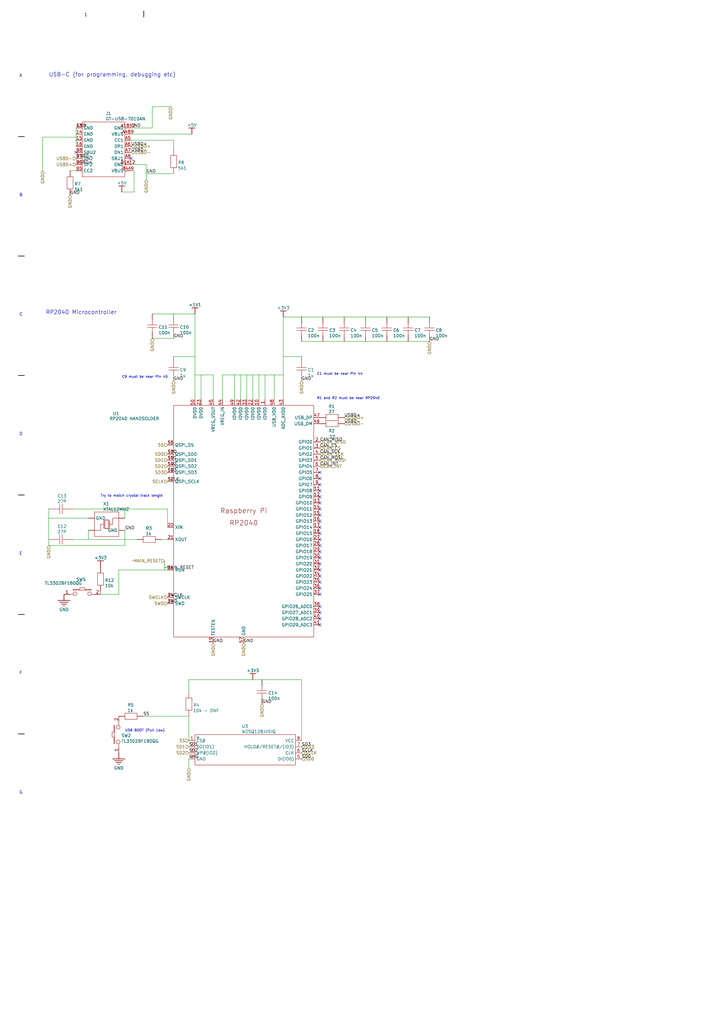
<source format=kicad_sch>
(kicad_sch
	(version 20250114)
	(generator "eeschema")
	(generator_version "9.0")
	(uuid "dc56fc99-5bf1-4299-a066-012c647ca318")
	(paper "User" 302.26 426.72)
	(title_block
		(date "2022-12-07")
	)
	(lib_symbols
		(symbol "Reference_import-altium-import:+1V1_BAR"
			(power)
			(exclude_from_sim no)
			(in_bom yes)
			(on_board yes)
			(property "Reference" "#PWR"
				(at 0 0 0)
				(effects
					(font
						(size 1.27 1.27)
					)
					(hide yes)
				)
			)
			(property "Value" "+1V1"
				(at 0 -3.81 0)
				(effects
					(font
						(size 1.27 1.27)
					)
				)
			)
			(property "Footprint" ""
				(at 0 0 0)
				(effects
					(font
						(size 1.27 1.27)
					)
					(hide yes)
				)
			)
			(property "Datasheet" ""
				(at 0 0 0)
				(effects
					(font
						(size 1.27 1.27)
					)
					(hide yes)
				)
			)
			(property "Description" "Power symbol creates a global label with name '+1V1'"
				(at 0 0 0)
				(effects
					(font
						(size 1.27 1.27)
					)
					(hide yes)
				)
			)
			(property "ki_keywords" "power-flag"
				(at 0 0 0)
				(effects
					(font
						(size 1.27 1.27)
					)
					(hide yes)
				)
			)
			(symbol "+1V1_BAR_0_0"
				(polyline
					(pts
						(xy -1.27 -2.54) (xy 1.27 -2.54)
					)
					(stroke
						(width 0.254)
						(type solid)
					)
					(fill
						(type none)
					)
				)
				(polyline
					(pts
						(xy 0 0) (xy 0 -2.54)
					)
					(stroke
						(width 0.254)
						(type solid)
					)
					(fill
						(type none)
					)
				)
				(pin power_in line
					(at 0 0 0)
					(length 0)
					(hide yes)
					(name "+1V1"
						(effects
							(font
								(size 1.27 1.27)
							)
						)
					)
					(number ""
						(effects
							(font
								(size 1.27 1.27)
							)
						)
					)
				)
			)
			(embedded_fonts no)
		)
		(symbol "Reference_import-altium-import:+3V3_BAR"
			(power)
			(exclude_from_sim no)
			(in_bom yes)
			(on_board yes)
			(property "Reference" "#PWR"
				(at 0 0 0)
				(effects
					(font
						(size 1.27 1.27)
					)
					(hide yes)
				)
			)
			(property "Value" "+3V3"
				(at 0 -3.81 0)
				(effects
					(font
						(size 1.27 1.27)
					)
				)
			)
			(property "Footprint" ""
				(at 0 0 0)
				(effects
					(font
						(size 1.27 1.27)
					)
					(hide yes)
				)
			)
			(property "Datasheet" ""
				(at 0 0 0)
				(effects
					(font
						(size 1.27 1.27)
					)
					(hide yes)
				)
			)
			(property "Description" "Power symbol creates a global label with name '+3V3'"
				(at 0 0 0)
				(effects
					(font
						(size 1.27 1.27)
					)
					(hide yes)
				)
			)
			(property "ki_keywords" "power-flag"
				(at 0 0 0)
				(effects
					(font
						(size 1.27 1.27)
					)
					(hide yes)
				)
			)
			(symbol "+3V3_BAR_0_0"
				(polyline
					(pts
						(xy -1.27 -2.54) (xy 1.27 -2.54)
					)
					(stroke
						(width 0.254)
						(type solid)
					)
					(fill
						(type none)
					)
				)
				(polyline
					(pts
						(xy 0 0) (xy 0 -2.54)
					)
					(stroke
						(width 0.254)
						(type solid)
					)
					(fill
						(type none)
					)
				)
				(pin power_in line
					(at 0 0 0)
					(length 0)
					(hide yes)
					(name "+3V3"
						(effects
							(font
								(size 1.27 1.27)
							)
						)
					)
					(number ""
						(effects
							(font
								(size 1.27 1.27)
							)
						)
					)
				)
			)
			(embedded_fonts no)
		)
		(symbol "Reference_import-altium-import:+5V_BAR"
			(power)
			(exclude_from_sim no)
			(in_bom yes)
			(on_board yes)
			(property "Reference" "#PWR"
				(at 0 0 0)
				(effects
					(font
						(size 1.27 1.27)
					)
					(hide yes)
				)
			)
			(property "Value" "+5V"
				(at 0 -3.81 0)
				(effects
					(font
						(size 1.27 1.27)
					)
				)
			)
			(property "Footprint" ""
				(at 0 0 0)
				(effects
					(font
						(size 1.27 1.27)
					)
					(hide yes)
				)
			)
			(property "Datasheet" ""
				(at 0 0 0)
				(effects
					(font
						(size 1.27 1.27)
					)
					(hide yes)
				)
			)
			(property "Description" "Power symbol creates a global label with name '+5V'"
				(at 0 0 0)
				(effects
					(font
						(size 1.27 1.27)
					)
					(hide yes)
				)
			)
			(property "ki_keywords" "power-flag"
				(at 0 0 0)
				(effects
					(font
						(size 1.27 1.27)
					)
					(hide yes)
				)
			)
			(symbol "+5V_BAR_0_0"
				(polyline
					(pts
						(xy -1.27 -2.54) (xy 1.27 -2.54)
					)
					(stroke
						(width 0.254)
						(type solid)
					)
					(fill
						(type none)
					)
				)
				(polyline
					(pts
						(xy 0 0) (xy 0 -2.54)
					)
					(stroke
						(width 0.254)
						(type solid)
					)
					(fill
						(type none)
					)
				)
				(pin power_in line
					(at 0 0 0)
					(length 0)
					(hide yes)
					(name "+5V"
						(effects
							(font
								(size 1.27 1.27)
							)
						)
					)
					(number ""
						(effects
							(font
								(size 1.27 1.27)
							)
						)
					)
				)
			)
			(embedded_fonts no)
		)
		(symbol "Reference_import-altium-import:GND_POWER_GROUND"
			(power)
			(exclude_from_sim no)
			(in_bom yes)
			(on_board yes)
			(property "Reference" "#PWR"
				(at 0 0 0)
				(effects
					(font
						(size 1.27 1.27)
					)
					(hide yes)
				)
			)
			(property "Value" "GND"
				(at 0 -6.35 0)
				(effects
					(font
						(size 1.27 1.27)
					)
				)
			)
			(property "Footprint" ""
				(at 0 0 0)
				(effects
					(font
						(size 1.27 1.27)
					)
					(hide yes)
				)
			)
			(property "Datasheet" ""
				(at 0 0 0)
				(effects
					(font
						(size 1.27 1.27)
					)
					(hide yes)
				)
			)
			(property "Description" "Power symbol creates a global label with name 'GND'"
				(at 0 0 0)
				(effects
					(font
						(size 1.27 1.27)
					)
					(hide yes)
				)
			)
			(property "ki_keywords" "power-flag"
				(at 0 0 0)
				(effects
					(font
						(size 1.27 1.27)
					)
					(hide yes)
				)
			)
			(symbol "GND_POWER_GROUND_0_0"
				(polyline
					(pts
						(xy -2.54 -2.54) (xy 2.54 -2.54)
					)
					(stroke
						(width 0.254)
						(type solid)
					)
					(fill
						(type none)
					)
				)
				(polyline
					(pts
						(xy -1.778 -3.302) (xy 1.778 -3.302)
					)
					(stroke
						(width 0.254)
						(type solid)
					)
					(fill
						(type none)
					)
				)
				(polyline
					(pts
						(xy -1.016 -4.064) (xy 1.016 -4.064)
					)
					(stroke
						(width 0.254)
						(type solid)
					)
					(fill
						(type none)
					)
				)
				(polyline
					(pts
						(xy -0.254 -4.826) (xy 0.254 -4.826)
					)
					(stroke
						(width 0.254)
						(type solid)
					)
					(fill
						(type none)
					)
				)
				(polyline
					(pts
						(xy 0 0) (xy 0 -2.54)
					)
					(stroke
						(width 0.254)
						(type solid)
					)
					(fill
						(type none)
					)
				)
				(pin power_in line
					(at 0 0 0)
					(length 0)
					(hide yes)
					(name "GND"
						(effects
							(font
								(size 1.27 1.27)
							)
						)
					)
					(number ""
						(effects
							(font
								(size 1.27 1.27)
							)
						)
					)
				)
			)
			(embedded_fonts no)
		)
		(symbol "Reference_import-altium-import:root_0_0603WAF1001T5E_"
			(pin_numbers
				(hide yes)
			)
			(pin_names
				(hide yes)
			)
			(exclude_from_sim no)
			(in_bom yes)
			(on_board yes)
			(property "Reference" ""
				(at 0 0 0)
				(effects
					(font
						(size 1.27 1.27)
					)
				)
			)
			(property "Value" ""
				(at 0 0 0)
				(effects
					(font
						(size 1.27 1.27)
					)
				)
			)
			(property "Footprint" ""
				(at 0 0 0)
				(effects
					(font
						(size 1.27 1.27)
					)
					(hide yes)
				)
			)
			(property "Datasheet" ""
				(at 0 0 0)
				(effects
					(font
						(size 1.27 1.27)
					)
					(hide yes)
				)
			)
			(property "Description" ""
				(at 0 0 0)
				(effects
					(font
						(size 1.27 1.27)
					)
					(hide yes)
				)
			)
			(property "ki_fp_filters" "*R0603*"
				(at 0 0 0)
				(effects
					(font
						(size 1.27 1.27)
					)
					(hide yes)
				)
			)
			(symbol "root_0_0603WAF1001T5E__1_0"
				(rectangle
					(start -2.54 1.27)
					(end 2.54 -1.27)
					(stroke
						(width 0)
						(type solid)
						(color 160 0 0 1)
					)
					(fill
						(type none)
					)
				)
				(pin passive line
					(at -5.08 0 0)
					(length 2.54)
					(name "1"
						(effects
							(font
								(size 1.27 1.27)
							)
						)
					)
					(number "1"
						(effects
							(font
								(size 1.27 1.27)
							)
						)
					)
				)
				(pin passive line
					(at 5.08 0 180)
					(length 2.54)
					(name "2"
						(effects
							(font
								(size 1.27 1.27)
							)
						)
					)
					(number "2"
						(effects
							(font
								(size 1.27 1.27)
							)
						)
					)
				)
			)
			(embedded_fonts no)
		)
		(symbol "Reference_import-altium-import:root_0_0603WAF270JT5E_"
			(pin_numbers
				(hide yes)
			)
			(pin_names
				(hide yes)
			)
			(exclude_from_sim no)
			(in_bom yes)
			(on_board yes)
			(property "Reference" ""
				(at 0 0 0)
				(effects
					(font
						(size 1.27 1.27)
					)
				)
			)
			(property "Value" ""
				(at 0 0 0)
				(effects
					(font
						(size 1.27 1.27)
					)
				)
			)
			(property "Footprint" ""
				(at 0 0 0)
				(effects
					(font
						(size 1.27 1.27)
					)
					(hide yes)
				)
			)
			(property "Datasheet" ""
				(at 0 0 0)
				(effects
					(font
						(size 1.27 1.27)
					)
					(hide yes)
				)
			)
			(property "Description" ""
				(at 0 0 0)
				(effects
					(font
						(size 1.27 1.27)
					)
					(hide yes)
				)
			)
			(property "ki_fp_filters" "*R0603*"
				(at 0 0 0)
				(effects
					(font
						(size 1.27 1.27)
					)
					(hide yes)
				)
			)
			(symbol "root_0_0603WAF270JT5E__1_0"
				(rectangle
					(start -2.54 1.27)
					(end 2.54 -1.27)
					(stroke
						(width 0)
						(type solid)
						(color 160 0 0 1)
					)
					(fill
						(type none)
					)
				)
				(pin passive line
					(at -5.08 0 0)
					(length 2.54)
					(name "1"
						(effects
							(font
								(size 1.27 1.27)
							)
						)
					)
					(number "1"
						(effects
							(font
								(size 1.27 1.27)
							)
						)
					)
				)
				(pin passive line
					(at 5.08 0 180)
					(length 2.54)
					(name "2"
						(effects
							(font
								(size 1.27 1.27)
							)
						)
					)
					(number "2"
						(effects
							(font
								(size 1.27 1.27)
							)
						)
					)
				)
			)
			(embedded_fonts no)
		)
		(symbol "Reference_import-altium-import:root_0_CL10C270JB8NNNC_"
			(pin_numbers
				(hide yes)
			)
			(pin_names
				(hide yes)
			)
			(exclude_from_sim no)
			(in_bom yes)
			(on_board yes)
			(property "Reference" ""
				(at 0 0 0)
				(effects
					(font
						(size 1.27 1.27)
					)
				)
			)
			(property "Value" ""
				(at 0 0 0)
				(effects
					(font
						(size 1.27 1.27)
					)
				)
			)
			(property "Footprint" ""
				(at 0 0 0)
				(effects
					(font
						(size 1.27 1.27)
					)
					(hide yes)
				)
			)
			(property "Datasheet" ""
				(at 0 0 0)
				(effects
					(font
						(size 1.27 1.27)
					)
					(hide yes)
				)
			)
			(property "Description" ""
				(at 0 0 0)
				(effects
					(font
						(size 1.27 1.27)
					)
					(hide yes)
				)
			)
			(property "ki_fp_filters" "*C0603*"
				(at 0 0 0)
				(effects
					(font
						(size 1.27 1.27)
					)
					(hide yes)
				)
			)
			(symbol "root_0_CL10C270JB8NNNC__1_0"
				(polyline
					(pts
						(xy -0.508 0) (xy -2.54 0)
					)
					(stroke
						(width 0)
						(type solid)
						(color 160 0 0 1)
					)
					(fill
						(type none)
					)
				)
				(polyline
					(pts
						(xy -0.508 -2.032) (xy -0.508 2.032)
					)
					(stroke
						(width 0)
						(type solid)
						(color 160 0 0 1)
					)
					(fill
						(type none)
					)
				)
				(polyline
					(pts
						(xy 0.508 2.032) (xy 0.508 -2.032)
					)
					(stroke
						(width 0)
						(type solid)
						(color 160 0 0 1)
					)
					(fill
						(type none)
					)
				)
				(polyline
					(pts
						(xy 2.54 0) (xy 0.508 0)
					)
					(stroke
						(width 0)
						(type solid)
						(color 160 0 0 1)
					)
					(fill
						(type none)
					)
				)
				(pin passive line
					(at -5.08 0 0)
					(length 2.54)
					(name "1"
						(effects
							(font
								(size 1.27 1.27)
							)
						)
					)
					(number "1"
						(effects
							(font
								(size 1.27 1.27)
							)
						)
					)
				)
				(pin passive line
					(at 5.08 0 180)
					(length 2.54)
					(name "2"
						(effects
							(font
								(size 1.27 1.27)
							)
						)
					)
					(number "2"
						(effects
							(font
								(size 1.27 1.27)
							)
						)
					)
				)
			)
			(embedded_fonts no)
		)
		(symbol "Reference_import-altium-import:root_0_GT-USB-7010AN_"
			(exclude_from_sim no)
			(in_bom yes)
			(on_board yes)
			(property "Reference" ""
				(at 0 0 0)
				(effects
					(font
						(size 1.27 1.27)
					)
				)
			)
			(property "Value" ""
				(at 0 0 0)
				(effects
					(font
						(size 1.27 1.27)
					)
				)
			)
			(property "Footprint" ""
				(at 0 0 0)
				(effects
					(font
						(size 1.27 1.27)
					)
					(hide yes)
				)
			)
			(property "Datasheet" ""
				(at 0 0 0)
				(effects
					(font
						(size 1.27 1.27)
					)
					(hide yes)
				)
			)
			(property "Description" ""
				(at 0 0 0)
				(effects
					(font
						(size 1.27 1.27)
					)
					(hide yes)
				)
			)
			(property "ki_fp_filters" "*USB-SMD_GT-USB-7010AN*"
				(at 0 0 0)
				(effects
					(font
						(size 1.27 1.27)
					)
					(hide yes)
				)
			)
			(symbol "root_0_GT-USB-7010AN__1_0"
				(rectangle
					(start -8.89 11.43)
					(end 8.89 -11.43)
					(stroke
						(width 0)
						(type solid)
						(color 160 0 0 1)
					)
					(fill
						(type none)
					)
				)
				(circle
					(center -7.62 10.16)
					(radius 0.381)
					(stroke
						(width 0)
						(type solid)
						(color 0 0 0 1)
					)
					(fill
						(type none)
					)
				)
				(pin passive line
					(at -11.43 8.89 0)
					(length 2.54)
					(name "GND"
						(effects
							(font
								(size 1.27 1.27)
							)
						)
					)
					(number "13"
						(effects
							(font
								(size 1.27 1.27)
							)
						)
					)
				)
				(pin passive line
					(at -11.43 6.35 0)
					(length 2.54)
					(name "GND"
						(effects
							(font
								(size 1.27 1.27)
							)
						)
					)
					(number "14"
						(effects
							(font
								(size 1.27 1.27)
							)
						)
					)
				)
				(pin passive line
					(at -11.43 3.81 0)
					(length 2.54)
					(name "GND"
						(effects
							(font
								(size 1.27 1.27)
							)
						)
					)
					(number "15"
						(effects
							(font
								(size 1.27 1.27)
							)
						)
					)
				)
				(pin passive line
					(at -11.43 1.27 0)
					(length 2.54)
					(name "GND"
						(effects
							(font
								(size 1.27 1.27)
							)
						)
					)
					(number "16"
						(effects
							(font
								(size 1.27 1.27)
							)
						)
					)
				)
				(pin passive line
					(at -11.43 -1.27 0)
					(length 2.54)
					(name "SBU2"
						(effects
							(font
								(size 1.27 1.27)
							)
						)
					)
					(number "B8"
						(effects
							(font
								(size 1.27 1.27)
							)
						)
					)
				)
				(pin passive line
					(at -11.43 -3.81 0)
					(length 2.54)
					(name "DN2"
						(effects
							(font
								(size 1.27 1.27)
							)
						)
					)
					(number "B7"
						(effects
							(font
								(size 1.27 1.27)
							)
						)
					)
				)
				(pin passive line
					(at -11.43 -6.35 0)
					(length 2.54)
					(name "DP2"
						(effects
							(font
								(size 1.27 1.27)
							)
						)
					)
					(number "B6"
						(effects
							(font
								(size 1.27 1.27)
							)
						)
					)
				)
				(pin passive line
					(at -11.43 -8.89 0)
					(length 2.54)
					(name "CC2"
						(effects
							(font
								(size 1.27 1.27)
							)
						)
					)
					(number "B5"
						(effects
							(font
								(size 1.27 1.27)
							)
						)
					)
				)
				(pin passive line
					(at 11.43 8.89 180)
					(length 2.54)
					(name "GND"
						(effects
							(font
								(size 1.27 1.27)
							)
						)
					)
					(number "A1B12"
						(effects
							(font
								(size 1.27 1.27)
							)
						)
					)
				)
				(pin passive line
					(at 11.43 6.35 180)
					(length 2.54)
					(name "VBUS"
						(effects
							(font
								(size 1.27 1.27)
							)
						)
					)
					(number "A4B9"
						(effects
							(font
								(size 1.27 1.27)
							)
						)
					)
				)
				(pin passive line
					(at 11.43 3.81 180)
					(length 2.54)
					(name "CC1"
						(effects
							(font
								(size 1.27 1.27)
							)
						)
					)
					(number "A5"
						(effects
							(font
								(size 1.27 1.27)
							)
						)
					)
				)
				(pin passive line
					(at 11.43 1.27 180)
					(length 2.54)
					(name "DP1"
						(effects
							(font
								(size 1.27 1.27)
							)
						)
					)
					(number "A6"
						(effects
							(font
								(size 1.27 1.27)
							)
						)
					)
				)
				(pin passive line
					(at 11.43 -1.27 180)
					(length 2.54)
					(name "DN1"
						(effects
							(font
								(size 1.27 1.27)
							)
						)
					)
					(number "A7"
						(effects
							(font
								(size 1.27 1.27)
							)
						)
					)
				)
				(pin passive line
					(at 11.43 -3.81 180)
					(length 2.54)
					(name "SBU1"
						(effects
							(font
								(size 1.27 1.27)
							)
						)
					)
					(number "A8"
						(effects
							(font
								(size 1.27 1.27)
							)
						)
					)
				)
				(pin passive line
					(at 11.43 -6.35 180)
					(length 2.54)
					(name "GND"
						(effects
							(font
								(size 1.27 1.27)
							)
						)
					)
					(number "B1A12"
						(effects
							(font
								(size 1.27 1.27)
							)
						)
					)
				)
				(pin passive line
					(at 11.43 -8.89 180)
					(length 2.54)
					(name "VBUS"
						(effects
							(font
								(size 1.27 1.27)
							)
						)
					)
					(number "B4A9"
						(effects
							(font
								(size 1.27 1.27)
							)
						)
					)
				)
			)
			(embedded_fonts no)
		)
		(symbol "Reference_import-altium-import:root_0_RP2040_"
			(exclude_from_sim no)
			(in_bom yes)
			(on_board yes)
			(property "Reference" ""
				(at 0 0 0)
				(effects
					(font
						(size 1.27 1.27)
					)
				)
			)
			(property "Value" ""
				(at 0 0 0)
				(effects
					(font
						(size 1.27 1.27)
					)
				)
			)
			(property "Footprint" ""
				(at 0 0 0)
				(effects
					(font
						(size 1.27 1.27)
					)
					(hide yes)
				)
			)
			(property "Datasheet" ""
				(at 0 0 0)
				(effects
					(font
						(size 1.27 1.27)
					)
					(hide yes)
				)
			)
			(property "Description" ""
				(at 0 0 0)
				(effects
					(font
						(size 1.27 1.27)
					)
					(hide yes)
				)
			)
			(property "ki_fp_filters" "**"
				(at 0 0 0)
				(effects
					(font
						(size 1.27 1.27)
					)
					(hide yes)
				)
			)
			(symbol "root_0_RP2040__1_0"
				(rectangle
					(start -29.21 50.8)
					(end 29.21 -45.72)
					(stroke
						(width 0)
						(type solid)
						(color 160 0 0 1)
					)
					(fill
						(type none)
					)
				)
				(text "Raspberry Pi"
					(at 0 6.916 0)
					(effects
						(font
							(size 2.032 2.032)
						)
					)
				)
				(text "RP2040"
					(at 0 1.836 0)
					(effects
						(font
							(size 2.032 2.032)
						)
					)
				)
				(pin passive line
					(at -31.75 34.29 0)
					(length 2.54)
					(name "QSPI_SS"
						(effects
							(font
								(size 1.27 1.27)
							)
						)
					)
					(number "56"
						(effects
							(font
								(size 1.27 1.27)
							)
						)
					)
				)
				(pin passive line
					(at -31.75 30.48 0)
					(length 2.54)
					(name "QSPI_SD0"
						(effects
							(font
								(size 1.27 1.27)
							)
						)
					)
					(number "53"
						(effects
							(font
								(size 1.27 1.27)
							)
						)
					)
				)
				(pin passive line
					(at -31.75 27.94 0)
					(length 2.54)
					(name "QSPI_SD1"
						(effects
							(font
								(size 1.27 1.27)
							)
						)
					)
					(number "55"
						(effects
							(font
								(size 1.27 1.27)
							)
						)
					)
				)
				(pin passive line
					(at -31.75 25.4 0)
					(length 2.54)
					(name "QSPI_SD2"
						(effects
							(font
								(size 1.27 1.27)
							)
						)
					)
					(number "54"
						(effects
							(font
								(size 1.27 1.27)
							)
						)
					)
				)
				(pin passive line
					(at -31.75 22.86 0)
					(length 2.54)
					(name "QSPI_SD3"
						(effects
							(font
								(size 1.27 1.27)
							)
						)
					)
					(number "51"
						(effects
							(font
								(size 1.27 1.27)
							)
						)
					)
				)
				(pin passive line
					(at -31.75 19.05 0)
					(length 2.54)
					(name "QSPI_SCLK"
						(effects
							(font
								(size 1.27 1.27)
							)
						)
					)
					(number "52"
						(effects
							(font
								(size 1.27 1.27)
							)
						)
					)
				)
				(pin passive line
					(at -31.75 0 0)
					(length 2.54)
					(name "XIN"
						(effects
							(font
								(size 1.27 1.27)
							)
						)
					)
					(number "20"
						(effects
							(font
								(size 1.27 1.27)
							)
						)
					)
				)
				(pin passive line
					(at -31.75 -5.08 0)
					(length 2.54)
					(name "XOUT"
						(effects
							(font
								(size 1.27 1.27)
							)
						)
					)
					(number "21"
						(effects
							(font
								(size 1.27 1.27)
							)
						)
					)
				)
				(pin passive line
					(at -31.75 -17.78 0)
					(length 2.54)
					(name "RUN"
						(effects
							(font
								(size 1.27 1.27)
							)
						)
					)
					(number "26"
						(effects
							(font
								(size 1.27 1.27)
							)
						)
					)
				)
				(pin passive line
					(at -31.75 -29.21 0)
					(length 2.54)
					(name "SWCLK"
						(effects
							(font
								(size 1.27 1.27)
							)
						)
					)
					(number "24"
						(effects
							(font
								(size 1.27 1.27)
							)
						)
					)
				)
				(pin passive line
					(at -31.75 -31.75 0)
					(length 2.54)
					(name "SWD"
						(effects
							(font
								(size 1.27 1.27)
							)
						)
					)
					(number "25"
						(effects
							(font
								(size 1.27 1.27)
							)
						)
					)
				)
				(pin passive line
					(at -20.32 53.34 270)
					(length 2.54)
					(name "DVDD"
						(effects
							(font
								(size 1.27 1.27)
							)
						)
					)
					(number "50"
						(effects
							(font
								(size 1.27 1.27)
							)
						)
					)
				)
				(pin passive line
					(at -17.78 53.34 270)
					(length 2.54)
					(name "DVDD"
						(effects
							(font
								(size 1.27 1.27)
							)
						)
					)
					(number "23"
						(effects
							(font
								(size 1.27 1.27)
							)
						)
					)
				)
				(pin passive line
					(at -12.7 53.34 270)
					(length 2.54)
					(name "VREG_VOUT"
						(effects
							(font
								(size 1.27 1.27)
							)
						)
					)
					(number "45"
						(effects
							(font
								(size 1.27 1.27)
							)
						)
					)
				)
				(pin passive line
					(at -12.7 -48.26 90)
					(length 2.54)
					(name "TESTEN"
						(effects
							(font
								(size 1.27 1.27)
							)
						)
					)
					(number "19"
						(effects
							(font
								(size 1.27 1.27)
							)
						)
					)
				)
				(pin passive line
					(at -8.89 53.34 270)
					(length 2.54)
					(name "VREG_IN"
						(effects
							(font
								(size 1.27 1.27)
							)
						)
					)
					(number "44"
						(effects
							(font
								(size 1.27 1.27)
							)
						)
					)
				)
				(pin passive line
					(at -3.81 53.34 270)
					(length 2.54)
					(name "IOVDD"
						(effects
							(font
								(size 1.27 1.27)
							)
						)
					)
					(number "49"
						(effects
							(font
								(size 1.27 1.27)
							)
						)
					)
				)
				(pin passive line
					(at -1.27 53.34 270)
					(length 2.54)
					(name "IOVDD"
						(effects
							(font
								(size 1.27 1.27)
							)
						)
					)
					(number "42"
						(effects
							(font
								(size 1.27 1.27)
							)
						)
					)
				)
				(pin passive line
					(at 0 -48.26 90)
					(length 2.54)
					(name "GND"
						(effects
							(font
								(size 1.27 1.27)
							)
						)
					)
					(number "57"
						(effects
							(font
								(size 1.27 1.27)
							)
						)
					)
				)
				(pin passive line
					(at 1.27 53.34 270)
					(length 2.54)
					(name "IOVDD"
						(effects
							(font
								(size 1.27 1.27)
							)
						)
					)
					(number "33"
						(effects
							(font
								(size 1.27 1.27)
							)
						)
					)
				)
				(pin passive line
					(at 3.81 53.34 270)
					(length 2.54)
					(name "IOVDD"
						(effects
							(font
								(size 1.27 1.27)
							)
						)
					)
					(number "22"
						(effects
							(font
								(size 1.27 1.27)
							)
						)
					)
				)
				(pin passive line
					(at 6.35 53.34 270)
					(length 2.54)
					(name "IOVDD"
						(effects
							(font
								(size 1.27 1.27)
							)
						)
					)
					(number "10"
						(effects
							(font
								(size 1.27 1.27)
							)
						)
					)
				)
				(pin passive line
					(at 8.89 53.34 270)
					(length 2.54)
					(name "IOVDD"
						(effects
							(font
								(size 1.27 1.27)
							)
						)
					)
					(number "1"
						(effects
							(font
								(size 1.27 1.27)
							)
						)
					)
				)
				(pin passive line
					(at 12.7 53.34 270)
					(length 2.54)
					(name "USB_VDD"
						(effects
							(font
								(size 1.27 1.27)
							)
						)
					)
					(number "48"
						(effects
							(font
								(size 1.27 1.27)
							)
						)
					)
				)
				(pin passive line
					(at 16.51 53.34 270)
					(length 2.54)
					(name "ADC_AVDD"
						(effects
							(font
								(size 1.27 1.27)
							)
						)
					)
					(number "43"
						(effects
							(font
								(size 1.27 1.27)
							)
						)
					)
				)
				(pin passive line
					(at 31.75 45.72 180)
					(length 2.54)
					(name "USB_DP"
						(effects
							(font
								(size 1.27 1.27)
							)
						)
					)
					(number "47"
						(effects
							(font
								(size 1.27 1.27)
							)
						)
					)
				)
				(pin passive line
					(at 31.75 43.18 180)
					(length 2.54)
					(name "USB_DM"
						(effects
							(font
								(size 1.27 1.27)
							)
						)
					)
					(number "46"
						(effects
							(font
								(size 1.27 1.27)
							)
						)
					)
				)
				(pin passive line
					(at 31.75 35.56 180)
					(length 2.54)
					(name "GPIO0"
						(effects
							(font
								(size 1.27 1.27)
							)
						)
					)
					(number "2"
						(effects
							(font
								(size 1.27 1.27)
							)
						)
					)
				)
				(pin passive line
					(at 31.75 33.02 180)
					(length 2.54)
					(name "GPIO1"
						(effects
							(font
								(size 1.27 1.27)
							)
						)
					)
					(number "3"
						(effects
							(font
								(size 1.27 1.27)
							)
						)
					)
				)
				(pin passive line
					(at 31.75 30.48 180)
					(length 2.54)
					(name "GPIO2"
						(effects
							(font
								(size 1.27 1.27)
							)
						)
					)
					(number "4"
						(effects
							(font
								(size 1.27 1.27)
							)
						)
					)
				)
				(pin passive line
					(at 31.75 27.94 180)
					(length 2.54)
					(name "GPIO3"
						(effects
							(font
								(size 1.27 1.27)
							)
						)
					)
					(number "5"
						(effects
							(font
								(size 1.27 1.27)
							)
						)
					)
				)
				(pin passive line
					(at 31.75 25.4 180)
					(length 2.54)
					(name "GPIO4"
						(effects
							(font
								(size 1.27 1.27)
							)
						)
					)
					(number "6"
						(effects
							(font
								(size 1.27 1.27)
							)
						)
					)
				)
				(pin passive line
					(at 31.75 22.86 180)
					(length 2.54)
					(name "GPIO5"
						(effects
							(font
								(size 1.27 1.27)
							)
						)
					)
					(number "7"
						(effects
							(font
								(size 1.27 1.27)
							)
						)
					)
				)
				(pin passive line
					(at 31.75 20.32 180)
					(length 2.54)
					(name "GPIO6"
						(effects
							(font
								(size 1.27 1.27)
							)
						)
					)
					(number "8"
						(effects
							(font
								(size 1.27 1.27)
							)
						)
					)
				)
				(pin passive line
					(at 31.75 17.78 180)
					(length 2.54)
					(name "GPIO7"
						(effects
							(font
								(size 1.27 1.27)
							)
						)
					)
					(number "9"
						(effects
							(font
								(size 1.27 1.27)
							)
						)
					)
				)
				(pin passive line
					(at 31.75 15.24 180)
					(length 2.54)
					(name "GPIO8"
						(effects
							(font
								(size 1.27 1.27)
							)
						)
					)
					(number "11"
						(effects
							(font
								(size 1.27 1.27)
							)
						)
					)
				)
				(pin passive line
					(at 31.75 12.7 180)
					(length 2.54)
					(name "GPIO9"
						(effects
							(font
								(size 1.27 1.27)
							)
						)
					)
					(number "12"
						(effects
							(font
								(size 1.27 1.27)
							)
						)
					)
				)
				(pin passive line
					(at 31.75 10.16 180)
					(length 2.54)
					(name "GPIO10"
						(effects
							(font
								(size 1.27 1.27)
							)
						)
					)
					(number "13"
						(effects
							(font
								(size 1.27 1.27)
							)
						)
					)
				)
				(pin passive line
					(at 31.75 7.62 180)
					(length 2.54)
					(name "GPIO11"
						(effects
							(font
								(size 1.27 1.27)
							)
						)
					)
					(number "14"
						(effects
							(font
								(size 1.27 1.27)
							)
						)
					)
				)
				(pin passive line
					(at 31.75 5.08 180)
					(length 2.54)
					(name "GPIO12"
						(effects
							(font
								(size 1.27 1.27)
							)
						)
					)
					(number "15"
						(effects
							(font
								(size 1.27 1.27)
							)
						)
					)
				)
				(pin passive line
					(at 31.75 2.54 180)
					(length 2.54)
					(name "GPIO13"
						(effects
							(font
								(size 1.27 1.27)
							)
						)
					)
					(number "16"
						(effects
							(font
								(size 1.27 1.27)
							)
						)
					)
				)
				(pin passive line
					(at 31.75 0 180)
					(length 2.54)
					(name "GPIO14"
						(effects
							(font
								(size 1.27 1.27)
							)
						)
					)
					(number "17"
						(effects
							(font
								(size 1.27 1.27)
							)
						)
					)
				)
				(pin passive line
					(at 31.75 -2.54 180)
					(length 2.54)
					(name "GPIO15"
						(effects
							(font
								(size 1.27 1.27)
							)
						)
					)
					(number "18"
						(effects
							(font
								(size 1.27 1.27)
							)
						)
					)
				)
				(pin passive line
					(at 31.75 -5.08 180)
					(length 2.54)
					(name "GPIO16"
						(effects
							(font
								(size 1.27 1.27)
							)
						)
					)
					(number "27"
						(effects
							(font
								(size 1.27 1.27)
							)
						)
					)
				)
				(pin passive line
					(at 31.75 -7.62 180)
					(length 2.54)
					(name "GPIO17"
						(effects
							(font
								(size 1.27 1.27)
							)
						)
					)
					(number "28"
						(effects
							(font
								(size 1.27 1.27)
							)
						)
					)
				)
				(pin passive line
					(at 31.75 -10.16 180)
					(length 2.54)
					(name "GPIO18"
						(effects
							(font
								(size 1.27 1.27)
							)
						)
					)
					(number "29"
						(effects
							(font
								(size 1.27 1.27)
							)
						)
					)
				)
				(pin passive line
					(at 31.75 -12.7 180)
					(length 2.54)
					(name "GPIO19"
						(effects
							(font
								(size 1.27 1.27)
							)
						)
					)
					(number "30"
						(effects
							(font
								(size 1.27 1.27)
							)
						)
					)
				)
				(pin passive line
					(at 31.75 -15.24 180)
					(length 2.54)
					(name "GPIO20"
						(effects
							(font
								(size 1.27 1.27)
							)
						)
					)
					(number "31"
						(effects
							(font
								(size 1.27 1.27)
							)
						)
					)
				)
				(pin passive line
					(at 31.75 -17.78 180)
					(length 2.54)
					(name "GPIO21"
						(effects
							(font
								(size 1.27 1.27)
							)
						)
					)
					(number "32"
						(effects
							(font
								(size 1.27 1.27)
							)
						)
					)
				)
				(pin passive line
					(at 31.75 -20.32 180)
					(length 2.54)
					(name "GPIO22"
						(effects
							(font
								(size 1.27 1.27)
							)
						)
					)
					(number "34"
						(effects
							(font
								(size 1.27 1.27)
							)
						)
					)
				)
				(pin passive line
					(at 31.75 -22.86 180)
					(length 2.54)
					(name "GPIO23"
						(effects
							(font
								(size 1.27 1.27)
							)
						)
					)
					(number "35"
						(effects
							(font
								(size 1.27 1.27)
							)
						)
					)
				)
				(pin passive line
					(at 31.75 -25.4 180)
					(length 2.54)
					(name "GPIO24"
						(effects
							(font
								(size 1.27 1.27)
							)
						)
					)
					(number "36"
						(effects
							(font
								(size 1.27 1.27)
							)
						)
					)
				)
				(pin passive line
					(at 31.75 -27.94 180)
					(length 2.54)
					(name "GPIO25"
						(effects
							(font
								(size 1.27 1.27)
							)
						)
					)
					(number "37"
						(effects
							(font
								(size 1.27 1.27)
							)
						)
					)
				)
				(pin passive line
					(at 31.75 -33.02 180)
					(length 2.54)
					(name "GPIO26_ADC0"
						(effects
							(font
								(size 1.27 1.27)
							)
						)
					)
					(number "38"
						(effects
							(font
								(size 1.27 1.27)
							)
						)
					)
				)
				(pin passive line
					(at 31.75 -35.56 180)
					(length 2.54)
					(name "GPIO27_ADC1"
						(effects
							(font
								(size 1.27 1.27)
							)
						)
					)
					(number "39"
						(effects
							(font
								(size 1.27 1.27)
							)
						)
					)
				)
				(pin passive line
					(at 31.75 -38.1 180)
					(length 2.54)
					(name "GPIO28_ADC2"
						(effects
							(font
								(size 1.27 1.27)
							)
						)
					)
					(number "40"
						(effects
							(font
								(size 1.27 1.27)
							)
						)
					)
				)
				(pin passive line
					(at 31.75 -40.64 180)
					(length 2.54)
					(name "GPIO29_ADC3"
						(effects
							(font
								(size 1.27 1.27)
							)
						)
					)
					(number "41"
						(effects
							(font
								(size 1.27 1.27)
							)
						)
					)
				)
			)
			(embedded_fonts no)
		)
		(symbol "Reference_import-altium-import:root_0_TL3302BF180QG_"
			(pin_names
				(hide yes)
			)
			(exclude_from_sim no)
			(in_bom yes)
			(on_board yes)
			(property "Reference" ""
				(at 0 0 0)
				(effects
					(font
						(size 1.27 1.27)
					)
				)
			)
			(property "Value" ""
				(at 0 0 0)
				(effects
					(font
						(size 1.27 1.27)
					)
				)
			)
			(property "Footprint" ""
				(at 0 0 0)
				(effects
					(font
						(size 1.27 1.27)
					)
					(hide yes)
				)
			)
			(property "Datasheet" ""
				(at 0 0 0)
				(effects
					(font
						(size 1.27 1.27)
					)
					(hide yes)
				)
			)
			(property "Description" ""
				(at 0 0 0)
				(effects
					(font
						(size 1.27 1.27)
					)
					(hide yes)
				)
			)
			(property "ki_fp_filters" "*SW-SMD_L6.0-W3.5-LS10.2*"
				(at 0 0 0)
				(effects
					(font
						(size 1.27 1.27)
					)
					(hide yes)
				)
			)
			(symbol "root_0_TL3302BF180QG__1_0"
				(polyline
					(pts
						(xy -5.08 0) (xy -3.81 0)
					)
					(stroke
						(width 0)
						(type solid)
						(color 160 0 0 1)
					)
					(fill
						(type none)
					)
				)
				(polyline
					(pts
						(xy -3.81 2.032) (xy -3.81 1.778) (xy -3.81 1.778) (xy -3.81 1.778) (xy -3.81 1.778) (xy 3.81 1.778)
						(xy 3.81 1.778) (xy 3.81 1.778) (xy 3.81 1.778) (xy 3.81 2.032) (xy 3.81 2.032) (xy 3.81 2.032)
						(xy 3.81 2.032) (xy 1.016 2.032) (xy 1.016 2.032) (xy 1.016 2.032) (xy 1.016 2.032) (xy 1.016 2.794)
						(xy 1.016 2.794) (xy 1.016 2.794) (xy 1.016 2.794) (xy -1.016 2.794) (xy -1.016 2.794) (xy -1.016 2.794)
						(xy -1.016 2.794) (xy -1.016 2.032) (xy -1.016 2.032) (xy -1.016 2.032) (xy -1.016 2.032) (xy -3.81 2.032)
					)
					(stroke
						(width 0)
						(type solid)
						(color 160 0 0 1)
					)
					(fill
						(type none)
					)
				)
				(arc
					(start -2.286 0.2517)
					(mid -3.81 0.253)
					(end -2.286 0.2543)
					(stroke
						(width 0)
						(type solid)
						(color 160 0 0 1)
					)
					(fill
						(type none)
					)
				)
				(arc
					(start 3.81 0.2517)
					(mid 2.286 0.253)
					(end 3.81 0.2543)
					(stroke
						(width 0)
						(type solid)
						(color 160 0 0 1)
					)
					(fill
						(type none)
					)
				)
				(polyline
					(pts
						(xy 5.08 0) (xy 3.81 0)
					)
					(stroke
						(width 0)
						(type solid)
						(color 160 0 0 1)
					)
					(fill
						(type none)
					)
				)
				(pin passive line
					(at -7.62 0 0)
					(length 2.54)
					(name "1"
						(effects
							(font
								(size 1.27 1.27)
							)
						)
					)
					(number "1"
						(effects
							(font
								(size 1.27 1.27)
							)
						)
					)
				)
				(pin passive line
					(at 7.62 0 180)
					(length 2.54)
					(name "2"
						(effects
							(font
								(size 1.27 1.27)
							)
						)
					)
					(number "2"
						(effects
							(font
								(size 1.27 1.27)
							)
						)
					)
				)
			)
			(embedded_fonts no)
		)
		(symbol "Reference_import-altium-import:root_0_W25Q128JVSSIQ_"
			(exclude_from_sim no)
			(in_bom yes)
			(on_board yes)
			(property "Reference" ""
				(at 0 0 0)
				(effects
					(font
						(size 1.27 1.27)
					)
				)
			)
			(property "Value" ""
				(at 0 0 0)
				(effects
					(font
						(size 1.27 1.27)
					)
				)
			)
			(property "Footprint" ""
				(at 0 0 0)
				(effects
					(font
						(size 1.27 1.27)
					)
					(hide yes)
				)
			)
			(property "Datasheet" ""
				(at 0 0 0)
				(effects
					(font
						(size 1.27 1.27)
					)
					(hide yes)
				)
			)
			(property "Description" ""
				(at 0 0 0)
				(effects
					(font
						(size 1.27 1.27)
					)
					(hide yes)
				)
			)
			(property "ki_fp_filters" "*SOIC-8_L5.3-W5.3-P1.27-LS8.0-BL*"
				(at 0 0 0)
				(effects
					(font
						(size 1.27 1.27)
					)
					(hide yes)
				)
			)
			(symbol "root_0_W25Q128JVSSIQ__1_0"
				(rectangle
					(start -21.59 6.35)
					(end 20.32 -6.35)
					(stroke
						(width 0)
						(type solid)
						(color 160 0 0 1)
					)
					(fill
						(type none)
					)
				)
				(circle
					(center -20.32 5.08)
					(radius 0.381)
					(stroke
						(width 0)
						(type solid)
						(color 0 0 0 1)
					)
					(fill
						(type none)
					)
				)
				(pin passive line
					(at -24.13 3.81 0)
					(length 2.54)
					(name "CS#"
						(effects
							(font
								(size 1.27 1.27)
							)
						)
					)
					(number "1"
						(effects
							(font
								(size 1.27 1.27)
							)
						)
					)
				)
				(pin passive line
					(at -24.13 1.27 0)
					(length 2.54)
					(name "DO(IO1)"
						(effects
							(font
								(size 1.27 1.27)
							)
						)
					)
					(number "2"
						(effects
							(font
								(size 1.27 1.27)
							)
						)
					)
				)
				(pin passive line
					(at -24.13 -1.27 0)
					(length 2.54)
					(name "WP#(IO2)"
						(effects
							(font
								(size 1.27 1.27)
							)
						)
					)
					(number "3"
						(effects
							(font
								(size 1.27 1.27)
							)
						)
					)
				)
				(pin passive line
					(at -24.13 -3.81 0)
					(length 2.54)
					(name "GND"
						(effects
							(font
								(size 1.27 1.27)
							)
						)
					)
					(number "4"
						(effects
							(font
								(size 1.27 1.27)
							)
						)
					)
				)
				(pin passive line
					(at 22.86 3.81 180)
					(length 2.54)
					(name "VCC"
						(effects
							(font
								(size 1.27 1.27)
							)
						)
					)
					(number "8"
						(effects
							(font
								(size 1.27 1.27)
							)
						)
					)
				)
				(pin passive line
					(at 22.86 1.27 180)
					(length 2.54)
					(name "HOLD#/RESET#/(IO3)"
						(effects
							(font
								(size 1.27 1.27)
							)
						)
					)
					(number "7"
						(effects
							(font
								(size 1.27 1.27)
							)
						)
					)
				)
				(pin passive line
					(at 22.86 -1.27 180)
					(length 2.54)
					(name "CLK"
						(effects
							(font
								(size 1.27 1.27)
							)
						)
					)
					(number "6"
						(effects
							(font
								(size 1.27 1.27)
							)
						)
					)
				)
				(pin passive line
					(at 22.86 -3.81 180)
					(length 2.54)
					(name "DI(IO0)"
						(effects
							(font
								(size 1.27 1.27)
							)
						)
					)
					(number "5"
						(effects
							(font
								(size 1.27 1.27)
							)
						)
					)
				)
			)
			(embedded_fonts no)
		)
		(symbol "Reference_import-altium-import:root_0_XTAL12MHz_"
			(pin_numbers
				(hide yes)
			)
			(exclude_from_sim no)
			(in_bom yes)
			(on_board yes)
			(property "Reference" ""
				(at 0 0 0)
				(effects
					(font
						(size 1.27 1.27)
					)
				)
			)
			(property "Value" ""
				(at 0 0 0)
				(effects
					(font
						(size 1.27 1.27)
					)
				)
			)
			(property "Footprint" ""
				(at 0 0 0)
				(effects
					(font
						(size 1.27 1.27)
					)
					(hide yes)
				)
			)
			(property "Datasheet" ""
				(at 0 0 0)
				(effects
					(font
						(size 1.27 1.27)
					)
					(hide yes)
				)
			)
			(property "Description" ""
				(at 0 0 0)
				(effects
					(font
						(size 1.27 1.27)
					)
					(hide yes)
				)
			)
			(property "ki_fp_filters" "*CRYSTAL-SMD_4P-L2.5-W2.0-BL_XTAL12MHZ*"
				(at 0 0 0)
				(effects
					(font
						(size 1.27 1.27)
					)
					(hide yes)
				)
			)
			(symbol "root_0_XTAL12MHz__1_0"
				(rectangle
					(start -5.08 5.08)
					(end 5.08 -5.08)
					(stroke
						(width 0)
						(type solid)
						(color 160 0 0 1)
					)
					(fill
						(type none)
					)
				)
				(polyline
					(pts
						(xy -5.08 -2.54) (xy -2.54 -2.54) (xy -2.54 -2.54) (xy -2.54 -2.54) (xy -2.54 -2.54) (xy -2.54 0)
						(xy -2.54 0) (xy -2.54 0) (xy -2.54 0) (xy -1.524 0)
					)
					(stroke
						(width 0)
						(type solid)
						(color 160 0 0 1)
					)
					(fill
						(type none)
					)
				)
				(polyline
					(pts
						(xy -1.27 -1.016) (xy -1.27 1.016)
					)
					(stroke
						(width 0)
						(type solid)
						(color 160 0 0 1)
					)
					(fill
						(type none)
					)
				)
				(polyline
					(pts
						(xy -1.27 -1.778) (xy -1.27 1.778)
					)
					(stroke
						(width 0)
						(type solid)
						(color 160 0 0 1)
					)
					(fill
						(type none)
					)
				)
				(polyline
					(pts
						(xy -0.762 -1.778) (xy -0.762 1.778) (xy -0.762 1.778) (xy -0.762 1.778) (xy -0.762 1.778) (xy 0.762 1.778)
						(xy 0.762 1.778) (xy 0.762 1.778) (xy 0.762 1.778) (xy 0.762 -1.778)
					)
					(stroke
						(width 0)
						(type solid)
						(color 160 0 0 1)
					)
					(fill
						(type none)
					)
				)
				(polyline
					(pts
						(xy 0.762 1.778) (xy 0.762 -1.778) (xy 0.762 -1.778) (xy 0.762 -1.778) (xy 0.762 -1.778) (xy -0.762 -1.778)
						(xy -0.762 -1.778) (xy -0.762 -1.778) (xy -0.762 -1.778) (xy -0.762 1.778) (xy -0.762 1.778) (xy -0.762 1.778)
						(xy -0.762 1.778) (xy 0.762 1.778)
					)
					(stroke
						(width 0)
						(type solid)
						(color 160 0 0 1)
					)
					(fill
						(type none)
					)
				)
				(polyline
					(pts
						(xy 0.762 -1.778) (xy -0.762 -1.778)
					)
					(stroke
						(width 0)
						(type solid)
						(color 160 0 0 1)
					)
					(fill
						(type none)
					)
				)
				(polyline
					(pts
						(xy 1.27 -1.016) (xy 1.27 1.016)
					)
					(stroke
						(width 0)
						(type solid)
						(color 160 0 0 1)
					)
					(fill
						(type none)
					)
				)
				(polyline
					(pts
						(xy 1.27 -1.778) (xy 1.27 1.778)
					)
					(stroke
						(width 0)
						(type solid)
						(color 160 0 0 1)
					)
					(fill
						(type none)
					)
				)
				(polyline
					(pts
						(xy 5.08 2.54) (xy 2.54 2.54) (xy 2.54 2.54) (xy 2.54 2.54) (xy 2.54 2.54) (xy 2.54 0) (xy 2.54 0)
						(xy 2.54 0) (xy 2.54 0) (xy 1.27 0)
					)
					(stroke
						(width 0)
						(type solid)
						(color 160 0 0 1)
					)
					(fill
						(type none)
					)
				)
				(pin passive line
					(at -7.62 2.54 0)
					(length 2.54)
					(name "GND"
						(effects
							(font
								(size 1.27 1.27)
							)
						)
					)
					(number "4"
						(effects
							(font
								(size 1.27 1.27)
							)
						)
					)
				)
				(pin passive line
					(at -7.62 -2.54 0)
					(length 2.54)
					(name "OSC1"
						(effects
							(font
								(size 0 0)
							)
						)
					)
					(number "1"
						(effects
							(font
								(size 1.27 1.27)
							)
						)
					)
				)
				(pin passive line
					(at 7.62 2.54 180)
					(length 2.54)
					(name "OSC2"
						(effects
							(font
								(size 0 0)
							)
						)
					)
					(number "3"
						(effects
							(font
								(size 1.27 1.27)
							)
						)
					)
				)
				(pin passive line
					(at 7.62 -2.54 180)
					(length 2.54)
					(name "GND"
						(effects
							(font
								(size 1.27 1.27)
							)
						)
					)
					(number "2"
						(effects
							(font
								(size 1.27 1.27)
							)
						)
					)
				)
			)
			(embedded_fonts no)
		)
		(symbol "Reference_import-altium-import:root_1_0603WAF1002T5E_"
			(pin_numbers
				(hide yes)
			)
			(pin_names
				(hide yes)
			)
			(exclude_from_sim no)
			(in_bom yes)
			(on_board yes)
			(property "Reference" ""
				(at 0 0 0)
				(effects
					(font
						(size 1.27 1.27)
					)
				)
			)
			(property "Value" ""
				(at 0 0 0)
				(effects
					(font
						(size 1.27 1.27)
					)
				)
			)
			(property "Footprint" ""
				(at 0 0 0)
				(effects
					(font
						(size 1.27 1.27)
					)
					(hide yes)
				)
			)
			(property "Datasheet" ""
				(at 0 0 0)
				(effects
					(font
						(size 1.27 1.27)
					)
					(hide yes)
				)
			)
			(property "Description" ""
				(at 0 0 0)
				(effects
					(font
						(size 1.27 1.27)
					)
					(hide yes)
				)
			)
			(property "ki_fp_filters" "*R0603*"
				(at 0 0 0)
				(effects
					(font
						(size 1.27 1.27)
					)
					(hide yes)
				)
			)
			(symbol "root_1_0603WAF1002T5E__1_0"
				(rectangle
					(start -1.27 2.54)
					(end 1.27 -2.54)
					(stroke
						(width 0)
						(type solid)
						(color 160 0 0 1)
					)
					(fill
						(type none)
					)
				)
				(pin passive line
					(at 0 5.08 270)
					(length 2.54)
					(name "2"
						(effects
							(font
								(size 1.27 1.27)
							)
						)
					)
					(number "2"
						(effects
							(font
								(size 1.27 1.27)
							)
						)
					)
				)
				(pin passive line
					(at 0 -5.08 90)
					(length 2.54)
					(name "1"
						(effects
							(font
								(size 1.27 1.27)
							)
						)
					)
					(number "1"
						(effects
							(font
								(size 1.27 1.27)
							)
						)
					)
				)
			)
			(embedded_fonts no)
		)
		(symbol "Reference_import-altium-import:root_1_0603WAF5101T5E_"
			(pin_numbers
				(hide yes)
			)
			(pin_names
				(hide yes)
			)
			(exclude_from_sim no)
			(in_bom yes)
			(on_board yes)
			(property "Reference" ""
				(at 0 0 0)
				(effects
					(font
						(size 1.27 1.27)
					)
				)
			)
			(property "Value" ""
				(at 0 0 0)
				(effects
					(font
						(size 1.27 1.27)
					)
				)
			)
			(property "Footprint" ""
				(at 0 0 0)
				(effects
					(font
						(size 1.27 1.27)
					)
					(hide yes)
				)
			)
			(property "Datasheet" ""
				(at 0 0 0)
				(effects
					(font
						(size 1.27 1.27)
					)
					(hide yes)
				)
			)
			(property "Description" ""
				(at 0 0 0)
				(effects
					(font
						(size 1.27 1.27)
					)
					(hide yes)
				)
			)
			(property "ki_fp_filters" "*R0603*"
				(at 0 0 0)
				(effects
					(font
						(size 1.27 1.27)
					)
					(hide yes)
				)
			)
			(symbol "root_1_0603WAF5101T5E__1_0"
				(rectangle
					(start -1.27 2.54)
					(end 1.27 -2.54)
					(stroke
						(width 0)
						(type solid)
						(color 160 0 0 1)
					)
					(fill
						(type none)
					)
				)
				(pin passive line
					(at 0 5.08 270)
					(length 2.54)
					(name "2"
						(effects
							(font
								(size 1.27 1.27)
							)
						)
					)
					(number "2"
						(effects
							(font
								(size 1.27 1.27)
							)
						)
					)
				)
				(pin passive line
					(at 0 -5.08 90)
					(length 2.54)
					(name "1"
						(effects
							(font
								(size 1.27 1.27)
							)
						)
					)
					(number "1"
						(effects
							(font
								(size 1.27 1.27)
							)
						)
					)
				)
			)
			(embedded_fonts no)
		)
		(symbol "Reference_import-altium-import:root_1_10k - DNF_"
			(pin_numbers
				(hide yes)
			)
			(pin_names
				(hide yes)
			)
			(exclude_from_sim no)
			(in_bom yes)
			(on_board yes)
			(property "Reference" ""
				(at 0 0 0)
				(effects
					(font
						(size 1.27 1.27)
					)
				)
			)
			(property "Value" ""
				(at 0 0 0)
				(effects
					(font
						(size 1.27 1.27)
					)
				)
			)
			(property "Footprint" ""
				(at 0 0 0)
				(effects
					(font
						(size 1.27 1.27)
					)
					(hide yes)
				)
			)
			(property "Datasheet" ""
				(at 0 0 0)
				(effects
					(font
						(size 1.27 1.27)
					)
					(hide yes)
				)
			)
			(property "Description" ""
				(at 0 0 0)
				(effects
					(font
						(size 1.27 1.27)
					)
					(hide yes)
				)
			)
			(property "ki_fp_filters" "*R0603*"
				(at 0 0 0)
				(effects
					(font
						(size 1.27 1.27)
					)
					(hide yes)
				)
			)
			(symbol "root_1_10k - DNF__1_0"
				(rectangle
					(start -1.27 2.54)
					(end 1.27 -2.54)
					(stroke
						(width 0)
						(type solid)
						(color 160 0 0 1)
					)
					(fill
						(type none)
					)
				)
				(pin passive line
					(at 0 5.08 270)
					(length 2.54)
					(name "2"
						(effects
							(font
								(size 1.27 1.27)
							)
						)
					)
					(number "2"
						(effects
							(font
								(size 1.27 1.27)
							)
						)
					)
				)
				(pin passive line
					(at 0 -5.08 90)
					(length 2.54)
					(name "1"
						(effects
							(font
								(size 1.27 1.27)
							)
						)
					)
					(number "1"
						(effects
							(font
								(size 1.27 1.27)
							)
						)
					)
				)
			)
			(embedded_fonts no)
		)
		(symbol "Reference_import-altium-import:root_1_CC0603KRX7R9BB104_"
			(pin_numbers
				(hide yes)
			)
			(pin_names
				(hide yes)
			)
			(exclude_from_sim no)
			(in_bom yes)
			(on_board yes)
			(property "Reference" ""
				(at 0 0 0)
				(effects
					(font
						(size 1.27 1.27)
					)
				)
			)
			(property "Value" ""
				(at 0 0 0)
				(effects
					(font
						(size 1.27 1.27)
					)
				)
			)
			(property "Footprint" ""
				(at 0 0 0)
				(effects
					(font
						(size 1.27 1.27)
					)
					(hide yes)
				)
			)
			(property "Datasheet" ""
				(at 0 0 0)
				(effects
					(font
						(size 1.27 1.27)
					)
					(hide yes)
				)
			)
			(property "Description" ""
				(at 0 0 0)
				(effects
					(font
						(size 1.27 1.27)
					)
					(hide yes)
				)
			)
			(property "ki_fp_filters" "*C0603*"
				(at 0 0 0)
				(effects
					(font
						(size 1.27 1.27)
					)
					(hide yes)
				)
			)
			(symbol "root_1_CC0603KRX7R9BB104__1_0"
				(polyline
					(pts
						(xy -2.032 0.508) (xy 2.032 0.508)
					)
					(stroke
						(width 0)
						(type solid)
						(color 160 0 0 1)
					)
					(fill
						(type none)
					)
				)
				(polyline
					(pts
						(xy 0 2.54) (xy 0 0.508)
					)
					(stroke
						(width 0)
						(type solid)
						(color 160 0 0 1)
					)
					(fill
						(type none)
					)
				)
				(polyline
					(pts
						(xy 0 -0.508) (xy 0 -2.54)
					)
					(stroke
						(width 0)
						(type solid)
						(color 160 0 0 1)
					)
					(fill
						(type none)
					)
				)
				(polyline
					(pts
						(xy 2.032 -0.508) (xy -2.032 -0.508)
					)
					(stroke
						(width 0)
						(type solid)
						(color 160 0 0 1)
					)
					(fill
						(type none)
					)
				)
				(pin passive line
					(at 0 5.08 270)
					(length 2.54)
					(name "2"
						(effects
							(font
								(size 1.27 1.27)
							)
						)
					)
					(number "2"
						(effects
							(font
								(size 1.27 1.27)
							)
						)
					)
				)
				(pin passive line
					(at 0 -5.08 90)
					(length 2.54)
					(name "1"
						(effects
							(font
								(size 1.27 1.27)
							)
						)
					)
					(number "1"
						(effects
							(font
								(size 1.27 1.27)
							)
						)
					)
				)
			)
			(embedded_fonts no)
		)
		(symbol "Reference_import-altium-import:root_1_TL3302BF180QG_"
			(pin_names
				(hide yes)
			)
			(exclude_from_sim no)
			(in_bom yes)
			(on_board yes)
			(property "Reference" ""
				(at 0 0 0)
				(effects
					(font
						(size 1.27 1.27)
					)
				)
			)
			(property "Value" ""
				(at 0 0 0)
				(effects
					(font
						(size 1.27 1.27)
					)
				)
			)
			(property "Footprint" ""
				(at 0 0 0)
				(effects
					(font
						(size 1.27 1.27)
					)
					(hide yes)
				)
			)
			(property "Datasheet" ""
				(at 0 0 0)
				(effects
					(font
						(size 1.27 1.27)
					)
					(hide yes)
				)
			)
			(property "Description" ""
				(at 0 0 0)
				(effects
					(font
						(size 1.27 1.27)
					)
					(hide yes)
				)
			)
			(property "ki_fp_filters" "*SW-SMD_L6.0-W3.5-LS10.2*"
				(at 0 0 0)
				(effects
					(font
						(size 1.27 1.27)
					)
					(hide yes)
				)
			)
			(symbol "root_1_TL3302BF180QG__1_0"
				(polyline
					(pts
						(xy -2.032 -3.81) (xy -1.778 -3.81) (xy -1.778 -3.81) (xy -1.778 -3.81) (xy -1.778 -3.81) (xy -1.778 3.81)
						(xy -1.778 3.81) (xy -1.778 3.81) (xy -1.778 3.81) (xy -2.032 3.81) (xy -2.032 3.81) (xy -2.032 3.81)
						(xy -2.032 3.81) (xy -2.032 1.016) (xy -2.032 1.016) (xy -2.032 1.016) (xy -2.032 1.016) (xy -2.794 1.016)
						(xy -2.794 1.016) (xy -2.794 1.016) (xy -2.794 1.016) (xy -2.794 -1.016) (xy -2.794 -1.016) (xy -2.794 -1.016)
						(xy -2.794 -1.016) (xy -2.032 -1.016) (xy -2.032 -1.016) (xy -2.032 -1.016) (xy -2.032 -1.016)
						(xy -2.032 -3.81)
					)
					(stroke
						(width 0)
						(type solid)
						(color 160 0 0 1)
					)
					(fill
						(type none)
					)
				)
				(arc
					(start -0.2517 3.81)
					(mid -0.253 2.286)
					(end -0.2543 3.81)
					(stroke
						(width 0)
						(type solid)
						(color 160 0 0 1)
					)
					(fill
						(type none)
					)
				)
				(arc
					(start -0.2517 -2.286)
					(mid -0.253 -3.81)
					(end -0.2543 -2.286)
					(stroke
						(width 0)
						(type solid)
						(color 160 0 0 1)
					)
					(fill
						(type none)
					)
				)
				(polyline
					(pts
						(xy 0 5.08) (xy 0 3.81)
					)
					(stroke
						(width 0)
						(type solid)
						(color 160 0 0 1)
					)
					(fill
						(type none)
					)
				)
				(polyline
					(pts
						(xy 0 -5.08) (xy 0 -3.81)
					)
					(stroke
						(width 0)
						(type solid)
						(color 160 0 0 1)
					)
					(fill
						(type none)
					)
				)
				(pin passive line
					(at 0 7.62 270)
					(length 2.54)
					(name "2"
						(effects
							(font
								(size 1.27 1.27)
							)
						)
					)
					(number "2"
						(effects
							(font
								(size 1.27 1.27)
							)
						)
					)
				)
				(pin passive line
					(at 0 -7.62 90)
					(length 2.54)
					(name "1"
						(effects
							(font
								(size 1.27 1.27)
							)
						)
					)
					(number "1"
						(effects
							(font
								(size 1.27 1.27)
							)
						)
					)
				)
			)
			(embedded_fonts no)
		)
		(symbol "Reference_import-altium-import:root_3_CC0603KRX7R9BB104_"
			(pin_numbers
				(hide yes)
			)
			(pin_names
				(hide yes)
			)
			(exclude_from_sim no)
			(in_bom yes)
			(on_board yes)
			(property "Reference" ""
				(at 0 0 0)
				(effects
					(font
						(size 1.27 1.27)
					)
				)
			)
			(property "Value" ""
				(at 0 0 0)
				(effects
					(font
						(size 1.27 1.27)
					)
				)
			)
			(property "Footprint" ""
				(at 0 0 0)
				(effects
					(font
						(size 1.27 1.27)
					)
					(hide yes)
				)
			)
			(property "Datasheet" ""
				(at 0 0 0)
				(effects
					(font
						(size 1.27 1.27)
					)
					(hide yes)
				)
			)
			(property "Description" ""
				(at 0 0 0)
				(effects
					(font
						(size 1.27 1.27)
					)
					(hide yes)
				)
			)
			(property "ki_fp_filters" "*C0603*"
				(at 0 0 0)
				(effects
					(font
						(size 1.27 1.27)
					)
					(hide yes)
				)
			)
			(symbol "root_3_CC0603KRX7R9BB104__1_0"
				(polyline
					(pts
						(xy -2.032 0.508) (xy 2.032 0.508)
					)
					(stroke
						(width 0)
						(type solid)
						(color 160 0 0 1)
					)
					(fill
						(type none)
					)
				)
				(polyline
					(pts
						(xy 0 0.508) (xy 0 2.54)
					)
					(stroke
						(width 0)
						(type solid)
						(color 160 0 0 1)
					)
					(fill
						(type none)
					)
				)
				(polyline
					(pts
						(xy 0 -2.54) (xy 0 -0.508)
					)
					(stroke
						(width 0)
						(type solid)
						(color 160 0 0 1)
					)
					(fill
						(type none)
					)
				)
				(polyline
					(pts
						(xy 2.032 -0.508) (xy -2.032 -0.508)
					)
					(stroke
						(width 0)
						(type solid)
						(color 160 0 0 1)
					)
					(fill
						(type none)
					)
				)
				(pin passive line
					(at 0 5.08 270)
					(length 2.54)
					(name "1"
						(effects
							(font
								(size 1.27 1.27)
							)
						)
					)
					(number "1"
						(effects
							(font
								(size 1.27 1.27)
							)
						)
					)
				)
				(pin passive line
					(at 0 -5.08 90)
					(length 2.54)
					(name "2"
						(effects
							(font
								(size 1.27 1.27)
							)
						)
					)
					(number "2"
						(effects
							(font
								(size 1.27 1.27)
							)
						)
					)
				)
			)
			(embedded_fonts no)
		)
		(symbol "Reference_import-altium-import:root_3_CL10A105KB8NNNC_"
			(pin_numbers
				(hide yes)
			)
			(pin_names
				(hide yes)
			)
			(exclude_from_sim no)
			(in_bom yes)
			(on_board yes)
			(property "Reference" ""
				(at 0 0 0)
				(effects
					(font
						(size 1.27 1.27)
					)
				)
			)
			(property "Value" ""
				(at 0 0 0)
				(effects
					(font
						(size 1.27 1.27)
					)
				)
			)
			(property "Footprint" ""
				(at 0 0 0)
				(effects
					(font
						(size 1.27 1.27)
					)
					(hide yes)
				)
			)
			(property "Datasheet" ""
				(at 0 0 0)
				(effects
					(font
						(size 1.27 1.27)
					)
					(hide yes)
				)
			)
			(property "Description" ""
				(at 0 0 0)
				(effects
					(font
						(size 1.27 1.27)
					)
					(hide yes)
				)
			)
			(property "ki_fp_filters" "*C0603*"
				(at 0 0 0)
				(effects
					(font
						(size 1.27 1.27)
					)
					(hide yes)
				)
			)
			(symbol "root_3_CL10A105KB8NNNC__1_0"
				(polyline
					(pts
						(xy -2.032 0.508) (xy 2.032 0.508)
					)
					(stroke
						(width 0)
						(type solid)
						(color 160 0 0 1)
					)
					(fill
						(type none)
					)
				)
				(polyline
					(pts
						(xy 0 0.508) (xy 0 2.54)
					)
					(stroke
						(width 0)
						(type solid)
						(color 160 0 0 1)
					)
					(fill
						(type none)
					)
				)
				(polyline
					(pts
						(xy 0 -2.54) (xy 0 -0.508)
					)
					(stroke
						(width 0)
						(type solid)
						(color 160 0 0 1)
					)
					(fill
						(type none)
					)
				)
				(polyline
					(pts
						(xy 2.032 -0.508) (xy -2.032 -0.508)
					)
					(stroke
						(width 0)
						(type solid)
						(color 160 0 0 1)
					)
					(fill
						(type none)
					)
				)
				(pin passive line
					(at 0 5.08 270)
					(length 2.54)
					(name "1"
						(effects
							(font
								(size 1.27 1.27)
							)
						)
					)
					(number "1"
						(effects
							(font
								(size 1.27 1.27)
							)
						)
					)
				)
				(pin passive line
					(at 0 -5.08 90)
					(length 2.54)
					(name "2"
						(effects
							(font
								(size 1.27 1.27)
							)
						)
					)
					(number "2"
						(effects
							(font
								(size 1.27 1.27)
							)
						)
					)
				)
			)
			(embedded_fonts no)
		)
	)
	(text "Try to match crystal track length"
		(exclude_from_sim no)
		(at 41.91 207.282 0)
		(effects
			(font
				(size 1.016 1.016)
			)
			(justify left bottom)
		)
		(uuid "12d90a46-5137-46ee-afed-382cc6db7ffe")
	)
	(text "C"
		(exclude_from_sim no)
		(at 8.001 131.918 0)
		(effects
			(font
				(size 1.27 1.27)
			)
			(justify left bottom)
		)
		(uuid "1b465f38-9e11-402b-ba64-34e38b4be353")
	)
	(text "D"
		(exclude_from_sim no)
		(at 8.001 181.702 0)
		(effects
			(font
				(size 1.27 1.27)
			)
			(justify left bottom)
		)
		(uuid "36983532-9dde-4c7a-a3cc-856c35ba3104")
	)
	(text "1"
		(exclude_from_sim no)
		(at 35.052 7.077 0)
		(effects
			(font
				(size 1.27 1.27)
			)
			(justify left bottom)
		)
		(uuid "3b918526-954e-4421-ba7c-756c31e914a9")
	)
	(text "B"
		(exclude_from_sim no)
		(at 8.001 82.134 0)
		(effects
			(font
				(size 1.27 1.27)
			)
			(justify left bottom)
		)
		(uuid "4dbfc74c-af3a-435c-831a-0626124e7429")
	)
	(text "C1 must be near Pin 44"
		(exclude_from_sim no)
		(at 132.08 156.482 0)
		(effects
			(font
				(size 1.016 1.016)
			)
			(justify left bottom)
		)
		(uuid "6ff456be-82c6-43e8-bc27-e38a3c7c911e")
	)
	(text "A"
		(exclude_from_sim no)
		(at 8.001 32.35 0)
		(effects
			(font
				(size 1.27 1.27)
			)
			(justify left bottom)
		)
		(uuid "73a5227e-08b6-4d25-a25e-8c84397ed80d")
	)
	(text "RP2040 Microcontroller"
		(exclude_from_sim no)
		(at 19.05 131.254 0)
		(effects
			(font
				(size 1.651 1.651)
			)
			(justify left bottom)
		)
		(uuid "7a5baca4-d951-40cd-b74a-1da13347b008")
	)
	(text "C9 must be near Pin 45"
		(exclude_from_sim no)
		(at 50.8 157.752 0)
		(effects
			(font
				(size 1.016 1.016)
			)
			(justify left bottom)
		)
		(uuid "96f28251-29e3-4443-add2-1c94c5f34589")
	)
	(text "G"
		(exclude_from_sim no)
		(at 8.001 331.054 0)
		(effects
			(font
				(size 1.27 1.27)
			)
			(justify left bottom)
		)
		(uuid "c18d879e-2279-40d1-adc4-d86314a461ff")
	)
	(text "R1 and R2 must be near RP2040"
		(exclude_from_sim no)
		(at 132.08 166.642 0)
		(effects
			(font
				(size 1.016 1.016)
			)
			(justify left bottom)
		)
		(uuid "c3c62c29-f879-48c9-a398-5e65f9fa69af")
	)
	(text "USB-C (for programming, debugging etc)"
		(exclude_from_sim no)
		(at 20.32 32.194 0)
		(effects
			(font
				(size 1.651 1.651)
			)
			(justify left bottom)
		)
		(uuid "c8c3a0e6-9378-42f4-8a7b-62bd433d08d4")
	)
	(text "F"
		(exclude_from_sim no)
		(at 8.001 281.27 0)
		(effects
			(font
				(size 1.27 1.27)
			)
			(justify left bottom)
		)
		(uuid "d128433f-6747-4cde-9507-ee0220f98ae0")
	)
	(text "E"
		(exclude_from_sim no)
		(at 8.001 231.486 0)
		(effects
			(font
				(size 1.27 1.27)
			)
			(justify left bottom)
		)
		(uuid "e553f67e-bc1b-48ed-9793-627a7fba8d20")
	)
	(text "USB BOOT (Pull Low)"
		(exclude_from_sim no)
		(at 52.07 305.072 0)
		(effects
			(font
				(size 1.016 1.016)
			)
			(justify left bottom)
		)
		(uuid "ff66ee09-d25a-4753-bff4-7c9ef431998c")
	)
	(no_connect
		(at 133.35 247.65)
		(uuid "014b93fb-03de-4345-a4dd-ea17f852b01c")
	)
	(no_connect
		(at 133.35 212.09)
		(uuid "0689925d-d9ce-4462-929f-6bfcc720699d")
	)
	(no_connect
		(at 133.35 209.55)
		(uuid "072d6310-81c3-4b99-8432-0867b79c1185")
	)
	(no_connect
		(at 54.61 66.04)
		(uuid "1ce4043f-bbdf-4aa0-a745-db6f845e85c3")
	)
	(no_connect
		(at 133.35 240.03)
		(uuid "2a396c6e-3971-4801-aa37-9b8acbbdad18")
	)
	(no_connect
		(at 133.35 237.49)
		(uuid "2d7b2a00-a17b-4419-861e-8552ee3e379a")
	)
	(no_connect
		(at 133.35 204.47)
		(uuid "318f0940-1563-4ed0-8874-afc7e4d2e724")
	)
	(no_connect
		(at 133.35 255.27)
		(uuid "3676b2cc-99d5-4956-aeff-29b6fd5ffa2a")
	)
	(no_connect
		(at 133.35 232.41)
		(uuid "50415300-2cc1-4013-930a-1142ea0ec11e")
	)
	(no_connect
		(at 133.35 242.57)
		(uuid "5702a8b1-6212-485e-9657-a97c69174a27")
	)
	(no_connect
		(at 133.35 217.17)
		(uuid "6409723c-afae-438a-a9ed-9e2fba42a334")
	)
	(no_connect
		(at 133.35 219.71)
		(uuid "66cce7c6-56b2-4a63-8f2b-b0a65457e26f")
	)
	(no_connect
		(at 133.35 222.25)
		(uuid "6ca92340-0342-4f9c-8c23-10079611d971")
	)
	(no_connect
		(at 133.35 214.63)
		(uuid "74f534d8-e58b-4524-a17b-b19b68fdbdac")
	)
	(no_connect
		(at 133.35 207.01)
		(uuid "78adee99-e347-43b9-b6c6-3c503caf6c68")
	)
	(no_connect
		(at 133.35 199.39)
		(uuid "7cdc1478-0c3e-493c-b828-eb4708b498f0")
	)
	(no_connect
		(at 133.35 227.33)
		(uuid "8309815e-9910-4c58-a8e4-f1f84060e79b")
	)
	(no_connect
		(at 133.35 252.73)
		(uuid "8b58606d-2d7a-4bb4-82c7-c751e49dd4de")
	)
	(no_connect
		(at 133.35 257.81)
		(uuid "a5bacbc0-0ad7-46a9-8426-65a898705c0d")
	)
	(no_connect
		(at 133.35 229.87)
		(uuid "b68bd2b7-3868-40f0-8b4f-3be00530ef5e")
	)
	(no_connect
		(at 133.35 260.35)
		(uuid "b72398e4-73c4-48a9-9df2-ad18fdf0b573")
	)
	(no_connect
		(at 133.35 234.95)
		(uuid "b72940e4-6284-435a-bc7f-d2f0f9d6f548")
	)
	(no_connect
		(at 133.35 196.85)
		(uuid "d30dcbd7-6af9-4098-9c06-caee8aac8d81")
	)
	(no_connect
		(at 133.35 201.93)
		(uuid "d9efae77-dcfb-49b2-8ef0-97db6128fdf2")
	)
	(no_connect
		(at 31.75 63.5)
		(uuid "de7bedf3-e0ac-4469-b118-09bad0a2e6fe")
	)
	(no_connect
		(at 133.35 245.11)
		(uuid "e1b088be-e60c-40cf-9905-0c23642b0d0f")
	)
	(no_connect
		(at 133.35 224.79)
		(uuid "e25659d1-bed1-4e2f-aa2e-d56895e5f8d7")
	)
	(wire
		(pts
			(xy 54.61 53.34) (xy 63.5 53.34)
		)
		(stroke
			(width 0)
			(type default)
		)
		(uuid "02b2629c-0c4d-431f-ad5b-8f58a180331e")
	)
	(wire
		(pts
			(xy 179.07 132.08) (xy 170.18 132.08)
		)
		(stroke
			(width 0)
			(type default)
		)
		(uuid "052ddf8c-36d2-4784-929d-e9f348779939")
	)
	(polyline
		(pts
			(xy 10.16 156.464) (xy 7.62 156.464)
		)
		(stroke
			(width 0.254)
			(type solid)
			(color 0 0 0 1)
		)
		(uuid "05d63db3-15af-4f93-95cb-6e2cd3670e89")
	)
	(wire
		(pts
			(xy 72.39 140.97) (xy 63.5 140.97)
		)
		(stroke
			(width 0)
			(type default)
		)
		(uuid "0de05f15-af81-4700-bc82-910b3a24ee60")
	)
	(wire
		(pts
			(xy 17.78 71.12) (xy 17.78 57.15)
		)
		(stroke
			(width 0)
			(type default)
		)
		(uuid "0e744e91-4a1f-44e0-9ba9-c64f5f381104")
	)
	(wire
		(pts
			(xy 81.28 166.37) (xy 81.28 156.21)
		)
		(stroke
			(width 0)
			(type default)
		)
		(uuid "0eb8f0bb-0835-4e28-b6fd-7a80c1e3e94e")
	)
	(wire
		(pts
			(xy 100.33 156.21) (xy 97.79 156.21)
		)
		(stroke
			(width 0)
			(type default)
		)
		(uuid "0f1b751a-3221-4b9b-9171-ef4f2a3549a5")
	)
	(wire
		(pts
			(xy 118.11 148.59) (xy 118.11 156.21)
		)
		(stroke
			(width 0)
			(type default)
		)
		(uuid "1543c9a9-f7da-4a0b-b15a-0c110614ebee")
	)
	(wire
		(pts
			(xy 81.28 148.59) (xy 81.28 156.21)
		)
		(stroke
			(width 0)
			(type default)
		)
		(uuid "155749b5-850d-47e3-8da9-feb922d3feae")
	)
	(wire
		(pts
			(xy 152.4 132.08) (xy 143.51 132.08)
		)
		(stroke
			(width 0)
			(type default)
		)
		(uuid "1a22183b-cc5e-44cf-b3f7-7c49052a14a5")
	)
	(wire
		(pts
			(xy 54.61 71.12) (xy 55.88 71.12)
		)
		(stroke
			(width 0)
			(type default)
		)
		(uuid "1b2df731-0350-4722-9857-5aabf6a9049c")
	)
	(wire
		(pts
			(xy 36.83 220.98) (xy 36.83 224.79)
		)
		(stroke
			(width 0)
			(type default)
		)
		(uuid "1e871fa2-ad85-49bb-89d6-8441756959aa")
	)
	(wire
		(pts
			(xy 36.83 215.9) (xy 20.32 215.9)
		)
		(stroke
			(width 0)
			(type default)
		)
		(uuid "2055c433-b51f-4b97-9fbe-ff971cd7c48e")
	)
	(wire
		(pts
			(xy 68.58 233.68) (xy 68.58 237.49)
		)
		(stroke
			(width 0)
			(type default)
		)
		(uuid "265a9a1c-69ad-4d44-9f18-67dbad240c96")
	)
	(wire
		(pts
			(xy 107.95 156.21) (xy 105.41 156.21)
		)
		(stroke
			(width 0)
			(type default)
		)
		(uuid "27500d70-ead8-4250-bd47-1a5167ce6f9f")
	)
	(wire
		(pts
			(xy 31.75 53.34) (xy 31.75 55.88)
		)
		(stroke
			(width 0)
			(type default)
		)
		(uuid "2b702d64-7ba8-4d90-a89c-2f7fcd9f8116")
	)
	(wire
		(pts
			(xy 118.11 166.37) (xy 118.11 156.21)
		)
		(stroke
			(width 0)
			(type default)
		)
		(uuid "2c515775-3bbc-4db0-b9c7-071b4c73b8bf")
	)
	(polyline
		(pts
			(xy 10.16 305.816) (xy 7.62 305.816)
		)
		(stroke
			(width 0.254)
			(type solid)
			(color 0 0 0 1)
		)
		(uuid "2f915eb8-5b59-4ced-a492-78807b87f745")
	)
	(wire
		(pts
			(xy 102.87 156.21) (xy 100.33 156.21)
		)
		(stroke
			(width 0)
			(type default)
		)
		(uuid "3271d917-46bf-4ef3-b4fe-efb717c9e0c6")
	)
	(wire
		(pts
			(xy 97.79 156.21) (xy 92.71 156.21)
		)
		(stroke
			(width 0)
			(type default)
		)
		(uuid "331ebd86-86bf-4992-9aa6-574d42f25d6f")
	)
	(wire
		(pts
			(xy 52.07 220.98) (xy 52.07 227.33)
		)
		(stroke
			(width 0)
			(type default)
		)
		(uuid "37f0b687-2314-42c5-9948-afa759c748bc")
	)
	(wire
		(pts
			(xy 170.18 142.24) (xy 161.29 142.24)
		)
		(stroke
			(width 0)
			(type default)
		)
		(uuid "43df0c31-2f68-4c5a-9069-a24885789f9c")
	)
	(wire
		(pts
			(xy 20.32 215.9) (xy 20.32 212.09)
		)
		(stroke
			(width 0)
			(type default)
		)
		(uuid "46fdb9c0-b3d4-4703-87e9-031d7b97d444")
	)
	(wire
		(pts
			(xy 69.85 237.49) (xy 68.58 237.49)
		)
		(stroke
			(width 0)
			(type default)
		)
		(uuid "549988ef-79ca-41fd-a5ea-dcc7954e6c88")
	)
	(wire
		(pts
			(xy 88.9 156.21) (xy 88.9 166.37)
		)
		(stroke
			(width 0)
			(type default)
		)
		(uuid "57276274-1dd6-4d34-bb69-4cb5a61f9322")
	)
	(wire
		(pts
			(xy 72.39 62.23) (xy 72.39 58.42)
		)
		(stroke
			(width 0)
			(type default)
		)
		(uuid "5b9a386c-5eb9-449f-9256-1214b5d4e14a")
	)
	(wire
		(pts
			(xy 63.5 53.34) (xy 63.5 44.45)
		)
		(stroke
			(width 0)
			(type default)
		)
		(uuid "5fc2d3d6-907f-4246-88a8-4a73daff9868")
	)
	(wire
		(pts
			(xy 30.48 224.79) (xy 36.83 224.79)
		)
		(stroke
			(width 0)
			(type default)
		)
		(uuid "6420b08f-2a90-4afa-97ed-dca48d5b0bbc")
	)
	(wire
		(pts
			(xy 152.4 142.24) (xy 143.51 142.24)
		)
		(stroke
			(width 0)
			(type default)
		)
		(uuid "65d6f684-a222-4721-982a-6be4c7ff0d38")
	)
	(wire
		(pts
			(xy 134.62 132.08) (xy 125.73 132.08)
		)
		(stroke
			(width 0)
			(type default)
		)
		(uuid "66725322-065e-46d5-85d8-129668dbd018")
	)
	(wire
		(pts
			(xy 72.39 58.42) (xy 54.61 58.42)
		)
		(stroke
			(width 0)
			(type default)
		)
		(uuid "66c968e9-a0ef-4a1a-a773-c56e37d02778")
	)
	(polyline
		(pts
			(xy 10.16 56.896) (xy 7.62 56.896)
		)
		(stroke
			(width 0.254)
			(type solid)
			(color 0 0 0 1)
		)
		(uuid "670ee11e-c72a-454b-b434-65e1e2cb5c23")
	)
	(polyline
		(pts
			(xy 10.16 106.68) (xy 7.62 106.68)
		)
		(stroke
			(width 0.254)
			(type solid)
			(color 0 0 0 1)
		)
		(uuid "678058f7-a573-4868-9482-fde272c2c76d")
	)
	(wire
		(pts
			(xy 105.41 156.21) (xy 102.87 156.21)
		)
		(stroke
			(width 0)
			(type default)
		)
		(uuid "67941cac-e056-4266-8999-50b1818926fc")
	)
	(wire
		(pts
			(xy 31.75 57.15) (xy 31.75 58.42)
		)
		(stroke
			(width 0)
			(type default)
		)
		(uuid "68baabfb-4767-49c7-81e0-c509e52dd9f5")
	)
	(wire
		(pts
			(xy 125.73 283.21) (xy 125.73 308.61)
		)
		(stroke
			(width 0)
			(type default)
		)
		(uuid "69103d92-0455-4532-a714-87b10ff97b3f")
	)
	(wire
		(pts
			(xy 30.48 212.09) (xy 52.07 212.09)
		)
		(stroke
			(width 0)
			(type default)
		)
		(uuid "699c7009-018f-4c18-9dc6-a2403f468752")
	)
	(wire
		(pts
			(xy 143.51 132.08) (xy 134.62 132.08)
		)
		(stroke
			(width 0)
			(type default)
		)
		(uuid "6c1c13de-18c3-4aa7-94ce-c0373262fe21")
	)
	(wire
		(pts
			(xy 72.39 148.59) (xy 81.28 148.59)
		)
		(stroke
			(width 0)
			(type default)
		)
		(uuid "6cec15c1-0fca-483b-b15c-dbde654c11b8")
	)
	(wire
		(pts
			(xy 60.96 68.58) (xy 60.96 72.39)
		)
		(stroke
			(width 0)
			(type default)
		)
		(uuid "706823fa-e5bf-4d9b-87fb-56e24fd201c7")
	)
	(wire
		(pts
			(xy 105.41 283.21) (xy 109.22 283.21)
		)
		(stroke
			(width 0)
			(type default)
		)
		(uuid "70775c92-9b43-42db-9c94-6be5ee827d2a")
	)
	(wire
		(pts
			(xy 118.11 132.08) (xy 118.11 148.59)
		)
		(stroke
			(width 0)
			(type default)
		)
		(uuid "74b39271-1f4e-46ab-9ef0-282e0c86b9c6")
	)
	(wire
		(pts
			(xy 20.32 224.79) (xy 20.32 215.9)
		)
		(stroke
			(width 0)
			(type default)
		)
		(uuid "75acf755-3e45-4534-aa9d-84548be14404")
	)
	(wire
		(pts
			(xy 55.88 80.01) (xy 50.8 80.01)
		)
		(stroke
			(width 0)
			(type default)
		)
		(uuid "75d9feab-db9d-480c-aed3-a02013416c30")
	)
	(wire
		(pts
			(xy 100.33 166.37) (xy 100.33 156.21)
		)
		(stroke
			(width 0)
			(type default)
		)
		(uuid "77cf0921-e1c4-43f0-8754-1ba6a01cfe7b")
	)
	(wire
		(pts
			(xy 67.31 224.79) (xy 69.85 224.79)
		)
		(stroke
			(width 0)
			(type default)
		)
		(uuid "78c96b4a-a280-4862-a0f0-a70c25692118")
	)
	(wire
		(pts
			(xy 41.91 247.65) (xy 49.53 247.65)
		)
		(stroke
			(width 0)
			(type default)
		)
		(uuid "7e69a905-de05-4a01-b41b-f1fe47306efd")
	)
	(wire
		(pts
			(xy 161.29 142.24) (xy 152.4 142.24)
		)
		(stroke
			(width 0)
			(type default)
		)
		(uuid "8699239e-2d09-4a3e-9e9c-17ddd6a47779")
	)
	(wire
		(pts
			(xy 92.71 156.21) (xy 92.71 166.37)
		)
		(stroke
			(width 0)
			(type default)
		)
		(uuid "8b31a8a9-1037-4a25-8fdf-eb9ba360d85b")
	)
	(wire
		(pts
			(xy 97.79 166.37) (xy 97.79 156.21)
		)
		(stroke
			(width 0)
			(type default)
		)
		(uuid "8d3f5796-ce7a-4e02-a0ce-ba38ee1bf5ff")
	)
	(wire
		(pts
			(xy 143.51 142.24) (xy 134.62 142.24)
		)
		(stroke
			(width 0)
			(type default)
		)
		(uuid "8d45a1a1-922c-4b97-901f-fc20e4dfd3c2")
	)
	(wire
		(pts
			(xy 114.3 156.21) (xy 110.49 156.21)
		)
		(stroke
			(width 0)
			(type default)
		)
		(uuid "8e339f34-7019-4d79-a15e-b27d2364da17")
	)
	(wire
		(pts
			(xy 81.28 156.21) (xy 83.82 156.21)
		)
		(stroke
			(width 0)
			(type default)
		)
		(uuid "8fced4bf-f41d-4702-9db0-cd13015b6141")
	)
	(wire
		(pts
			(xy 179.07 142.24) (xy 170.18 142.24)
		)
		(stroke
			(width 0)
			(type default)
		)
		(uuid "909a3d77-080f-4016-af60-f109a255378f")
	)
	(polyline
		(pts
			(xy 10.16 256.032) (xy 7.62 256.032)
		)
		(stroke
			(width 0.254)
			(type solid)
			(color 0 0 0 1)
		)
		(uuid "93a99ff1-1d5d-4199-956b-4708f45dc904")
	)
	(wire
		(pts
			(xy 125.73 132.08) (xy 118.11 132.08)
		)
		(stroke
			(width 0)
			(type default)
		)
		(uuid "95ac86f0-9259-4092-bd67-7d3330127d29")
	)
	(wire
		(pts
			(xy 31.75 55.88) (xy 31.75 57.15)
		)
		(stroke
			(width 0)
			(type default)
		)
		(uuid "960726fc-46ca-4547-9403-8fa911aaa9f2")
	)
	(wire
		(pts
			(xy 52.07 227.33) (xy 20.32 227.33)
		)
		(stroke
			(width 0)
			(type default)
		)
		(uuid "9eb803fc-b361-49a1-9bb8-1f740c4330fa")
	)
	(wire
		(pts
			(xy 31.75 58.42) (xy 31.75 60.96)
		)
		(stroke
			(width 0)
			(type default)
		)
		(uuid "9f2e8a0a-8cce-498a-8692-b1c3a64a8261")
	)
	(wire
		(pts
			(xy 63.5 130.81) (xy 72.39 130.81)
		)
		(stroke
			(width 0)
			(type default)
		)
		(uuid "a1778fd0-6c55-4257-bab5-6d3672ac6500")
	)
	(wire
		(pts
			(xy 78.74 298.45) (xy 78.74 308.61)
		)
		(stroke
			(width 0)
			(type default)
		)
		(uuid "a387d282-f205-4789-9629-0a8cf3cb069a")
	)
	(wire
		(pts
			(xy 118.11 156.21) (xy 114.3 156.21)
		)
		(stroke
			(width 0)
			(type default)
		)
		(uuid "a460b81f-c166-44b6-991d-d0668cc1d170")
	)
	(wire
		(pts
			(xy 114.3 166.37) (xy 114.3 156.21)
		)
		(stroke
			(width 0)
			(type default)
		)
		(uuid "a47c26f3-ac76-4336-b9cb-48cea75815de")
	)
	(wire
		(pts
			(xy 69.85 212.09) (xy 69.85 219.71)
		)
		(stroke
			(width 0)
			(type default)
		)
		(uuid "a5323622-e3a8-4577-8837-7e34220d9899")
	)
	(wire
		(pts
			(xy 72.39 130.81) (xy 81.28 130.81)
		)
		(stroke
			(width 0)
			(type default)
		)
		(uuid "aa93af1b-f3f5-4158-8684-5b64e1dd88d9")
	)
	(wire
		(pts
			(xy 110.49 156.21) (xy 107.95 156.21)
		)
		(stroke
			(width 0)
			(type default)
		)
		(uuid "abf6f47b-02a1-447a-b97f-060b5adbc48b")
	)
	(wire
		(pts
			(xy 102.87 166.37) (xy 102.87 156.21)
		)
		(stroke
			(width 0)
			(type default)
		)
		(uuid "ad164f62-670e-4b8f-92ac-2ac5fdb0f136")
	)
	(wire
		(pts
			(xy 134.62 142.24) (xy 125.73 142.24)
		)
		(stroke
			(width 0)
			(type default)
		)
		(uuid "ad1d2a52-9074-42b9-8365-2f4eb66d8708")
	)
	(wire
		(pts
			(xy 52.07 212.09) (xy 69.85 212.09)
		)
		(stroke
			(width 0)
			(type default)
		)
		(uuid "af9bddbb-c33f-4874-8796-e7e028e99f32")
	)
	(wire
		(pts
			(xy 78.74 288.29) (xy 78.74 283.21)
		)
		(stroke
			(width 0)
			(type default)
		)
		(uuid "b0810ee7-954e-4286-b616-3bee39852a87")
	)
	(wire
		(pts
			(xy 59.69 298.45) (xy 78.74 298.45)
		)
		(stroke
			(width 0)
			(type default)
		)
		(uuid "bac395bc-d1d6-4905-bd21-54ee61c78db6")
	)
	(wire
		(pts
			(xy 41.91 247.65) (xy 41.91 246.38)
		)
		(stroke
			(width 0)
			(type default)
		)
		(uuid "bdfddc29-9cac-4441-a11a-1c37dbe7bf1e")
	)
	(wire
		(pts
			(xy 109.22 283.21) (xy 125.73 283.21)
		)
		(stroke
			(width 0)
			(type default)
		)
		(uuid "bf13f546-2d8f-4f35-a2c4-ffd0c9571f64")
	)
	(wire
		(pts
			(xy 54.61 55.88) (xy 80.01 55.88)
		)
		(stroke
			(width 0)
			(type default)
		)
		(uuid "bf58a376-df15-4178-ad74-ae65438b22d4")
	)
	(wire
		(pts
			(xy 105.41 166.37) (xy 105.41 156.21)
		)
		(stroke
			(width 0)
			(type default)
		)
		(uuid "c3227949-82ff-48a9-b2ef-80881bb66778")
	)
	(wire
		(pts
			(xy 72.39 72.39) (xy 60.96 72.39)
		)
		(stroke
			(width 0)
			(type default)
		)
		(uuid "c7fcf31d-b7ce-43f6-9a01-b9ee744f499e")
	)
	(wire
		(pts
			(xy 78.74 316.23) (xy 78.74 320.04)
		)
		(stroke
			(width 0)
			(type default)
		)
		(uuid "ca7747a4-ec16-4539-86f0-800d005fe003")
	)
	(wire
		(pts
			(xy 31.75 71.12) (xy 29.21 71.12)
		)
		(stroke
			(width 0)
			(type default)
		)
		(uuid "cb27f944-8b5a-4d6b-af87-2eb34bccd83e")
	)
	(wire
		(pts
			(xy 68.58 237.49) (xy 49.53 237.49)
		)
		(stroke
			(width 0)
			(type default)
		)
		(uuid "cc75a24a-0693-477a-9ff8-cca12918c9c1")
	)
	(wire
		(pts
			(xy 54.61 68.58) (xy 60.96 68.58)
		)
		(stroke
			(width 0)
			(type default)
		)
		(uuid "d281ac99-ea57-4a33-baaf-ccc15dfd63ec")
	)
	(wire
		(pts
			(xy 60.96 72.39) (xy 60.96 74.93)
		)
		(stroke
			(width 0)
			(type default)
		)
		(uuid "d5c8b174-525b-446a-a348-479f58ce4579")
	)
	(wire
		(pts
			(xy 49.53 237.49) (xy 49.53 247.65)
		)
		(stroke
			(width 0)
			(type default)
		)
		(uuid "d6ffb076-3f14-458f-afd9-ae8c07333c9a")
	)
	(wire
		(pts
			(xy 17.78 57.15) (xy 31.75 57.15)
		)
		(stroke
			(width 0)
			(type default)
		)
		(uuid "d70262ae-e11e-4f5c-a7fa-e38c54b1b6e4")
	)
	(wire
		(pts
			(xy 36.83 224.79) (xy 57.15 224.79)
		)
		(stroke
			(width 0)
			(type default)
		)
		(uuid "d963ebc3-ceab-48b5-a301-3fa3f6bbab3b")
	)
	(wire
		(pts
			(xy 20.32 227.33) (xy 20.32 224.79)
		)
		(stroke
			(width 0)
			(type default)
		)
		(uuid "dcdf9066-3baa-4af5-821b-c76ff484d021")
	)
	(wire
		(pts
			(xy 63.5 44.45) (xy 71.12 44.45)
		)
		(stroke
			(width 0)
			(type default)
		)
		(uuid "dfa49724-389e-446f-b9f3-adec6485149b")
	)
	(wire
		(pts
			(xy 107.95 166.37) (xy 107.95 156.21)
		)
		(stroke
			(width 0)
			(type default)
		)
		(uuid "e0dc6fbe-52b3-43a6-b77b-804e64cf4d2e")
	)
	(wire
		(pts
			(xy 52.07 215.9) (xy 52.07 212.09)
		)
		(stroke
			(width 0)
			(type default)
		)
		(uuid "e2dd16cf-51ea-47d8-afb2-4636851585f4")
	)
	(wire
		(pts
			(xy 83.82 166.37) (xy 83.82 156.21)
		)
		(stroke
			(width 0)
			(type default)
		)
		(uuid "e3feb10a-1c22-4f90-8ecd-602ea246e126")
	)
	(wire
		(pts
			(xy 83.82 156.21) (xy 88.9 156.21)
		)
		(stroke
			(width 0)
			(type default)
		)
		(uuid "e428c2dc-8720-49d2-a434-dd9468066340")
	)
	(wire
		(pts
			(xy 81.28 130.81) (xy 81.28 148.59)
		)
		(stroke
			(width 0)
			(type default)
		)
		(uuid "f3b34ae3-67cd-46f3-a6d3-177225221636")
	)
	(wire
		(pts
			(xy 161.29 132.08) (xy 152.4 132.08)
		)
		(stroke
			(width 0)
			(type default)
		)
		(uuid "f7d25d0e-62c7-4aff-8272-1a9d15f1f691")
	)
	(wire
		(pts
			(xy 78.74 283.21) (xy 105.41 283.21)
		)
		(stroke
			(width 0)
			(type default)
		)
		(uuid "f8866d85-c27b-4636-89d4-15ae8129d523")
	)
	(wire
		(pts
			(xy 170.18 132.08) (xy 161.29 132.08)
		)
		(stroke
			(width 0)
			(type default)
		)
		(uuid "f98ce8df-d7b7-4271-bf3c-7a3c5827a0ee")
	)
	(polyline
		(pts
			(xy 59.944 7.112) (xy 59.944 4.572)
		)
		(stroke
			(width 0.254)
			(type solid)
			(color 0 0 0 1)
		)
		(uuid "fb541c6f-7a34-4f33-8ed5-6bc2e3ed4ddb")
	)
	(wire
		(pts
			(xy 110.49 166.37) (xy 110.49 156.21)
		)
		(stroke
			(width 0)
			(type default)
		)
		(uuid "fbe0f05d-01fd-49e8-9c8b-82ddf8ad34c5")
	)
	(polyline
		(pts
			(xy 10.16 206.248) (xy 7.62 206.248)
		)
		(stroke
			(width 0.254)
			(type solid)
			(color 0 0 0 1)
		)
		(uuid "fc393b28-b0e7-4c3c-8bdd-fc4e7ab945a8")
	)
	(wire
		(pts
			(xy 55.88 71.12) (xy 55.88 80.01)
		)
		(stroke
			(width 0)
			(type default)
		)
		(uuid "fe44fdae-03f3-4275-81f6-83422a0f500f")
	)
	(wire
		(pts
			(xy 125.73 148.59) (xy 118.11 148.59)
		)
		(stroke
			(width 0)
			(type default)
		)
		(uuid "ff3e98a2-1e00-4608-a0d8-5104751ca6a6")
	)
	(label "GND"
		(at 31.75 53.34 0)
		(effects
			(font
				(size 1.27 1.27)
			)
			(justify left bottom)
		)
		(uuid "01bd076e-8363-4da0-ac81-ecfad4db7258")
	)
	(label "SD1"
		(at 69.85 191.77 0)
		(effects
			(font
				(size 1.27 1.27)
			)
			(justify left bottom)
		)
		(uuid "0c2362c3-1650-470b-b361-f930b9312215")
	)
	(label "USBD+"
		(at 143.51 173.99 0)
		(effects
			(font
				(size 1.27 1.27)
			)
			(justify left bottom)
		)
		(uuid "25453b4d-020b-44bb-b89b-0dcb903a8b86")
	)
	(label "SCLK"
		(at 69.85 200.66 0)
		(effects
			(font
				(size 1.27 1.27)
			)
			(justify left bottom)
		)
		(uuid "265a0c99-d795-472a-94d1-0515ab098235")
	)
	(label "GND"
		(at 125.73 158.75 0)
		(effects
			(font
				(size 1.27 1.27)
			)
			(justify left bottom)
		)
		(uuid "291aa676-7df2-4999-bd55-ceb98337b2c5")
	)
	(label "GND"
		(at 29.21 81.28 0)
		(effects
			(font
				(size 1.27 1.27)
			)
			(justify left bottom)
		)
		(uuid "3463ea64-c8f8-4ce9-b06a-efd155cf8247")
	)
	(label "SCLK"
		(at 125.73 313.69 0)
		(effects
			(font
				(size 1.27 1.27)
			)
			(justify left bottom)
		)
		(uuid "3bab3666-4f3d-49f0-89fc-6728a01b5fef")
	)
	(label "CAN_CS"
		(at 133.35 186.69 0)
		(effects
			(font
				(size 1.27 1.27)
			)
			(justify left bottom)
		)
		(uuid "43238f48-e6dd-4a7c-bcd8-b78eff9f8a2d")
	)
	(label "GND"
		(at 54.61 53.34 0)
		(effects
			(font
				(size 1.27 1.27)
			)
			(justify left bottom)
		)
		(uuid "49f97070-c035-4b53-a8f2-947e0c4d5874")
	)
	(label "USBD-"
		(at 54.61 63.5 0)
		(effects
			(font
				(size 1.27 1.27)
			)
			(justify left bottom)
		)
		(uuid "501f132d-7567-490f-a079-e1a1852d25ea")
	)
	(label "GND"
		(at 88.9 267.97 0)
		(effects
			(font
				(size 1.27 1.27)
			)
			(justify left bottom)
		)
		(uuid "5400acdd-e9fe-42a0-a31f-3cfc162fabe5")
	)
	(label "~MAIN_RESET"
		(at 68.58 237.49 0)
		(effects
			(font
				(size 1.27 1.27)
			)
			(justify left bottom)
		)
		(uuid "544061e8-0502-4d84-ae47-9cdd3cb128d4")
	)
	(label "SD2"
		(at 78.74 313.69 0)
		(effects
			(font
				(size 1.27 1.27)
			)
			(justify left bottom)
		)
		(uuid "5984d462-0f1a-4d83-acef-7b906da78c04")
	)
	(label "CAN_MOSI"
		(at 133.35 191.77 0)
		(effects
			(font
				(size 1.27 1.27)
			)
			(justify left bottom)
		)
		(uuid "5becc500-3764-45d4-bc83-84dc05b4b2d2")
	)
	(label "SD2"
		(at 69.85 194.31 0)
		(effects
			(font
				(size 1.27 1.27)
			)
			(justify left bottom)
		)
		(uuid "5d4468f9-e98c-4537-a840-d20739ee4f70")
	)
	(label "CAN_INT"
		(at 133.35 194.31 0)
		(effects
			(font
				(size 1.27 1.27)
			)
			(justify left bottom)
		)
		(uuid "65036165-ac5c-4e6b-a2bd-97782c46f6da")
	)
	(label "SD0"
		(at 125.73 316.23 0)
		(effects
			(font
				(size 1.27 1.27)
			)
			(justify left bottom)
		)
		(uuid "705190aa-4f04-4945-a46f-9616236e7b4e")
	)
	(label "SWCLK"
		(at 69.85 248.92 0)
		(effects
			(font
				(size 1.27 1.27)
			)
			(justify left bottom)
		)
		(uuid "7a52512a-0a18-420f-86b8-c33a97514f2d")
	)
	(label "SS"
		(at 69.85 185.42 0)
		(effects
			(font
				(size 1.27 1.27)
			)
			(justify left bottom)
		)
		(uuid "83a79f18-f738-4b47-a58c-2d4f7865b8c3")
	)
	(label "GND"
		(at 109.22 293.37 0)
		(effects
			(font
				(size 1.27 1.27)
			)
			(justify left bottom)
		)
		(uuid "84fb4ae5-6d62-4099-94c8-ff7b3210472d")
	)
	(label "SS"
		(at 59.69 298.45 0)
		(effects
			(font
				(size 1.27 1.27)
			)
			(justify left bottom)
		)
		(uuid "90e128a0-9974-44ab-8451-c0f7c93b254d")
	)
	(label "GND"
		(at 179.07 142.24 0)
		(effects
			(font
				(size 1.27 1.27)
			)
			(justify left bottom)
		)
		(uuid "91a21188-88b8-4698-963c-696fe8395cf9")
	)
	(label "CAN_MISO"
		(at 133.35 184.15 0)
		(effects
			(font
				(size 1.27 1.27)
			)
			(justify left bottom)
		)
		(uuid "9784169f-b4f6-4801-aa9a-a540f284f789")
	)
	(label "SD3"
		(at 125.73 311.15 0)
		(effects
			(font
				(size 1.27 1.27)
			)
			(justify left bottom)
		)
		(uuid "a41b93fb-d6fd-488e-a652-c74e72d441ba")
	)
	(label "USBD+"
		(at 54.61 60.96 0)
		(effects
			(font
				(size 1.27 1.27)
			)
			(justify left bottom)
		)
		(uuid "a8a9712e-1c29-4901-9814-4b7be366a288")
	)
	(label "GND"
		(at 60.96 72.39 0)
		(effects
			(font
				(size 1.27 1.27)
			)
			(justify left bottom)
		)
		(uuid "a99aac08-a18f-4d13-a01e-362f9356a8de")
	)
	(label "SD3"
		(at 69.85 196.85 0)
		(effects
			(font
				(size 1.27 1.27)
			)
			(justify left bottom)
		)
		(uuid "bdc0cc3f-54c2-4d3b-bfb6-4ef68fb5f223")
	)
	(label "USBD-"
		(at 31.75 66.04 0)
		(effects
			(font
				(size 1.27 1.27)
			)
			(justify left bottom)
		)
		(uuid "d847572d-84bd-49c2-849b-95ef27e94a6d")
	)
	(label "SD1"
		(at 78.74 311.15 0)
		(effects
			(font
				(size 1.27 1.27)
			)
			(justify left bottom)
		)
		(uuid "db248b3e-0156-4774-b0d3-7bb1bda24b9f")
	)
	(label "GND"
		(at 101.6 267.97 0)
		(effects
			(font
				(size 1.27 1.27)
			)
			(justify left bottom)
		)
		(uuid "dd92ddc6-32f4-4b2a-ae59-224ccf4d63f6")
	)
	(label "USBD-"
		(at 143.51 176.53 0)
		(effects
			(font
				(size 1.27 1.27)
			)
			(justify left bottom)
		)
		(uuid "e0084141-407d-4a92-b433-8db02cf826de")
	)
	(label "SD0"
		(at 69.85 189.23 0)
		(effects
			(font
				(size 1.27 1.27)
			)
			(justify left bottom)
		)
		(uuid "e3edf567-f717-45c3-a9a6-45f442303516")
	)
	(label "USBD+"
		(at 31.75 68.58 0)
		(effects
			(font
				(size 1.27 1.27)
			)
			(justify left bottom)
		)
		(uuid "e52cd876-909d-44c5-b184-ac6417d968e3")
	)
	(label "GND"
		(at 72.39 140.97 0)
		(effects
			(font
				(size 1.27 1.27)
			)
			(justify left bottom)
		)
		(uuid "e69c7782-7b59-4898-9f77-47bb66358426")
	)
	(label "CAN_SCK"
		(at 133.35 189.23 0)
		(effects
			(font
				(size 1.27 1.27)
			)
			(justify left bottom)
		)
		(uuid "e94f5967-344c-4681-92b2-bdc429d5e135")
	)
	(label "SWD"
		(at 69.85 251.46 0)
		(effects
			(font
				(size 1.27 1.27)
			)
			(justify left bottom)
		)
		(uuid "f00b53ee-7c39-4fca-a25a-a24be14b2576")
	)
	(label "GND"
		(at 52.07 220.98 0)
		(effects
			(font
				(size 1.27 1.27)
			)
			(justify left bottom)
		)
		(uuid "f45bd974-b22b-4648-a680-23a40bc03f60")
	)
	(label "GND"
		(at 78.74 316.23 0)
		(effects
			(font
				(size 1.27 1.27)
			)
			(justify left bottom)
		)
		(uuid "fd2a6efc-6fd0-41df-9829-eb1359213df6")
	)
	(label "GND"
		(at 72.39 158.75 0)
		(effects
			(font
				(size 1.27 1.27)
			)
			(justify left bottom)
		)
		(uuid "fdb8cd0e-acd4-4648-9ee3-f0fad1477598")
	)
	(hierarchical_label "~MAIN_RESET"
		(shape input)
		(at 68.58 233.68 180)
		(effects
			(font
				(size 1.27 1.27)
			)
			(justify right)
		)
		(uuid "0fa03e87-8b3b-445a-b564-a233bfc465a1")
	)
	(hierarchical_label "GND"
		(shape input)
		(at 63.5 140.97 270)
		(effects
			(font
				(size 1.27 1.27)
			)
			(justify right)
		)
		(uuid "11fdf9b2-4584-40df-afdc-144594b31873")
	)
	(hierarchical_label "GND"
		(shape input)
		(at 101.6 267.97 270)
		(effects
			(font
				(size 1.27 1.27)
			)
			(justify right)
		)
		(uuid "12c369c3-1ecf-42f1-8dd7-7bd2e2477979")
	)
	(hierarchical_label "SD1"
		(shape input)
		(at 78.74 311.15 180)
		(effects
			(font
				(size 1.27 1.27)
			)
			(justify right)
		)
		(uuid "1f98c80e-b091-48fb-88f9-bfa7a9d36dd4")
	)
	(hierarchical_label "SD3"
		(shape input)
		(at 69.85 196.85 180)
		(effects
			(font
				(size 1.27 1.27)
			)
			(justify right)
		)
		(uuid "27e30fc8-c8d5-42fb-b5d8-bdb8042ebbfe")
	)
	(hierarchical_label "GND"
		(shape input)
		(at 17.78 71.12 270)
		(effects
			(font
				(size 1.27 1.27)
			)
			(justify right)
		)
		(uuid "291a5b28-7e4a-4cb5-8b71-3dcb9d4cb3ca")
	)
	(hierarchical_label "SD3"
		(shape input)
		(at 125.73 311.15 0)
		(effects
			(font
				(size 1.27 1.27)
			)
			(justify left)
		)
		(uuid "2bfde057-a073-4bd5-ac13-09c3610402b7")
	)
	(hierarchical_label "SD2"
		(shape input)
		(at 78.74 313.69 180)
		(effects
			(font
				(size 1.27 1.27)
			)
			(justify right)
		)
		(uuid "3cedecd0-950a-48fa-be9b-ab4760715513")
	)
	(hierarchical_label "SD1"
		(shape input)
		(at 69.85 191.77 180)
		(effects
			(font
				(size 1.27 1.27)
			)
			(justify right)
		)
		(uuid "3edeebe9-16a2-4a75-b306-0807678df1ab")
	)
	(hierarchical_label "GND"
		(shape input)
		(at 29.21 81.28 270)
		(effects
			(font
				(size 1.27 1.27)
			)
			(justify right)
		)
		(uuid "43d627d1-5c35-4286-8403-757f658f4b85")
	)
	(hierarchical_label "USBD-"
		(shape input)
		(at 54.61 63.5 0)
		(effects
			(font
				(size 1.27 1.27)
			)
			(justify left)
		)
		(uuid "47498cbb-e693-4cba-8178-1658e2b2e361")
	)
	(hierarchical_label "USBD-"
		(shape input)
		(at 143.51 176.53 0)
		(effects
			(font
				(size 1.27 1.27)
			)
			(justify left)
		)
		(uuid "587633fd-9a0d-44d6-b271-3feac3aaad14")
	)
	(hierarchical_label "CAN_CS"
		(shape input)
		(at 133.35 186.69 0)
		(effects
			(font
				(size 1.27 1.27)
			)
			(justify left)
		)
		(uuid "5960ac77-5a06-48c9-8f3f-06bc530b941e")
	)
	(hierarchical_label "SD2"
		(shape input)
		(at 69.85 194.31 180)
		(effects
			(font
				(size 1.27 1.27)
			)
			(justify right)
		)
		(uuid "5a04bed1-427e-4fd7-9c80-50cb67e1d90c")
	)
	(hierarchical_label "SS"
		(shape input)
		(at 78.74 308.61 180)
		(effects
			(font
				(size 1.27 1.27)
			)
			(justify right)
		)
		(uuid "5fb37065-8b5a-4a28-85c0-2d2c571ad70a")
	)
	(hierarchical_label "GND"
		(shape input)
		(at 71.12 44.45 270)
		(effects
			(font
				(size 1.27 1.27)
			)
			(justify right)
		)
		(uuid "81f68052-fb83-4dba-aa82-0be23499db73")
	)
	(hierarchical_label "SCLK"
		(shape input)
		(at 125.73 313.69 0)
		(effects
			(font
				(size 1.27 1.27)
			)
			(justify left)
		)
		(uuid "844baf7a-caf8-4e95-8c82-85be696fa34c")
	)
	(hierarchical_label "SD0"
		(shape input)
		(at 125.73 316.23 0)
		(effects
			(font
				(size 1.27 1.27)
			)
			(justify left)
		)
		(uuid "84d8b630-5554-42fc-8981-798269fc69e7")
	)
	(hierarchical_label "GND"
		(shape input)
		(at 179.07 142.24 270)
		(effects
			(font
				(size 1.27 1.27)
			)
			(justify right)
		)
		(uuid "8a715fb7-2039-4a04-9ea4-fb48d88eab9c")
	)
	(hierarchical_label "CAN_INT"
		(shape input)
		(at 133.35 194.31 0)
		(effects
			(font
				(size 1.27 1.27)
			)
			(justify left)
		)
		(uuid "8bbc4f94-7f44-44e5-be64-c123f34b3f1c")
	)
	(hierarchical_label "GND"
		(shape input)
		(at 125.73 158.75 270)
		(effects
			(font
				(size 1.27 1.27)
			)
			(justify right)
		)
		(uuid "8d99e49f-11de-4513-84b8-1f573e2fc4a8")
	)
	(hierarchical_label "SWD"
		(shape input)
		(at 69.85 251.46 180)
		(effects
			(font
				(size 1.27 1.27)
			)
			(justify right)
		)
		(uuid "9919d200-20d3-400e-a391-e0cc107d0d73")
	)
	(hierarchical_label "GND"
		(shape input)
		(at 88.9 267.97 270)
		(effects
			(font
				(size 1.27 1.27)
			)
			(justify right)
		)
		(uuid "9c5ac5b4-e2ec-4763-8e49-0604457ba079")
	)
	(hierarchical_label "SWCLK"
		(shape input)
		(at 69.85 248.92 180)
		(effects
			(font
				(size 1.27 1.27)
			)
			(justify right)
		)
		(uuid "9eebf77c-9c62-4cc2-b2aa-7529f797c18b")
	)
	(hierarchical_label "USBD-"
		(shape input)
		(at 31.75 66.04 180)
		(effects
			(font
				(size 1.27 1.27)
			)
			(justify right)
		)
		(uuid "a27f3dac-ca03-4e2e-a473-914602ae1b8e")
	)
	(hierarchical_label "USBD+"
		(shape input)
		(at 54.61 60.96 0)
		(effects
			(font
				(size 1.27 1.27)
			)
			(justify left)
		)
		(uuid "a331f5ca-a8f9-49cb-bed2-b21a5696dc42")
	)
	(hierarchical_label "CAN_SCK"
		(shape input)
		(at 133.35 189.23 0)
		(effects
			(font
				(size 1.27 1.27)
			)
			(justify left)
		)
		(uuid "a4a726af-b787-4d59-be64-d3561a2611ac")
	)
	(hierarchical_label "SD0"
		(shape input)
		(at 69.85 189.23 180)
		(effects
			(font
				(size 1.27 1.27)
			)
			(justify right)
		)
		(uuid "bfb59318-ef3b-4c6b-82f1-783fda429349")
	)
	(hierarchical_label "USBD+"
		(shape input)
		(at 31.75 68.58 180)
		(effects
			(font
				(size 1.27 1.27)
			)
			(justify right)
		)
		(uuid "c19bf2e0-0ea2-41ff-bfda-743a0c832943")
	)
	(hierarchical_label "GND"
		(shape input)
		(at 109.22 293.37 270)
		(effects
			(font
				(size 1.27 1.27)
			)
			(justify right)
		)
		(uuid "c3712b9f-e9be-436a-8392-b2d73275a49f")
	)
	(hierarchical_label "SS"
		(shape input)
		(at 69.85 185.42 180)
		(effects
			(font
				(size 1.27 1.27)
			)
			(justify right)
		)
		(uuid "d419c625-7e26-4b61-ac7e-43f25d94db01")
	)
	(hierarchical_label "GND"
		(shape input)
		(at 78.74 320.04 270)
		(effects
			(font
				(size 1.27 1.27)
			)
			(justify right)
		)
		(uuid "d5e7b2be-6c46-4941-8bbd-3c6f9e1c87ff")
	)
	(hierarchical_label "GND"
		(shape input)
		(at 60.96 74.93 270)
		(effects
			(font
				(size 1.27 1.27)
			)
			(justify right)
		)
		(uuid "d61623ab-95e6-4bb2-86df-252ff1ebf86a")
	)
	(hierarchical_label "CAN_MISO"
		(shape input)
		(at 133.35 184.15 0)
		(effects
			(font
				(size 1.27 1.27)
			)
			(justify left)
		)
		(uuid "dbd1e3a8-a0d5-45d2-8ce9-3079152fba17")
	)
	(hierarchical_label "GND"
		(shape input)
		(at 72.39 158.75 270)
		(effects
			(font
				(size 1.27 1.27)
			)
			(justify right)
		)
		(uuid "dc7cac28-e777-462a-af6a-8082543be33a")
	)
	(hierarchical_label "USBD+"
		(shape input)
		(at 143.51 173.99 0)
		(effects
			(font
				(size 1.27 1.27)
			)
			(justify left)
		)
		(uuid "f785e4f1-d54c-49dc-a4da-6a870529e3f4")
	)
	(hierarchical_label "GND"
		(shape input)
		(at 20.32 227.33 270)
		(effects
			(font
				(size 1.27 1.27)
			)
			(justify right)
		)
		(uuid "f7e4fad7-0921-4ffe-b05c-5197c6d25ff5")
	)
	(hierarchical_label "SCLK"
		(shape input)
		(at 69.85 200.66 180)
		(effects
			(font
				(size 1.27 1.27)
			)
			(justify right)
		)
		(uuid "facadeef-583d-4ba2-9918-acd4ab6d29b3")
	)
	(hierarchical_label "CAN_MOSI"
		(shape input)
		(at 133.35 191.77 0)
		(effects
			(font
				(size 1.27 1.27)
			)
			(justify left)
		)
		(uuid "fd8a88e8-1821-4a54-8d08-c6639ab6650f")
	)
	(symbol
		(lib_id "Reference_import-altium-import:+1V1_BAR")
		(at 81.28 130.81 180)
		(unit 1)
		(exclude_from_sim no)
		(in_bom yes)
		(on_board yes)
		(dnp no)
		(uuid "07e76cc4-e1e8-4a03-b20a-ae6b67bf0787")
		(property "Reference" "#PWR?"
			(at 81.28 130.81 0)
			(effects
				(font
					(size 1.27 1.27)
				)
				(hide yes)
			)
		)
		(property "Value" "+1V1"
			(at 81.28 127 0)
			(effects
				(font
					(size 1.27 1.27)
				)
			)
		)
		(property "Footprint" ""
			(at 81.28 130.81 0)
			(effects
				(font
					(size 1.27 1.27)
				)
			)
		)
		(property "Datasheet" ""
			(at 81.28 130.81 0)
			(effects
				(font
					(size 1.27 1.27)
				)
			)
		)
		(property "Description" ""
			(at 81.28 130.81 0)
			(effects
				(font
					(size 1.27 1.27)
				)
			)
		)
		(pin ""
			(uuid "c80d4eb0-d2dd-4f98-98c6-ebf087423298")
		)
		(instances
			(project ""
				(path "/dc56fc99-5bf1-4299-a066-012c647ca318"
					(reference "#PWR?")
					(unit 1)
				)
			)
		)
	)
	(symbol
		(lib_id "Reference_import-altium-import:root_3_CC0603KRX7R9BB104_")
		(at 152.4 137.16 0)
		(unit 1)
		(exclude_from_sim no)
		(in_bom yes)
		(on_board yes)
		(dnp no)
		(uuid "0f677e84-58a7-401a-ae7f-9fe5fcfe420b")
		(property "Reference" "C5"
			(at 154.94 138.331 0)
			(effects
				(font
					(size 1.27 1.27)
				)
				(justify left bottom)
			)
		)
		(property "Value" "100n"
			(at 154.94 140.617 0)
			(effects
				(font
					(size 1.27 1.27)
				)
				(justify left bottom)
			)
		)
		(property "Footprint" "C0603"
			(at 152.4 137.16 0)
			(effects
				(font
					(size 1.27 1.27)
				)
				(hide yes)
			)
		)
		(property "Datasheet" ""
			(at 152.4 137.16 0)
			(effects
				(font
					(size 1.27 1.27)
				)
				(hide yes)
			)
		)
		(property "Description" ""
			(at 152.4 137.16 0)
			(effects
				(font
					(size 1.27 1.27)
				)
				(hide yes)
			)
		)
		(property "SYMBOL" "100n"
			(at 152.4 137.16 0)
			(effects
				(font
					(size 1.27 1.27)
				)
				(justify left bottom)
				(hide yes)
			)
		)
		(property "DEVICE" "CC0603KRX7R9BB104"
			(at 152.4 137.16 0)
			(effects
				(font
					(size 1.27 1.27)
				)
				(justify left bottom)
				(hide yes)
			)
		)
		(property "SUPPLIER PART" "C14663"
			(at 152.4 137.16 0)
			(effects
				(font
					(size 1.27 1.27)
				)
				(justify left bottom)
				(hide yes)
			)
		)
		(property "SUPPLIER" "LCSC"
			(at 152.4 137.16 0)
			(effects
				(font
					(size 1.27 1.27)
				)
				(justify left bottom)
				(hide yes)
			)
		)
		(property "MANUFACTURER PART" "CC0603KRX7R9BB104"
			(at 152.4 137.16 0)
			(effects
				(font
					(size 1.27 1.27)
				)
				(justify left bottom)
				(hide yes)
			)
		)
		(property "MANUFACTURER" "YAGEO"
			(at 152.4 137.16 0)
			(effects
				(font
					(size 1.27 1.27)
				)
				(justify left bottom)
				(hide yes)
			)
		)
		(property "CONVERT TO PCB" "yes"
			(at 152.4 137.16 0)
			(effects
				(font
					(size 1.27 1.27)
				)
				(justify left bottom)
				(hide yes)
			)
		)
		(property "ADD INTO BOM" "yes"
			(at 152.4 137.16 0)
			(effects
				(font
					(size 1.27 1.27)
				)
				(justify left bottom)
				(hide yes)
			)
		)
		(property "ORIGIN FOOTPRINT" "C0603"
			(at 152.4 137.16 0)
			(effects
				(font
					(size 1.27 1.27)
				)
				(justify left bottom)
				(hide yes)
			)
		)
		(pin "1"
			(uuid "003d9d59-8f13-4cdf-acb8-0eb03043c15b")
		)
		(pin "2"
			(uuid "ee9d2392-916b-499d-b4a0-d88b52953ab3")
		)
		(instances
			(project ""
				(path "/dc56fc99-5bf1-4299-a066-012c647ca318"
					(reference "C5")
					(unit 1)
				)
			)
		)
	)
	(symbol
		(lib_id "Reference_import-altium-import:root_3_CC0603KRX7R9BB104_")
		(at 170.18 137.16 0)
		(unit 1)
		(exclude_from_sim no)
		(in_bom yes)
		(on_board yes)
		(dnp no)
		(uuid "14ba9f4e-ad90-4ddb-8af9-9d4f435342de")
		(property "Reference" "C7"
			(at 172.72 138.331 0)
			(effects
				(font
					(size 1.27 1.27)
				)
				(justify left bottom)
			)
		)
		(property "Value" "100n"
			(at 172.72 140.617 0)
			(effects
				(font
					(size 1.27 1.27)
				)
				(justify left bottom)
			)
		)
		(property "Footprint" "C0603"
			(at 170.18 137.16 0)
			(effects
				(font
					(size 1.27 1.27)
				)
				(hide yes)
			)
		)
		(property "Datasheet" ""
			(at 170.18 137.16 0)
			(effects
				(font
					(size 1.27 1.27)
				)
				(hide yes)
			)
		)
		(property "Description" ""
			(at 170.18 137.16 0)
			(effects
				(font
					(size 1.27 1.27)
				)
				(hide yes)
			)
		)
		(property "SYMBOL" "100n"
			(at 170.18 137.16 0)
			(effects
				(font
					(size 1.27 1.27)
				)
				(justify left bottom)
				(hide yes)
			)
		)
		(property "DEVICE" "CC0603KRX7R9BB104"
			(at 170.18 137.16 0)
			(effects
				(font
					(size 1.27 1.27)
				)
				(justify left bottom)
				(hide yes)
			)
		)
		(property "SUPPLIER PART" "C14663"
			(at 170.18 137.16 0)
			(effects
				(font
					(size 1.27 1.27)
				)
				(justify left bottom)
				(hide yes)
			)
		)
		(property "SUPPLIER" "LCSC"
			(at 170.18 137.16 0)
			(effects
				(font
					(size 1.27 1.27)
				)
				(justify left bottom)
				(hide yes)
			)
		)
		(property "MANUFACTURER PART" "CC0603KRX7R9BB104"
			(at 170.18 137.16 0)
			(effects
				(font
					(size 1.27 1.27)
				)
				(justify left bottom)
				(hide yes)
			)
		)
		(property "MANUFACTURER" "YAGEO"
			(at 170.18 137.16 0)
			(effects
				(font
					(size 1.27 1.27)
				)
				(justify left bottom)
				(hide yes)
			)
		)
		(property "CONVERT TO PCB" "yes"
			(at 170.18 137.16 0)
			(effects
				(font
					(size 1.27 1.27)
				)
				(justify left bottom)
				(hide yes)
			)
		)
		(property "ADD INTO BOM" "yes"
			(at 170.18 137.16 0)
			(effects
				(font
					(size 1.27 1.27)
				)
				(justify left bottom)
				(hide yes)
			)
		)
		(property "ORIGIN FOOTPRINT" "C0603"
			(at 170.18 137.16 0)
			(effects
				(font
					(size 1.27 1.27)
				)
				(justify left bottom)
				(hide yes)
			)
		)
		(pin "2"
			(uuid "42140e08-26ce-439f-8246-939b1c8efcf1")
		)
		(pin "1"
			(uuid "8f1cc54d-bfec-4d18-a1b7-fff16a5d01c2")
		)
		(instances
			(project ""
				(path "/dc56fc99-5bf1-4299-a066-012c647ca318"
					(reference "C7")
					(unit 1)
				)
			)
		)
	)
	(symbol
		(lib_id "Reference_import-altium-import:+3V3_BAR")
		(at 118.11 132.08 180)
		(unit 1)
		(exclude_from_sim no)
		(in_bom yes)
		(on_board yes)
		(dnp no)
		(uuid "1be570ed-f514-45e3-a91e-3e19e179b502")
		(property "Reference" "#PWR?"
			(at 118.11 132.08 0)
			(effects
				(font
					(size 1.27 1.27)
				)
				(hide yes)
			)
		)
		(property "Value" "+3V3"
			(at 118.11 128.27 0)
			(effects
				(font
					(size 1.27 1.27)
				)
			)
		)
		(property "Footprint" ""
			(at 118.11 132.08 0)
			(effects
				(font
					(size 1.27 1.27)
				)
			)
		)
		(property "Datasheet" ""
			(at 118.11 132.08 0)
			(effects
				(font
					(size 1.27 1.27)
				)
			)
		)
		(property "Description" ""
			(at 118.11 132.08 0)
			(effects
				(font
					(size 1.27 1.27)
				)
			)
		)
		(pin ""
			(uuid "12dd069d-4701-481e-ba9f-474fe4287f56")
		)
		(instances
			(project ""
				(path "/dc56fc99-5bf1-4299-a066-012c647ca318"
					(reference "#PWR?")
					(unit 1)
				)
			)
		)
	)
	(symbol
		(lib_id "Reference_import-altium-import:root_0_XTAL12MHz_")
		(at 44.45 218.44 0)
		(unit 1)
		(exclude_from_sim no)
		(in_bom yes)
		(on_board yes)
		(dnp no)
		(uuid "27322338-7a4c-406d-b444-bc4e70db7adf")
		(property "Reference" "X1"
			(at 42.936 210.683 0)
			(effects
				(font
					(size 1.27 1.27)
				)
				(justify left bottom)
			)
		)
		(property "Value" "XTAL12MHZ"
			(at 42.936 212.944 0)
			(effects
				(font
					(size 1.27 1.27)
				)
				(justify left bottom)
			)
		)
		(property "Footprint" "CRYSTAL-SMD_4P-L2.5-W2.0-BL_XTAL12MHZ"
			(at 44.45 218.44 0)
			(effects
				(font
					(size 1.27 1.27)
				)
				(hide yes)
			)
		)
		(property "Datasheet" ""
			(at 44.45 218.44 0)
			(effects
				(font
					(size 1.27 1.27)
				)
				(hide yes)
			)
		)
		(property "Description" ""
			(at 44.45 218.44 0)
			(effects
				(font
					(size 1.27 1.27)
				)
				(hide yes)
			)
		)
		(property "SYMBOL" "XTAL12MHZ"
			(at 44.45 218.44 0)
			(effects
				(font
					(size 1.27 1.27)
				)
				(justify left bottom)
				(hide yes)
			)
		)
		(property "DEVICE" "XTAL12MHz"
			(at 44.45 218.44 0)
			(effects
				(font
					(size 1.27 1.27)
				)
				(justify left bottom)
				(hide yes)
			)
		)
		(property "SUPPLIER" "LCSC"
			(at 44.45 218.44 0)
			(effects
				(font
					(size 1.27 1.27)
				)
				(justify left bottom)
				(hide yes)
			)
		)
		(property "SUPPLIER PART" "C9900004382"
			(at 44.45 218.44 0)
			(effects
				(font
					(size 1.27 1.27)
				)
				(justify left bottom)
				(hide yes)
			)
		)
		(property "MANUFACTURER" "null"
			(at 44.45 218.44 0)
			(effects
				(font
					(size 1.27 1.27)
				)
				(justify left bottom)
				(hide yes)
			)
		)
		(property "MANUFACTURER PART" "XTAL12MHz"
			(at 44.45 218.44 0)
			(effects
				(font
					(size 1.27 1.27)
				)
				(justify left bottom)
				(hide yes)
			)
		)
		(property "JLCPCB PART CLASS" "Extended Part"
			(at 44.45 218.44 0)
			(effects
				(font
					(size 1.27 1.27)
				)
				(justify left bottom)
				(hide yes)
			)
		)
		(property "CONVERT TO PCB" "yes"
			(at 44.45 218.44 0)
			(effects
				(font
					(size 1.27 1.27)
				)
				(justify left bottom)
				(hide yes)
			)
		)
		(property "ADD INTO BOM" "yes"
			(at 44.45 218.44 0)
			(effects
				(font
					(size 1.27 1.27)
				)
				(justify left bottom)
				(hide yes)
			)
		)
		(property "ORIGIN FOOTPRINT" "CRYSTAL-SMD_4P-L2.5-W2.0-BL_XTAL12MHZ"
			(at 44.45 218.44 0)
			(effects
				(font
					(size 1.27 1.27)
				)
				(justify left bottom)
				(hide yes)
			)
		)
		(pin "3"
			(uuid "da08e68d-6325-437e-be14-4ab06f253055")
		)
		(pin "2"
			(uuid "2a941fd0-7fdd-433a-90c1-41e38a72d69d")
		)
		(pin "4"
			(uuid "3d47a906-e043-4270-a60d-41b40b0be075")
		)
		(pin "1"
			(uuid "29b332cd-c7b2-47b0-a0b2-0a94ed134d9d")
		)
		(instances
			(project ""
				(path "/dc56fc99-5bf1-4299-a066-012c647ca318"
					(reference "X1")
					(unit 1)
				)
			)
		)
	)
	(symbol
		(lib_id "Reference_import-altium-import:root_3_CC0603KRX7R9BB104_")
		(at 179.07 137.16 0)
		(unit 1)
		(exclude_from_sim no)
		(in_bom yes)
		(on_board yes)
		(dnp no)
		(uuid "2f9efd12-6c67-409d-b73f-bf8a8769f3f8")
		(property "Reference" "C8"
			(at 181.61 138.331 0)
			(effects
				(font
					(size 1.27 1.27)
				)
				(justify left bottom)
			)
		)
		(property "Value" "100n"
			(at 181.61 140.617 0)
			(effects
				(font
					(size 1.27 1.27)
				)
				(justify left bottom)
			)
		)
		(property "Footprint" "C0603"
			(at 179.07 137.16 0)
			(effects
				(font
					(size 1.27 1.27)
				)
				(hide yes)
			)
		)
		(property "Datasheet" ""
			(at 179.07 137.16 0)
			(effects
				(font
					(size 1.27 1.27)
				)
				(hide yes)
			)
		)
		(property "Description" ""
			(at 179.07 137.16 0)
			(effects
				(font
					(size 1.27 1.27)
				)
				(hide yes)
			)
		)
		(property "SYMBOL" "100n"
			(at 179.07 137.16 0)
			(effects
				(font
					(size 1.27 1.27)
				)
				(justify left bottom)
				(hide yes)
			)
		)
		(property "DEVICE" "CC0603KRX7R9BB104"
			(at 179.07 137.16 0)
			(effects
				(font
					(size 1.27 1.27)
				)
				(justify left bottom)
				(hide yes)
			)
		)
		(property "SUPPLIER PART" "C14663"
			(at 179.07 137.16 0)
			(effects
				(font
					(size 1.27 1.27)
				)
				(justify left bottom)
				(hide yes)
			)
		)
		(property "SUPPLIER" "LCSC"
			(at 179.07 137.16 0)
			(effects
				(font
					(size 1.27 1.27)
				)
				(justify left bottom)
				(hide yes)
			)
		)
		(property "MANUFACTURER PART" "CC0603KRX7R9BB104"
			(at 179.07 137.16 0)
			(effects
				(font
					(size 1.27 1.27)
				)
				(justify left bottom)
				(hide yes)
			)
		)
		(property "MANUFACTURER" "YAGEO"
			(at 179.07 137.16 0)
			(effects
				(font
					(size 1.27 1.27)
				)
				(justify left bottom)
				(hide yes)
			)
		)
		(property "CONVERT TO PCB" "yes"
			(at 179.07 137.16 0)
			(effects
				(font
					(size 1.27 1.27)
				)
				(justify left bottom)
				(hide yes)
			)
		)
		(property "ADD INTO BOM" "yes"
			(at 179.07 137.16 0)
			(effects
				(font
					(size 1.27 1.27)
				)
				(justify left bottom)
				(hide yes)
			)
		)
		(property "ORIGIN FOOTPRINT" "C0603"
			(at 179.07 137.16 0)
			(effects
				(font
					(size 1.27 1.27)
				)
				(justify left bottom)
				(hide yes)
			)
		)
		(pin "2"
			(uuid "55fe8df2-3c3e-4bd8-995c-4790206e6e59")
		)
		(pin "1"
			(uuid "6faf01de-704f-4f17-beea-3c0a13f18d97")
		)
		(instances
			(project ""
				(path "/dc56fc99-5bf1-4299-a066-012c647ca318"
					(reference "C8")
					(unit 1)
				)
			)
		)
	)
	(symbol
		(lib_id "Reference_import-altium-import:root_3_CC0603KRX7R9BB104_")
		(at 125.73 137.16 0)
		(unit 1)
		(exclude_from_sim no)
		(in_bom yes)
		(on_board yes)
		(dnp no)
		(uuid "365f3f8f-4071-43bc-977b-603c800aeab6")
		(property "Reference" "C2"
			(at 128.27 138.331 0)
			(effects
				(font
					(size 1.27 1.27)
				)
				(justify left bottom)
			)
		)
		(property "Value" "100n"
			(at 128.27 140.617 0)
			(effects
				(font
					(size 1.27 1.27)
				)
				(justify left bottom)
			)
		)
		(property "Footprint" "C0603"
			(at 125.73 137.16 0)
			(effects
				(font
					(size 1.27 1.27)
				)
				(hide yes)
			)
		)
		(property "Datasheet" ""
			(at 125.73 137.16 0)
			(effects
				(font
					(size 1.27 1.27)
				)
				(hide yes)
			)
		)
		(property "Description" ""
			(at 125.73 137.16 0)
			(effects
				(font
					(size 1.27 1.27)
				)
				(hide yes)
			)
		)
		(property "SYMBOL" "100n"
			(at 125.73 137.16 0)
			(effects
				(font
					(size 1.27 1.27)
				)
				(justify left bottom)
				(hide yes)
			)
		)
		(property "DEVICE" "CC0603KRX7R9BB104"
			(at 125.73 137.16 0)
			(effects
				(font
					(size 1.27 1.27)
				)
				(justify left bottom)
				(hide yes)
			)
		)
		(property "SUPPLIER PART" "C14663"
			(at 125.73 137.16 0)
			(effects
				(font
					(size 1.27 1.27)
				)
				(justify left bottom)
				(hide yes)
			)
		)
		(property "SUPPLIER" "LCSC"
			(at 125.73 137.16 0)
			(effects
				(font
					(size 1.27 1.27)
				)
				(justify left bottom)
				(hide yes)
			)
		)
		(property "MANUFACTURER PART" "CC0603KRX7R9BB104"
			(at 125.73 137.16 0)
			(effects
				(font
					(size 1.27 1.27)
				)
				(justify left bottom)
				(hide yes)
			)
		)
		(property "MANUFACTURER" "YAGEO"
			(at 125.73 137.16 0)
			(effects
				(font
					(size 1.27 1.27)
				)
				(justify left bottom)
				(hide yes)
			)
		)
		(property "CONVERT TO PCB" "yes"
			(at 125.73 137.16 0)
			(effects
				(font
					(size 1.27 1.27)
				)
				(justify left bottom)
				(hide yes)
			)
		)
		(property "ADD INTO BOM" "yes"
			(at 125.73 137.16 0)
			(effects
				(font
					(size 1.27 1.27)
				)
				(justify left bottom)
				(hide yes)
			)
		)
		(property "ORIGIN FOOTPRINT" "C0603"
			(at 125.73 137.16 0)
			(effects
				(font
					(size 1.27 1.27)
				)
				(justify left bottom)
				(hide yes)
			)
		)
		(pin "1"
			(uuid "d4a5a68c-3df8-47d7-b86f-6e5b8c00619f")
		)
		(pin "2"
			(uuid "af059307-5d5c-42ff-8144-2730a0e7bf65")
		)
		(instances
			(project ""
				(path "/dc56fc99-5bf1-4299-a066-012c647ca318"
					(reference "C2")
					(unit 1)
				)
			)
		)
	)
	(symbol
		(lib_id "Reference_import-altium-import:root_0_0603WAF270JT5E_")
		(at 138.43 173.99 0)
		(unit 1)
		(exclude_from_sim no)
		(in_bom yes)
		(on_board yes)
		(dnp no)
		(uuid "3dc44a56-2313-449a-9360-1dab35951185")
		(property "Reference" "R1"
			(at 136.914 170.056 0)
			(effects
				(font
					(size 1.27 1.27)
				)
				(justify left bottom)
			)
		)
		(property "Value" "27"
			(at 136.914 172.304 0)
			(effects
				(font
					(size 1.27 1.27)
				)
				(justify left bottom)
			)
		)
		(property "Footprint" "R0603"
			(at 138.43 173.99 0)
			(effects
				(font
					(size 1.27 1.27)
				)
				(hide yes)
			)
		)
		(property "Datasheet" ""
			(at 138.43 173.99 0)
			(effects
				(font
					(size 1.27 1.27)
				)
				(hide yes)
			)
		)
		(property "Description" ""
			(at 138.43 173.99 0)
			(effects
				(font
					(size 1.27 1.27)
				)
				(hide yes)
			)
		)
		(property "SYMBOL" "27"
			(at 138.43 173.99 0)
			(effects
				(font
					(size 1.27 1.27)
				)
				(justify left bottom)
				(hide yes)
			)
		)
		(property "DEVICE" "0603WAF270JT5E"
			(at 138.43 173.99 0)
			(effects
				(font
					(size 1.27 1.27)
				)
				(justify left bottom)
				(hide yes)
			)
		)
		(property "SUPPLIER PART" "C25190"
			(at 138.43 173.99 0)
			(effects
				(font
					(size 1.27 1.27)
				)
				(justify left bottom)
				(hide yes)
			)
		)
		(property "SUPPLIER" "LCSC"
			(at 138.43 173.99 0)
			(effects
				(font
					(size 1.27 1.27)
				)
				(justify left bottom)
				(hide yes)
			)
		)
		(property "MANUFACTURER PART" "0603WAF270JT5E"
			(at 138.43 173.99 0)
			(effects
				(font
					(size 1.27 1.27)
				)
				(justify left bottom)
				(hide yes)
			)
		)
		(property "MANUFACTURER" "UniOhm"
			(at 138.43 173.99 0)
			(effects
				(font
					(size 1.27 1.27)
				)
				(justify left bottom)
				(hide yes)
			)
		)
		(property "CONVERT TO PCB" "yes"
			(at 138.43 173.99 0)
			(effects
				(font
					(size 1.27 1.27)
				)
				(justify left bottom)
				(hide yes)
			)
		)
		(property "ADD INTO BOM" "yes"
			(at 138.43 173.99 0)
			(effects
				(font
					(size 1.27 1.27)
				)
				(justify left bottom)
				(hide yes)
			)
		)
		(property "ORIGIN FOOTPRINT" "R0603"
			(at 138.43 173.99 0)
			(effects
				(font
					(size 1.27 1.27)
				)
				(justify left bottom)
				(hide yes)
			)
		)
		(pin "1"
			(uuid "4220117a-02f4-4d68-a2f8-8ce23aa231a1")
		)
		(pin "2"
			(uuid "b492fc31-47f8-43ba-9267-4be8365c6347")
		)
		(instances
			(project ""
				(path "/dc56fc99-5bf1-4299-a066-012c647ca318"
					(reference "R1")
					(unit 1)
				)
			)
		)
	)
	(symbol
		(lib_id "Reference_import-altium-import:root_1_10k - DNF_")
		(at 78.74 293.37 0)
		(unit 1)
		(exclude_from_sim no)
		(in_bom yes)
		(on_board yes)
		(dnp no)
		(uuid "3e185a64-74a3-42ba-ad19-cde38d8eee9d")
		(property "Reference" "R4"
			(at 80.518 294.541 0)
			(effects
				(font
					(size 1.27 1.27)
				)
				(justify left bottom)
			)
		)
		(property "Value" "10k - DNF"
			(at 80.518 296.827 0)
			(effects
				(font
					(size 1.27 1.27)
				)
				(justify left bottom)
			)
		)
		(property "Footprint" "R0603"
			(at 78.74 293.37 0)
			(effects
				(font
					(size 1.27 1.27)
				)
				(hide yes)
			)
		)
		(property "Datasheet" ""
			(at 78.74 293.37 0)
			(effects
				(font
					(size 1.27 1.27)
				)
				(hide yes)
			)
		)
		(property "Description" ""
			(at 78.74 293.37 0)
			(effects
				(font
					(size 1.27 1.27)
				)
				(hide yes)
			)
		)
		(property "SYMBOL" "10k - DNF"
			(at 78.74 293.37 0)
			(effects
				(font
					(size 1.27 1.27)
				)
				(justify left bottom)
				(hide yes)
			)
		)
		(property "DEVICE" "10k - DNF"
			(at 78.74 293.37 0)
			(effects
				(font
					(size 1.27 1.27)
				)
				(justify left bottom)
				(hide yes)
			)
		)
		(property "SUPPLIER PART" ""
			(at 78.74 293.37 0)
			(effects
				(font
					(size 1.27 1.27)
				)
				(justify left bottom)
				(hide yes)
			)
		)
		(property "SUPPLIER" ""
			(at 78.74 293.37 0)
			(effects
				(font
					(size 1.27 1.27)
				)
				(justify left bottom)
				(hide yes)
			)
		)
		(property "MANUFACTURER PART" ""
			(at 78.74 293.37 0)
			(effects
				(font
					(size 1.27 1.27)
				)
				(justify left bottom)
				(hide yes)
			)
		)
		(property "CONVERT TO PCB" "yes"
			(at 78.74 293.37 0)
			(effects
				(font
					(size 1.27 1.27)
				)
				(justify left bottom)
				(hide yes)
			)
		)
		(property "ADD INTO BOM" "yes"
			(at 78.74 293.37 0)
			(effects
				(font
					(size 1.27 1.27)
				)
				(justify left bottom)
				(hide yes)
			)
		)
		(property "ORIGIN FOOTPRINT" "R0603"
			(at 78.74 293.37 0)
			(effects
				(font
					(size 1.27 1.27)
				)
				(justify left bottom)
				(hide yes)
			)
		)
		(pin "2"
			(uuid "64369f8e-3653-4e21-802a-99d4dfbb185d")
		)
		(pin "1"
			(uuid "82c92977-35c2-411c-b379-8d460784635d")
		)
		(instances
			(project ""
				(path "/dc56fc99-5bf1-4299-a066-012c647ca318"
					(reference "R4")
					(unit 1)
				)
			)
		)
	)
	(symbol
		(lib_id "Reference_import-altium-import:root_1_CC0603KRX7R9BB104_")
		(at 109.22 288.29 0)
		(unit 1)
		(exclude_from_sim no)
		(in_bom yes)
		(on_board yes)
		(dnp no)
		(uuid "418f4f6f-065c-44fa-928b-6492b03c6fea")
		(property "Reference" "C14"
			(at 111.76 289.482 0)
			(effects
				(font
					(size 1.27 1.27)
				)
				(justify left bottom)
			)
		)
		(property "Value" "100n"
			(at 111.76 291.732 0)
			(effects
				(font
					(size 1.27 1.27)
				)
				(justify left bottom)
			)
		)
		(property "Footprint" "C0603"
			(at 109.22 288.29 0)
			(effects
				(font
					(size 1.27 1.27)
				)
				(hide yes)
			)
		)
		(property "Datasheet" ""
			(at 109.22 288.29 0)
			(effects
				(font
					(size 1.27 1.27)
				)
				(hide yes)
			)
		)
		(property "Description" ""
			(at 109.22 288.29 0)
			(effects
				(font
					(size 1.27 1.27)
				)
				(hide yes)
			)
		)
		(property "SYMBOL" "100n"
			(at 109.22 288.29 0)
			(effects
				(font
					(size 1.27 1.27)
				)
				(justify left bottom)
				(hide yes)
			)
		)
		(property "DEVICE" "CC0603KRX7R9BB104"
			(at 109.22 288.29 0)
			(effects
				(font
					(size 1.27 1.27)
				)
				(justify left bottom)
				(hide yes)
			)
		)
		(property "SUPPLIER PART" "C14663"
			(at 109.22 288.29 0)
			(effects
				(font
					(size 1.27 1.27)
				)
				(justify left bottom)
				(hide yes)
			)
		)
		(property "SUPPLIER" "LCSC"
			(at 109.22 288.29 0)
			(effects
				(font
					(size 1.27 1.27)
				)
				(justify left bottom)
				(hide yes)
			)
		)
		(property "MANUFACTURER PART" "CC0603KRX7R9BB104"
			(at 109.22 288.29 0)
			(effects
				(font
					(size 1.27 1.27)
				)
				(justify left bottom)
				(hide yes)
			)
		)
		(property "MANUFACTURER" "YAGEO"
			(at 109.22 288.29 0)
			(effects
				(font
					(size 1.27 1.27)
				)
				(justify left bottom)
				(hide yes)
			)
		)
		(property "CONVERT TO PCB" "yes"
			(at 109.22 288.29 0)
			(effects
				(font
					(size 1.27 1.27)
				)
				(justify left bottom)
				(hide yes)
			)
		)
		(property "ADD INTO BOM" "yes"
			(at 109.22 288.29 0)
			(effects
				(font
					(size 1.27 1.27)
				)
				(justify left bottom)
				(hide yes)
			)
		)
		(property "ORIGIN FOOTPRINT" "C0603"
			(at 109.22 288.29 0)
			(effects
				(font
					(size 1.27 1.27)
				)
				(justify left bottom)
				(hide yes)
			)
		)
		(pin "2"
			(uuid "d5e0e264-85ca-4d34-a52a-fceed0365883")
		)
		(pin "1"
			(uuid "f2184306-526b-4f78-a257-acea970c89c8")
		)
		(instances
			(project ""
				(path "/dc56fc99-5bf1-4299-a066-012c647ca318"
					(reference "C14")
					(unit 1)
				)
			)
		)
	)
	(symbol
		(lib_id "Reference_import-altium-import:+5V_BAR")
		(at 50.8 80.01 180)
		(unit 1)
		(exclude_from_sim no)
		(in_bom yes)
		(on_board yes)
		(dnp no)
		(uuid "4e20848a-5482-40c1-86a6-6808ff085243")
		(property "Reference" "#PWR?"
			(at 50.8 80.01 0)
			(effects
				(font
					(size 1.27 1.27)
				)
				(hide yes)
			)
		)
		(property "Value" "+5V"
			(at 50.8 76.2 0)
			(effects
				(font
					(size 1.27 1.27)
				)
			)
		)
		(property "Footprint" ""
			(at 50.8 80.01 0)
			(effects
				(font
					(size 1.27 1.27)
				)
			)
		)
		(property "Datasheet" ""
			(at 50.8 80.01 0)
			(effects
				(font
					(size 1.27 1.27)
				)
			)
		)
		(property "Description" ""
			(at 50.8 80.01 0)
			(effects
				(font
					(size 1.27 1.27)
				)
			)
		)
		(pin ""
			(uuid "c5aa1ee9-b324-4022-9765-0b614e6faa4e")
		)
		(instances
			(project ""
				(path "/dc56fc99-5bf1-4299-a066-012c647ca318"
					(reference "#PWR?")
					(unit 1)
				)
			)
		)
	)
	(symbol
		(lib_id "Reference_import-altium-import:root_0_0603WAF1001T5E_")
		(at 54.61 298.45 0)
		(unit 1)
		(exclude_from_sim no)
		(in_bom yes)
		(on_board yes)
		(dnp no)
		(uuid "5047b10a-5da7-4be4-b3a4-7a587d99e470")
		(property "Reference" "R5"
			(at 53.094 294.45 0)
			(effects
				(font
					(size 1.27 1.27)
				)
				(justify left bottom)
			)
		)
		(property "Value" "1k"
			(at 53.094 296.764 0)
			(effects
				(font
					(size 1.27 1.27)
				)
				(justify left bottom)
			)
		)
		(property "Footprint" "R0603"
			(at 54.61 298.45 0)
			(effects
				(font
					(size 1.27 1.27)
				)
				(hide yes)
			)
		)
		(property "Datasheet" ""
			(at 54.61 298.45 0)
			(effects
				(font
					(size 1.27 1.27)
				)
				(hide yes)
			)
		)
		(property "Description" ""
			(at 54.61 298.45 0)
			(effects
				(font
					(size 1.27 1.27)
				)
				(hide yes)
			)
		)
		(property "SYMBOL" "1k"
			(at 54.61 298.45 0)
			(effects
				(font
					(size 1.27 1.27)
				)
				(justify left bottom)
				(hide yes)
			)
		)
		(property "DEVICE" "0603WAF1001T5E"
			(at 54.61 298.45 0)
			(effects
				(font
					(size 1.27 1.27)
				)
				(justify left bottom)
				(hide yes)
			)
		)
		(property "SUPPLIER PART" "C21190"
			(at 54.61 298.45 0)
			(effects
				(font
					(size 1.27 1.27)
				)
				(justify left bottom)
				(hide yes)
			)
		)
		(property "SUPPLIER" "LCSC"
			(at 54.61 298.45 0)
			(effects
				(font
					(size 1.27 1.27)
				)
				(justify left bottom)
				(hide yes)
			)
		)
		(property "MANUFACTURER PART" "0603WAF1001T5E"
			(at 54.61 298.45 0)
			(effects
				(font
					(size 1.27 1.27)
				)
				(justify left bottom)
				(hide yes)
			)
		)
		(property "MANUFACTURER" "UniOhm"
			(at 54.61 298.45 0)
			(effects
				(font
					(size 1.27 1.27)
				)
				(justify left bottom)
				(hide yes)
			)
		)
		(property "CONVERT TO PCB" "yes"
			(at 54.61 298.45 0)
			(effects
				(font
					(size 1.27 1.27)
				)
				(justify left bottom)
				(hide yes)
			)
		)
		(property "ADD INTO BOM" "yes"
			(at 54.61 298.45 0)
			(effects
				(font
					(size 1.27 1.27)
				)
				(justify left bottom)
				(hide yes)
			)
		)
		(property "ORIGIN FOOTPRINT" "R0603"
			(at 54.61 298.45 0)
			(effects
				(font
					(size 1.27 1.27)
				)
				(justify left bottom)
				(hide yes)
			)
		)
		(pin "1"
			(uuid "848976ee-fb54-44a6-b3ee-7c7311f399ef")
		)
		(pin "2"
			(uuid "30707623-5d18-4c24-ad6c-19ce1abfd982")
		)
		(instances
			(project ""
				(path "/dc56fc99-5bf1-4299-a066-012c647ca318"
					(reference "R5")
					(unit 1)
				)
			)
		)
	)
	(symbol
		(lib_id "Reference_import-altium-import:root_1_CC0603KRX7R9BB104_")
		(at 63.5 135.89 0)
		(unit 1)
		(exclude_from_sim no)
		(in_bom yes)
		(on_board yes)
		(dnp no)
		(uuid "5b11ea3c-f7c0-444a-ae1f-c8f534735e84")
		(property "Reference" "C11"
			(at 66.04 137.051 0)
			(effects
				(font
					(size 1.27 1.27)
				)
				(justify left bottom)
			)
		)
		(property "Value" "100n"
			(at 66.04 139.375 0)
			(effects
				(font
					(size 1.27 1.27)
				)
				(justify left bottom)
			)
		)
		(property "Footprint" "C0603"
			(at 63.5 135.89 0)
			(effects
				(font
					(size 1.27 1.27)
				)
				(hide yes)
			)
		)
		(property "Datasheet" ""
			(at 63.5 135.89 0)
			(effects
				(font
					(size 1.27 1.27)
				)
				(hide yes)
			)
		)
		(property "Description" ""
			(at 63.5 135.89 0)
			(effects
				(font
					(size 1.27 1.27)
				)
				(hide yes)
			)
		)
		(property "SYMBOL" "100n"
			(at 63.5 135.89 0)
			(effects
				(font
					(size 1.27 1.27)
				)
				(justify left bottom)
				(hide yes)
			)
		)
		(property "DEVICE" "CC0603KRX7R9BB104"
			(at 63.5 135.89 0)
			(effects
				(font
					(size 1.27 1.27)
				)
				(justify left bottom)
				(hide yes)
			)
		)
		(property "SUPPLIER PART" "C14663"
			(at 63.5 135.89 0)
			(effects
				(font
					(size 1.27 1.27)
				)
				(justify left bottom)
				(hide yes)
			)
		)
		(property "SUPPLIER" "LCSC"
			(at 63.5 135.89 0)
			(effects
				(font
					(size 1.27 1.27)
				)
				(justify left bottom)
				(hide yes)
			)
		)
		(property "MANUFACTURER PART" "CC0603KRX7R9BB104"
			(at 63.5 135.89 0)
			(effects
				(font
					(size 1.27 1.27)
				)
				(justify left bottom)
				(hide yes)
			)
		)
		(property "MANUFACTURER" "YAGEO"
			(at 63.5 135.89 0)
			(effects
				(font
					(size 1.27 1.27)
				)
				(justify left bottom)
				(hide yes)
			)
		)
		(property "CONVERT TO PCB" "yes"
			(at 63.5 135.89 0)
			(effects
				(font
					(size 1.27 1.27)
				)
				(justify left bottom)
				(hide yes)
			)
		)
		(property "ADD INTO BOM" "yes"
			(at 63.5 135.89 0)
			(effects
				(font
					(size 1.27 1.27)
				)
				(justify left bottom)
				(hide yes)
			)
		)
		(property "ORIGIN FOOTPRINT" "C0603"
			(at 63.5 135.89 0)
			(effects
				(font
					(size 1.27 1.27)
				)
				(justify left bottom)
				(hide yes)
			)
		)
		(pin "2"
			(uuid "625ad65d-7ea9-495d-9e2f-e3bcceec4907")
		)
		(pin "1"
			(uuid "d737f74a-dabe-4782-b55d-c39e26975379")
		)
		(instances
			(project ""
				(path "/dc56fc99-5bf1-4299-a066-012c647ca318"
					(reference "C11")
					(unit 1)
				)
			)
		)
	)
	(symbol
		(lib_id "Reference_import-altium-import:root_0_0603WAF1001T5E_")
		(at 62.23 224.79 0)
		(unit 1)
		(exclude_from_sim no)
		(in_bom yes)
		(on_board yes)
		(dnp no)
		(uuid "6fffec7f-05dd-4192-b574-e4a1770cd1c4")
		(property "Reference" "R3"
			(at 60.714 220.856 0)
			(effects
				(font
					(size 1.27 1.27)
				)
				(justify left bottom)
			)
		)
		(property "Value" "1k"
			(at 60.714 223.104 0)
			(effects
				(font
					(size 1.27 1.27)
				)
				(justify left bottom)
			)
		)
		(property "Footprint" "R0603"
			(at 62.23 224.79 0)
			(effects
				(font
					(size 1.27 1.27)
				)
				(hide yes)
			)
		)
		(property "Datasheet" ""
			(at 62.23 224.79 0)
			(effects
				(font
					(size 1.27 1.27)
				)
				(hide yes)
			)
		)
		(property "Description" ""
			(at 62.23 224.79 0)
			(effects
				(font
					(size 1.27 1.27)
				)
				(hide yes)
			)
		)
		(property "SYMBOL" "1k"
			(at 62.23 224.79 0)
			(effects
				(font
					(size 1.27 1.27)
				)
				(justify left bottom)
				(hide yes)
			)
		)
		(property "DEVICE" "0603WAF1001T5E"
			(at 62.23 224.79 0)
			(effects
				(font
					(size 1.27 1.27)
				)
				(justify left bottom)
				(hide yes)
			)
		)
		(property "SUPPLIER PART" "C21190"
			(at 62.23 224.79 0)
			(effects
				(font
					(size 1.27 1.27)
				)
				(justify left bottom)
				(hide yes)
			)
		)
		(property "SUPPLIER" "LCSC"
			(at 62.23 224.79 0)
			(effects
				(font
					(size 1.27 1.27)
				)
				(justify left bottom)
				(hide yes)
			)
		)
		(property "MANUFACTURER PART" "0603WAF1001T5E"
			(at 62.23 224.79 0)
			(effects
				(font
					(size 1.27 1.27)
				)
				(justify left bottom)
				(hide yes)
			)
		)
		(property "MANUFACTURER" "UniOhm"
			(at 62.23 224.79 0)
			(effects
				(font
					(size 1.27 1.27)
				)
				(justify left bottom)
				(hide yes)
			)
		)
		(property "CONVERT TO PCB" "yes"
			(at 62.23 224.79 0)
			(effects
				(font
					(size 1.27 1.27)
				)
				(justify left bottom)
				(hide yes)
			)
		)
		(property "ADD INTO BOM" "yes"
			(at 62.23 224.79 0)
			(effects
				(font
					(size 1.27 1.27)
				)
				(justify left bottom)
				(hide yes)
			)
		)
		(property "ORIGIN FOOTPRINT" "R0603"
			(at 62.23 224.79 0)
			(effects
				(font
					(size 1.27 1.27)
				)
				(justify left bottom)
				(hide yes)
			)
		)
		(pin "2"
			(uuid "5a3369bf-2827-4de5-a461-bd04e644d6f9")
		)
		(pin "1"
			(uuid "f4a0ac71-a815-4996-b99f-f8f7ca7da750")
		)
		(instances
			(project ""
				(path "/dc56fc99-5bf1-4299-a066-012c647ca318"
					(reference "R3")
					(unit 1)
				)
			)
		)
	)
	(symbol
		(lib_id "Reference_import-altium-import:root_0_W25Q128JVSSIQ_")
		(at 102.87 312.42 0)
		(unit 1)
		(exclude_from_sim no)
		(in_bom yes)
		(on_board yes)
		(dnp no)
		(uuid "72075f5e-dac8-4085-b820-eb898f992341")
		(property "Reference" "U3"
			(at 100.719 303.34 0)
			(effects
				(font
					(size 1.27 1.27)
				)
				(justify left bottom)
			)
		)
		(property "Value" "W25Q128JVSIQ"
			(at 100.719 305.588 0)
			(effects
				(font
					(size 1.27 1.27)
				)
				(justify left bottom)
			)
		)
		(property "Footprint" "SOIC-8_L5.3-W5.3-P1.27-LS8.0-BL"
			(at 102.87 312.42 0)
			(effects
				(font
					(size 1.27 1.27)
				)
				(hide yes)
			)
		)
		(property "Datasheet" ""
			(at 102.87 312.42 0)
			(effects
				(font
					(size 1.27 1.27)
				)
				(hide yes)
			)
		)
		(property "Description" ""
			(at 102.87 312.42 0)
			(effects
				(font
					(size 1.27 1.27)
				)
				(hide yes)
			)
		)
		(property "SYMBOL" "W25Q128JVSIQ"
			(at 102.87 312.42 0)
			(effects
				(font
					(size 1.27 1.27)
				)
				(justify left bottom)
				(hide yes)
			)
		)
		(property "DEVICE" "W25Q128JVSSIQ"
			(at 102.87 312.42 0)
			(effects
				(font
					(size 1.27 1.27)
				)
				(justify left bottom)
				(hide yes)
			)
		)
		(property "SUPPLIER" "LCSC"
			(at 102.87 312.42 0)
			(effects
				(font
					(size 1.27 1.27)
				)
				(justify left bottom)
				(hide yes)
			)
		)
		(property "SUPPLIER PART" "C9900009643"
			(at 102.87 312.42 0)
			(effects
				(font
					(size 1.27 1.27)
				)
				(justify left bottom)
				(hide yes)
			)
		)
		(property "MANUFACTURER" "null"
			(at 102.87 312.42 0)
			(effects
				(font
					(size 1.27 1.27)
				)
				(justify left bottom)
				(hide yes)
			)
		)
		(property "MANUFACTURER PART" "W25Q128JVSSIQ"
			(at 102.87 312.42 0)
			(effects
				(font
					(size 1.27 1.27)
				)
				(justify left bottom)
				(hide yes)
			)
		)
		(property "LINK" "https://atta.szlcsc.comnull"
			(at 102.87 312.42 0)
			(effects
				(font
					(size 1.27 1.27)
				)
				(justify left bottom)
				(hide yes)
			)
		)
		(property "JLCPCB PART CLASS" "Extended Part"
			(at 102.87 312.42 0)
			(effects
				(font
					(size 1.27 1.27)
				)
				(justify left bottom)
				(hide yes)
			)
		)
		(property "CONVERT TO PCB" "yes"
			(at 102.87 312.42 0)
			(effects
				(font
					(size 1.27 1.27)
				)
				(justify left bottom)
				(hide yes)
			)
		)
		(property "ADD INTO BOM" "yes"
			(at 102.87 312.42 0)
			(effects
				(font
					(size 1.27 1.27)
				)
				(justify left bottom)
				(hide yes)
			)
		)
		(property "ORIGIN FOOTPRINT" "SOIC-8_L5.3-W5.3-P1.27-LS8.0-BL"
			(at 102.87 312.42 0)
			(effects
				(font
					(size 1.27 1.27)
				)
				(justify left bottom)
				(hide yes)
			)
		)
		(pin "1"
			(uuid "bc0f011d-a67e-4143-9aef-4fb23887701a")
		)
		(pin "2"
			(uuid "b9669571-8e9e-44fb-bfb4-4d33ba989ac6")
		)
		(pin "6"
			(uuid "af144cad-0fd5-44db-8a65-8ae70b88a3b2")
		)
		(pin "8"
			(uuid "d289fad4-2ce2-4e64-be92-dcf4687e8360")
		)
		(pin "4"
			(uuid "a0b593a3-33d3-404e-a89e-9e9d3f31c172")
		)
		(pin "7"
			(uuid "90c840d7-53fa-4f25-ae80-4e979bd653a7")
		)
		(pin "3"
			(uuid "aa505112-3391-4ccd-bccd-985dabeaaf9c")
		)
		(pin "5"
			(uuid "aec6ed22-c1c6-460d-8cf1-7ea209fd4982")
		)
		(instances
			(project ""
				(path "/dc56fc99-5bf1-4299-a066-012c647ca318"
					(reference "U3")
					(unit 1)
				)
			)
		)
	)
	(symbol
		(lib_id "Reference_import-altium-import:root_0_GT-USB-7010AN_")
		(at 43.18 62.23 0)
		(unit 1)
		(exclude_from_sim no)
		(in_bom yes)
		(on_board yes)
		(dnp no)
		(uuid "723698a0-10b0-4471-919d-1a27e0f869f2")
		(property "Reference" "J1"
			(at 43.99 47.971 0)
			(effects
				(font
					(size 1.27 1.27)
				)
				(justify left bottom)
			)
		)
		(property "Value" "GT-USB-7010AN"
			(at 43.99 50.257 0)
			(effects
				(font
					(size 1.27 1.27)
				)
				(justify left bottom)
			)
		)
		(property "Footprint" "USB-SMD_GT-USB-7010AN"
			(at 43.18 62.23 0)
			(effects
				(font
					(size 1.27 1.27)
				)
				(hide yes)
			)
		)
		(property "Datasheet" ""
			(at 43.18 62.23 0)
			(effects
				(font
					(size 1.27 1.27)
				)
				(hide yes)
			)
		)
		(property "Description" ""
			(at 43.18 62.23 0)
			(effects
				(font
					(size 1.27 1.27)
				)
				(hide yes)
			)
		)
		(property "SYMBOL" "GT-USB-7010AN"
			(at 43.18 62.23 0)
			(effects
				(font
					(size 1.27 1.27)
				)
				(justify left bottom)
				(hide yes)
			)
		)
		(property "DEVICE" "GT-USB-7010AN"
			(at 43.18 62.23 0)
			(effects
				(font
					(size 1.27 1.27)
				)
				(justify left bottom)
				(hide yes)
			)
		)
		(property "SUPPLIER" "LCSC"
			(at 43.18 62.23 0)
			(effects
				(font
					(size 1.27 1.27)
				)
				(justify left bottom)
				(hide yes)
			)
		)
		(property "SUPPLIER PART" "C963370"
			(at 43.18 62.23 0)
			(effects
				(font
					(size 1.27 1.27)
				)
				(justify left bottom)
				(hide yes)
			)
		)
		(property "MANUFACTURER" "G-Switch(品赞)"
			(at 43.18 62.23 0)
			(effects
				(font
					(size 1.27 1.27)
				)
				(justify left bottom)
				(hide yes)
			)
		)
		(property "MANUFACTURER PART" "GT-USB-7010AN"
			(at 43.18 62.23 0)
			(effects
				(font
					(size 1.27 1.27)
				)
				(justify left bottom)
				(hide yes)
			)
		)
		(property "JLCPCB PART CLASS" "Extended Part"
			(at 43.18 62.23 0)
			(effects
				(font
					(size 1.27 1.27)
				)
				(justify left bottom)
				(hide yes)
			)
		)
		(property "CONVERT TO PCB" "yes"
			(at 43.18 62.23 0)
			(effects
				(font
					(size 1.27 1.27)
				)
				(justify left bottom)
				(hide yes)
			)
		)
		(property "ADD INTO BOM" "yes"
			(at 43.18 62.23 0)
			(effects
				(font
					(size 1.27 1.27)
				)
				(justify left bottom)
				(hide yes)
			)
		)
		(property "ORIGIN FOOTPRINT" "USB-SMD_GT-USB-7010AN"
			(at 43.18 62.23 0)
			(effects
				(font
					(size 1.27 1.27)
				)
				(justify left bottom)
				(hide yes)
			)
		)
		(pin "16"
			(uuid "3c288fec-a1b8-4d39-9f98-c93d38f0ed2d")
		)
		(pin "B7"
			(uuid "e41b3a1d-1c21-44a2-9c9e-aa6521fce71c")
		)
		(pin "B4A9"
			(uuid "2b0120e2-f93b-4788-ad19-a35ac998886b")
		)
		(pin "B6"
			(uuid "85ca594e-f9e3-4c6c-99a3-f9c2c210e385")
		)
		(pin "A7"
			(uuid "9e26b4f9-b857-4aa3-820f-a7f636019058")
		)
		(pin "14"
			(uuid "e36ced2d-35c8-4a4a-8f41-16e9f2eb113c")
		)
		(pin "A4B9"
			(uuid "f9556dab-1a9b-422a-b1ee-b2c7fc24a83e")
		)
		(pin "13"
			(uuid "da3631e1-16e0-473c-82d8-bbfc0b445751")
		)
		(pin "15"
			(uuid "c30bef72-93fa-4ea5-9b49-f117384e3cb9")
		)
		(pin "B8"
			(uuid "e420677f-58f9-449c-ae28-8b634a7586b2")
		)
		(pin "B5"
			(uuid "3a8c12bd-fec7-4c3b-b9f8-777436884d8d")
		)
		(pin "A8"
			(uuid "2e2d5b5c-7422-4de2-8cc0-d8fa4daa319f")
		)
		(pin "B1A12"
			(uuid "25d9a00f-b1ed-4d7a-8e93-c3019a9335db")
		)
		(pin "A6"
			(uuid "73f7eba3-de04-414c-b1c2-3f33226c4a1d")
		)
		(pin "A5"
			(uuid "fa5af305-5893-4e5f-af32-203d736285d5")
		)
		(pin "A1B12"
			(uuid "43f8e502-0f7b-4437-baf5-532b311d8240")
		)
		(instances
			(project ""
				(path "/dc56fc99-5bf1-4299-a066-012c647ca318"
					(reference "J1")
					(unit 1)
				)
			)
		)
	)
	(symbol
		(lib_id "Reference_import-altium-import:root_0_TL3302BF180QG_")
		(at 34.29 247.65 0)
		(unit 1)
		(exclude_from_sim no)
		(in_bom yes)
		(on_board yes)
		(dnp no)
		(uuid "854e9494-689c-4601-8048-cb83a4f88a97")
		(property "Reference" "SW5"
			(at 31.722 242.179 0)
			(effects
				(font
					(size 1.27 1.27)
				)
				(justify left bottom)
			)
		)
		(property "Value" "TL3302BF180QG"
			(at 18.583 243.721 0)
			(effects
				(font
					(size 1.27 1.27)
				)
				(justify left bottom)
			)
		)
		(property "Footprint" "SW-SMD_L6.0-W3.5-LS10.2"
			(at 34.29 247.65 0)
			(effects
				(font
					(size 1.27 1.27)
				)
				(hide yes)
			)
		)
		(property "Datasheet" ""
			(at 34.29 247.65 0)
			(effects
				(font
					(size 1.27 1.27)
				)
				(hide yes)
			)
		)
		(property "Description" ""
			(at 34.29 247.65 0)
			(effects
				(font
					(size 1.27 1.27)
				)
				(hide yes)
			)
		)
		(property "SYMBOL" "TL3302BF180QG"
			(at 34.29 247.65 0)
			(effects
				(font
					(size 1.27 1.27)
				)
				(justify left bottom)
				(hide yes)
			)
		)
		(property "DEVICE" "TL3302BF180QG"
			(at 34.29 247.65 0)
			(effects
				(font
					(size 1.27 1.27)
				)
				(justify left bottom)
				(hide yes)
			)
		)
		(property "SUPPLIER" "LCSC"
			(at 34.29 247.65 0)
			(effects
				(font
					(size 1.27 1.27)
				)
				(justify left bottom)
				(hide yes)
			)
		)
		(property "SUPPLIER PART" "C2886915"
			(at 34.29 247.65 0)
			(effects
				(font
					(size 1.27 1.27)
				)
				(justify left bottom)
				(hide yes)
			)
		)
		(property "MANUFACTURER" "E-Switch"
			(at 34.29 247.65 0)
			(effects
				(font
					(size 1.27 1.27)
				)
				(justify left bottom)
				(hide yes)
			)
		)
		(property "MANUFACTURER PART" "TL3302BF180QG"
			(at 34.29 247.65 0)
			(effects
				(font
					(size 1.27 1.27)
				)
				(justify left bottom)
				(hide yes)
			)
		)
		(property "LINK" "https://atta.szlcsc.com//upload/public/pdf/source/20220214/C24842334C846F14AED57E622A4202FD.pdf"
			(at 34.29 247.65 0)
			(effects
				(font
					(size 1.27 1.27)
				)
				(justify left bottom)
				(hide yes)
			)
		)
		(property "CONVERT TO PCB" "yes"
			(at 34.29 247.65 0)
			(effects
				(font
					(size 1.27 1.27)
				)
				(justify left bottom)
				(hide yes)
			)
		)
		(property "ADD INTO BOM" "yes"
			(at 34.29 247.65 0)
			(effects
				(font
					(size 1.27 1.27)
				)
				(justify left bottom)
				(hide yes)
			)
		)
		(property "ORIGIN FOOTPRINT" "SW-SMD_L6.0-W3.5-LS10.2"
			(at 34.29 247.65 0)
			(effects
				(font
					(size 1.27 1.27)
				)
				(justify left bottom)
				(hide yes)
			)
		)
		(pin "2"
			(uuid "1b82809f-4fb1-4343-90f2-fc299471d992")
		)
		(pin "1"
			(uuid "11820b19-d806-4aae-b903-e0b2acd83768")
		)
		(instances
			(project ""
				(path "/dc56fc99-5bf1-4299-a066-012c647ca318"
					(reference "SW5")
					(unit 1)
				)
			)
		)
	)
	(symbol
		(lib_id "Reference_import-altium-import:root_3_CC0603KRX7R9BB104_")
		(at 143.51 137.16 0)
		(unit 1)
		(exclude_from_sim no)
		(in_bom yes)
		(on_board yes)
		(dnp no)
		(uuid "8bc90e10-eb17-44c5-b0c0-d0b539cf328c")
		(property "Reference" "C4"
			(at 146.05 138.331 0)
			(effects
				(font
					(size 1.27 1.27)
				)
				(justify left bottom)
			)
		)
		(property "Value" "100n"
			(at 146.05 140.617 0)
			(effects
				(font
					(size 1.27 1.27)
				)
				(justify left bottom)
			)
		)
		(property "Footprint" "C0603"
			(at 143.51 137.16 0)
			(effects
				(font
					(size 1.27 1.27)
				)
				(hide yes)
			)
		)
		(property "Datasheet" ""
			(at 143.51 137.16 0)
			(effects
				(font
					(size 1.27 1.27)
				)
				(hide yes)
			)
		)
		(property "Description" ""
			(at 143.51 137.16 0)
			(effects
				(font
					(size 1.27 1.27)
				)
				(hide yes)
			)
		)
		(property "SYMBOL" "100n"
			(at 143.51 137.16 0)
			(effects
				(font
					(size 1.27 1.27)
				)
				(justify left bottom)
				(hide yes)
			)
		)
		(property "DEVICE" "CC0603KRX7R9BB104"
			(at 143.51 137.16 0)
			(effects
				(font
					(size 1.27 1.27)
				)
				(justify left bottom)
				(hide yes)
			)
		)
		(property "SUPPLIER PART" "C14663"
			(at 143.51 137.16 0)
			(effects
				(font
					(size 1.27 1.27)
				)
				(justify left bottom)
				(hide yes)
			)
		)
		(property "SUPPLIER" "LCSC"
			(at 143.51 137.16 0)
			(effects
				(font
					(size 1.27 1.27)
				)
				(justify left bottom)
				(hide yes)
			)
		)
		(property "MANUFACTURER PART" "CC0603KRX7R9BB104"
			(at 143.51 137.16 0)
			(effects
				(font
					(size 1.27 1.27)
				)
				(justify left bottom)
				(hide yes)
			)
		)
		(property "MANUFACTURER" "YAGEO"
			(at 143.51 137.16 0)
			(effects
				(font
					(size 1.27 1.27)
				)
				(justify left bottom)
				(hide yes)
			)
		)
		(property "CONVERT TO PCB" "yes"
			(at 143.51 137.16 0)
			(effects
				(font
					(size 1.27 1.27)
				)
				(justify left bottom)
				(hide yes)
			)
		)
		(property "ADD INTO BOM" "yes"
			(at 143.51 137.16 0)
			(effects
				(font
					(size 1.27 1.27)
				)
				(justify left bottom)
				(hide yes)
			)
		)
		(property "ORIGIN FOOTPRINT" "C0603"
			(at 143.51 137.16 0)
			(effects
				(font
					(size 1.27 1.27)
				)
				(justify left bottom)
				(hide yes)
			)
		)
		(pin "1"
			(uuid "9bb01ea1-a833-447a-bc40-ad12c384a21a")
		)
		(pin "2"
			(uuid "def04937-e8dc-4bc3-8d93-c860c0624491")
		)
		(instances
			(project ""
				(path "/dc56fc99-5bf1-4299-a066-012c647ca318"
					(reference "C4")
					(unit 1)
				)
			)
		)
	)
	(symbol
		(lib_id "Reference_import-altium-import:GND_POWER_GROUND")
		(at 26.67 247.65 0)
		(unit 1)
		(exclude_from_sim no)
		(in_bom yes)
		(on_board yes)
		(dnp no)
		(uuid "98108ec6-ebae-4c07-b7ab-21732f49ae95")
		(property "Reference" "#PWR?"
			(at 26.67 247.65 0)
			(effects
				(font
					(size 1.27 1.27)
				)
				(hide yes)
			)
		)
		(property "Value" "GND"
			(at 26.67 254 0)
			(effects
				(font
					(size 1.27 1.27)
				)
			)
		)
		(property "Footprint" ""
			(at 26.67 247.65 0)
			(effects
				(font
					(size 1.27 1.27)
				)
			)
		)
		(property "Datasheet" ""
			(at 26.67 247.65 0)
			(effects
				(font
					(size 1.27 1.27)
				)
			)
		)
		(property "Description" ""
			(at 26.67 247.65 0)
			(effects
				(font
					(size 1.27 1.27)
				)
			)
		)
		(pin ""
			(uuid "d5984228-0829-4abe-a24e-74c561899055")
		)
		(instances
			(project ""
				(path "/dc56fc99-5bf1-4299-a066-012c647ca318"
					(reference "#PWR?")
					(unit 1)
				)
			)
		)
	)
	(symbol
		(lib_id "Reference_import-altium-import:root_1_TL3302BF180QG_")
		(at 49.53 306.07 0)
		(unit 1)
		(exclude_from_sim no)
		(in_bom yes)
		(on_board yes)
		(dnp no)
		(uuid "996a4410-de54-469f-9d1b-c75bef3f3f8e")
		(property "Reference" "SW2"
			(at 50.549 307.231 0)
			(effects
				(font
					(size 1.27 1.27)
				)
				(justify left bottom)
			)
		)
		(property "Value" "TL3302BF180QG"
			(at 50.549 309.512 0)
			(effects
				(font
					(size 1.27 1.27)
				)
				(justify left bottom)
			)
		)
		(property "Footprint" "SW-SMD_L6.0-W3.5-LS10.2"
			(at 49.53 306.07 0)
			(effects
				(font
					(size 1.27 1.27)
				)
				(hide yes)
			)
		)
		(property "Datasheet" ""
			(at 49.53 306.07 0)
			(effects
				(font
					(size 1.27 1.27)
				)
				(hide yes)
			)
		)
		(property "Description" ""
			(at 49.53 306.07 0)
			(effects
				(font
					(size 1.27 1.27)
				)
				(hide yes)
			)
		)
		(property "SYMBOL" "TL3302BF180QG"
			(at 49.53 306.07 0)
			(effects
				(font
					(size 1.27 1.27)
				)
				(justify left bottom)
				(hide yes)
			)
		)
		(property "DEVICE" "TL3302BF180QG"
			(at 49.53 306.07 0)
			(effects
				(font
					(size 1.27 1.27)
				)
				(justify left bottom)
				(hide yes)
			)
		)
		(property "SUPPLIER" "LCSC"
			(at 49.53 306.07 0)
			(effects
				(font
					(size 1.27 1.27)
				)
				(justify left bottom)
				(hide yes)
			)
		)
		(property "SUPPLIER PART" "C2886915"
			(at 49.53 306.07 0)
			(effects
				(font
					(size 1.27 1.27)
				)
				(justify left bottom)
				(hide yes)
			)
		)
		(property "MANUFACTURER" "E-Switch"
			(at 49.53 306.07 0)
			(effects
				(font
					(size 1.27 1.27)
				)
				(justify left bottom)
				(hide yes)
			)
		)
		(property "MANUFACTURER PART" "TL3302BF180QG"
			(at 49.53 306.07 0)
			(effects
				(font
					(size 1.27 1.27)
				)
				(justify left bottom)
				(hide yes)
			)
		)
		(property "LINK" "https://atta.szlcsc.com//upload/public/pdf/source/20220214/C24842334C846F14AED57E622A4202FD.pdf"
			(at 49.53 306.07 0)
			(effects
				(font
					(size 1.27 1.27)
				)
				(justify left bottom)
				(hide yes)
			)
		)
		(property "CONVERT TO PCB" "yes"
			(at 49.53 306.07 0)
			(effects
				(font
					(size 1.27 1.27)
				)
				(justify left bottom)
				(hide yes)
			)
		)
		(property "ADD INTO BOM" "yes"
			(at 49.53 306.07 0)
			(effects
				(font
					(size 1.27 1.27)
				)
				(justify left bottom)
				(hide yes)
			)
		)
		(property "ORIGIN FOOTPRINT" "SW-SMD_L6.0-W3.5-LS10.2"
			(at 49.53 306.07 0)
			(effects
				(font
					(size 1.27 1.27)
				)
				(justify left bottom)
				(hide yes)
			)
		)
		(pin "1"
			(uuid "67e7305a-422c-4c81-b98c-b3dfad21cf00")
		)
		(pin "2"
			(uuid "7d0772a1-973c-452a-963c-f711828d5b27")
		)
		(instances
			(project ""
				(path "/dc56fc99-5bf1-4299-a066-012c647ca318"
					(reference "SW2")
					(unit 1)
				)
			)
		)
	)
	(symbol
		(lib_id "Reference_import-altium-import:root_0_RP2040_")
		(at 101.6 219.71 0)
		(unit 1)
		(exclude_from_sim no)
		(in_bom yes)
		(on_board yes)
		(dnp no)
		(uuid "9f33d639-f0f1-45a5-903e-846e4e254a1c")
		(property "Reference" "U1"
			(at 46.99 173.066 0)
			(effects
				(font
					(size 1.27 1.27)
				)
				(justify left bottom)
			)
		)
		(property "Value" "RP2040 HANDSOLDER"
			(at 45.573 175.151 0)
			(effects
				(font
					(size 1.27 1.27)
				)
				(justify left bottom)
			)
		)
		(property "Footprint" ""
			(at 101.6 219.71 0)
			(effects
				(font
					(size 1.27 1.27)
				)
				(hide yes)
			)
		)
		(property "Datasheet" ""
			(at 101.6 219.71 0)
			(effects
				(font
					(size 1.27 1.27)
				)
				(hide yes)
			)
		)
		(property "Description" ""
			(at 101.6 219.71 0)
			(effects
				(font
					(size 1.27 1.27)
				)
				(hide yes)
			)
		)
		(property "SYMBOL" "RP2040 HANDSOLDER"
			(at 101.6 219.71 0)
			(effects
				(font
					(size 1.27 1.27)
				)
				(justify left bottom)
				(hide yes)
			)
		)
		(property "DEVICE" "RP2040"
			(at 101.6 219.71 0)
			(effects
				(font
					(size 1.27 1.27)
				)
				(justify left bottom)
				(hide yes)
			)
		)
		(property "SUPPLIER" "LCSC"
			(at 101.6 219.71 0)
			(effects
				(font
					(size 1.27 1.27)
				)
				(justify left bottom)
				(hide yes)
			)
		)
		(property "SUPPLIER PART" "C2040"
			(at 101.6 219.71 0)
			(effects
				(font
					(size 1.27 1.27)
				)
				(justify left bottom)
				(hide yes)
			)
		)
		(property "MANUFACTURER" "Raspberry Pi(树莓派)"
			(at 101.6 219.71 0)
			(effects
				(font
					(size 1.27 1.27)
				)
				(justify left bottom)
				(hide yes)
			)
		)
		(property "MANUFACTURER PART" "RP2040"
			(at 101.6 219.71 0)
			(effects
				(font
					(size 1.27 1.27)
				)
				(justify left bottom)
				(hide yes)
			)
		)
		(property "JLCPCB PART CLASS" "Extended Part"
			(at 101.6 219.71 0)
			(effects
				(font
					(size 1.27 1.27)
				)
				(justify left bottom)
				(hide yes)
			)
		)
		(property "CONVERT TO PCB" "yes"
			(at 101.6 219.71 0)
			(effects
				(font
					(size 1.27 1.27)
				)
				(justify left bottom)
				(hide yes)
			)
		)
		(property "ADD INTO BOM" "yes"
			(at 101.6 219.71 0)
			(effects
				(font
					(size 1.27 1.27)
				)
				(justify left bottom)
				(hide yes)
			)
		)
		(property "ORIGIN FOOTPRINT" "LQFN-56_L7.0-W7.0-P0.4-EP_HS"
			(at 101.6 219.71 0)
			(effects
				(font
					(size 1.27 1.27)
				)
				(justify left bottom)
				(hide yes)
			)
		)
		(pin "6"
			(uuid "3069630c-65a3-4e77-bbf0-38e1bda4a33f")
		)
		(pin "49"
			(uuid "6acbb65c-a440-483b-b0ac-ec0681b9061e")
		)
		(pin "57"
			(uuid "17deb1b9-764f-46d3-938f-3b895497e14f")
		)
		(pin "46"
			(uuid "c8b08c2f-1d90-46aa-adde-4761c2a5f8c7")
		)
		(pin "55"
			(uuid "18ebab00-278c-42cf-bb12-da578ec8edfb")
		)
		(pin "51"
			(uuid "b717d760-ecf4-4b50-872f-0f022759ef00")
		)
		(pin "7"
			(uuid "841a6dd7-16d9-4e19-9def-9631490cff60")
		)
		(pin "48"
			(uuid "687c4c75-a74c-442b-8b43-627897b3d022")
		)
		(pin "47"
			(uuid "b02d2f49-922b-46b2-86f6-5d81c8b9f44a")
		)
		(pin "45"
			(uuid "5029c396-3791-499d-8397-a4c8db51a639")
		)
		(pin "44"
			(uuid "dc8692cf-8b40-4a93-913c-9c38f17b7216")
		)
		(pin "53"
			(uuid "86d645c2-c10a-441e-b9d0-bb173586c6ca")
		)
		(pin "8"
			(uuid "5c0927eb-64f4-41ab-827f-b31dd46de69d")
		)
		(pin "43"
			(uuid "0e5dc867-9fda-47af-b4ee-8a2edf7af594")
		)
		(pin "56"
			(uuid "875e895a-892e-4952-8028-ee530e35b011")
		)
		(pin "9"
			(uuid "21195e22-d3be-40ff-b875-b05e909e8e42")
		)
		(pin "54"
			(uuid "9da314cb-f262-4967-aa45-3a06f34c0362")
		)
		(pin "50"
			(uuid "7bb07c94-b905-4045-8350-0fa646004f6c")
		)
		(pin "5"
			(uuid "802d40ca-3ec4-40c5-a94b-93623e7c5e89")
		)
		(pin "52"
			(uuid "390187fc-80f2-425c-a919-9100ba7aafd5")
		)
		(pin "31"
			(uuid "056dc08c-0452-4591-8be4-01972ff51b40")
		)
		(pin "35"
			(uuid "8dd0f6c2-05ea-4ac8-8bd4-00eca01fa3a1")
		)
		(pin "27"
			(uuid "951966df-2d79-4875-8c07-0786173e0907")
		)
		(pin "22"
			(uuid "e7672316-fdf8-4eb9-b8bb-2765fad7cd97")
		)
		(pin "32"
			(uuid "9ce3f15a-aa0a-420c-95e5-c4734768342e")
		)
		(pin "28"
			(uuid "b5236427-f16c-4662-beae-41c49a940577")
		)
		(pin "4"
			(uuid "c07e9415-17a0-41d9-b29d-79e436b74c20")
		)
		(pin "23"
			(uuid "c2aaa07c-2c67-450b-888a-3e306a372bfb")
		)
		(pin "41"
			(uuid "63b6a49d-dcda-4a66-ba12-6542c1d67606")
		)
		(pin "21"
			(uuid "09e53f39-b1bf-4d20-9efc-3dbdb52c9930")
		)
		(pin "39"
			(uuid "6e3e93be-883d-4ba7-ba2f-17b9db33183d")
		)
		(pin "33"
			(uuid "3234bb4f-efc9-4523-8ee8-c32cd5bd8b4d")
		)
		(pin "30"
			(uuid "096b7a44-bc3d-4192-ba6f-57b792de5291")
		)
		(pin "29"
			(uuid "43ec4d4d-b826-42a7-aac1-1115f681b743")
		)
		(pin "3"
			(uuid "6b962884-8fb6-44fa-8abd-963166395a60")
		)
		(pin "26"
			(uuid "92c1effb-fb7b-4f59-87d4-70e7a5b49cd3")
		)
		(pin "40"
			(uuid "19c10306-3139-44ed-ad53-0e8d6069cd1c")
		)
		(pin "25"
			(uuid "0dfefaea-c46c-4f34-a98e-32e38158f141")
		)
		(pin "24"
			(uuid "e34ec114-9886-46a3-bbb6-18eb0c60ee67")
		)
		(pin "42"
			(uuid "9063b01a-fa11-4063-8337-420103c74ba3")
		)
		(pin "38"
			(uuid "e3b4f150-a7f8-405d-8b96-880e51058b5e")
		)
		(pin "36"
			(uuid "dfd7539a-6d9b-49a2-85cc-bab0939b814a")
		)
		(pin "34"
			(uuid "1e8db561-01d8-4f50-9671-e22039f174b1")
		)
		(pin "37"
			(uuid "af3dbaa5-c3e9-46d1-a9e4-5527537e064c")
		)
		(pin "16"
			(uuid "6325bf6d-4949-44e3-8fce-a0fdd3e687ba")
		)
		(pin "14"
			(uuid "06efafd0-61c4-460f-a8a3-c90a86f73136")
		)
		(pin "10"
			(uuid "3f1734fe-f0a1-4cf8-aa47-95ad5f9d6e33")
		)
		(pin "17"
			(uuid "6d676cae-355d-4c8f-83c2-6a223113a334")
		)
		(pin "13"
			(uuid "020498d8-9c0f-4ed4-93c5-33b52825f6b4")
		)
		(pin "18"
			(uuid "7a0fb6c6-acfc-4628-86b6-2a91337aaf8b")
		)
		(pin "2"
			(uuid "73d70418-a764-42e6-845a-cf977c61ffeb")
		)
		(pin "15"
			(uuid "0571b513-fd55-4672-bea0-8c3c0d9c833c")
		)
		(pin "20"
			(uuid "b185dfc7-803e-4a4c-ab72-3f3cc05f7fa0")
		)
		(pin "11"
			(uuid "9bf93964-53cd-4773-b987-c4ea63da565b")
		)
		(pin "19"
			(uuid "232fa030-3442-4c77-81f6-f0e49609adcf")
		)
		(pin "12"
			(uuid "bb3f3716-33f3-4e92-bc0a-dd6979685a86")
		)
		(pin "1"
			(uuid "392544c9-ddd9-466c-a325-05d5e178ee56")
		)
		(instances
			(project ""
				(path "/dc56fc99-5bf1-4299-a066-012c647ca318"
					(reference "U1")
					(unit 1)
				)
			)
		)
	)
	(symbol
		(lib_id "Reference_import-altium-import:root_0_CL10C270JB8NNNC_")
		(at 25.4 224.79 0)
		(unit 1)
		(exclude_from_sim no)
		(in_bom yes)
		(on_board yes)
		(dnp no)
		(uuid "a97fda53-2a41-4c71-9d0a-182e6bfd0bd4")
		(property "Reference" "C12"
			(at 23.884 220.094 0)
			(effects
				(font
					(size 1.27 1.27)
				)
				(justify left bottom)
			)
		)
		(property "Value" "27P"
			(at 23.884 222.342 0)
			(effects
				(font
					(size 1.27 1.27)
				)
				(justify left bottom)
			)
		)
		(property "Footprint" "C0603"
			(at 25.4 224.79 0)
			(effects
				(font
					(size 1.27 1.27)
				)
				(hide yes)
			)
		)
		(property "Datasheet" ""
			(at 25.4 224.79 0)
			(effects
				(font
					(size 1.27 1.27)
				)
				(hide yes)
			)
		)
		(property "Description" ""
			(at 25.4 224.79 0)
			(effects
				(font
					(size 1.27 1.27)
				)
				(hide yes)
			)
		)
		(property "SYMBOL" "27P"
			(at 25.4 224.79 0)
			(effects
				(font
					(size 1.27 1.27)
				)
				(justify left bottom)
				(hide yes)
			)
		)
		(property "DEVICE" "CL10C270JB8NNNC"
			(at 25.4 224.79 0)
			(effects
				(font
					(size 1.27 1.27)
				)
				(justify left bottom)
				(hide yes)
			)
		)
		(property "SUPPLIER PART" "C1656"
			(at 25.4 224.79 0)
			(effects
				(font
					(size 1.27 1.27)
				)
				(justify left bottom)
				(hide yes)
			)
		)
		(property "SUPPLIER" "LCSC"
			(at 25.4 224.79 0)
			(effects
				(font
					(size 1.27 1.27)
				)
				(justify left bottom)
				(hide yes)
			)
		)
		(property "MANUFACTURER PART" "CL10C270JB8NNNC"
			(at 25.4 224.79 0)
			(effects
				(font
					(size 1.27 1.27)
				)
				(justify left bottom)
				(hide yes)
			)
		)
		(property "MANUFACTURER" "SAMSUNG"
			(at 25.4 224.79 0)
			(effects
				(font
					(size 1.27 1.27)
				)
				(justify left bottom)
				(hide yes)
			)
		)
		(property "CONVERT TO PCB" "yes"
			(at 25.4 224.79 0)
			(effects
				(font
					(size 1.27 1.27)
				)
				(justify left bottom)
				(hide yes)
			)
		)
		(property "ADD INTO BOM" "yes"
			(at 25.4 224.79 0)
			(effects
				(font
					(size 1.27 1.27)
				)
				(justify left bottom)
				(hide yes)
			)
		)
		(property "ORIGIN FOOTPRINT" "C0603"
			(at 25.4 224.79 0)
			(effects
				(font
					(size 1.27 1.27)
				)
				(justify left bottom)
				(hide yes)
			)
		)
		(pin "1"
			(uuid "dd636870-da82-48ac-a03d-e32881dd5098")
		)
		(pin "2"
			(uuid "49298ffb-792e-4b3a-8fc1-63730b66bfb8")
		)
		(instances
			(project ""
				(path "/dc56fc99-5bf1-4299-a066-012c647ca318"
					(reference "C12")
					(unit 1)
				)
			)
		)
	)
	(symbol
		(lib_id "Reference_import-altium-import:root_1_0603WAF1002T5E_")
		(at 41.91 241.3 0)
		(unit 1)
		(exclude_from_sim no)
		(in_bom yes)
		(on_board yes)
		(dnp no)
		(uuid "bb7c9c90-65b3-4cb9-a27a-af7c4208e440")
		(property "Reference" "R12"
			(at 43.688 242.492 0)
			(effects
				(font
					(size 1.27 1.27)
				)
				(justify left bottom)
			)
		)
		(property "Value" "10k"
			(at 43.688 244.742 0)
			(effects
				(font
					(size 1.27 1.27)
				)
				(justify left bottom)
			)
		)
		(property "Footprint" "R0603"
			(at 41.91 241.3 0)
			(effects
				(font
					(size 1.27 1.27)
				)
				(hide yes)
			)
		)
		(property "Datasheet" ""
			(at 41.91 241.3 0)
			(effects
				(font
					(size 1.27 1.27)
				)
				(hide yes)
			)
		)
		(property "Description" ""
			(at 41.91 241.3 0)
			(effects
				(font
					(size 1.27 1.27)
				)
				(hide yes)
			)
		)
		(property "SYMBOL" "10k"
			(at 41.91 241.3 0)
			(effects
				(font
					(size 1.27 1.27)
				)
				(justify left bottom)
				(hide yes)
			)
		)
		(property "DEVICE" "0603WAF1002T5E"
			(at 41.91 241.3 0)
			(effects
				(font
					(size 1.27 1.27)
				)
				(justify left bottom)
				(hide yes)
			)
		)
		(property "SUPPLIER PART" "C25804"
			(at 41.91 241.3 0)
			(effects
				(font
					(size 1.27 1.27)
				)
				(justify left bottom)
				(hide yes)
			)
		)
		(property "SUPPLIER" "LCSC"
			(at 41.91 241.3 0)
			(effects
				(font
					(size 1.27 1.27)
				)
				(justify left bottom)
				(hide yes)
			)
		)
		(property "MANUFACTURER PART" "0603WAF1002T5E"
			(at 41.91 241.3 0)
			(effects
				(font
					(size 1.27 1.27)
				)
				(justify left bottom)
				(hide yes)
			)
		)
		(property "MANUFACTURER" "UniOhm"
			(at 41.91 241.3 0)
			(effects
				(font
					(size 1.27 1.27)
				)
				(justify left bottom)
				(hide yes)
			)
		)
		(property "CONVERT TO PCB" "yes"
			(at 41.91 241.3 0)
			(effects
				(font
					(size 1.27 1.27)
				)
				(justify left bottom)
				(hide yes)
			)
		)
		(property "ADD INTO BOM" "yes"
			(at 41.91 241.3 0)
			(effects
				(font
					(size 1.27 1.27)
				)
				(justify left bottom)
				(hide yes)
			)
		)
		(property "ORIGIN FOOTPRINT" "R0603"
			(at 41.91 241.3 0)
			(effects
				(font
					(size 1.27 1.27)
				)
				(justify left bottom)
				(hide yes)
			)
		)
		(pin "1"
			(uuid "2181ab47-9d81-4bd5-bddf-e9821c91c6f1")
		)
		(pin "2"
			(uuid "c17b7fe9-14df-467e-bfb3-cb05e149e9d7")
		)
		(instances
			(project ""
				(path "/dc56fc99-5bf1-4299-a066-012c647ca318"
					(reference "R12")
					(unit 1)
				)
			)
		)
	)
	(symbol
		(lib_id "Reference_import-altium-import:GND_POWER_GROUND")
		(at 49.53 313.69 0)
		(unit 1)
		(exclude_from_sim no)
		(in_bom yes)
		(on_board yes)
		(dnp no)
		(uuid "c00930a7-7526-43b0-8fcb-7df4ba6223fb")
		(property "Reference" "#PWR?"
			(at 49.53 313.69 0)
			(effects
				(font
					(size 1.27 1.27)
				)
				(hide yes)
			)
		)
		(property "Value" "GND"
			(at 49.53 320.04 0)
			(effects
				(font
					(size 1.27 1.27)
				)
			)
		)
		(property "Footprint" ""
			(at 49.53 313.69 0)
			(effects
				(font
					(size 1.27 1.27)
				)
			)
		)
		(property "Datasheet" ""
			(at 49.53 313.69 0)
			(effects
				(font
					(size 1.27 1.27)
				)
			)
		)
		(property "Description" ""
			(at 49.53 313.69 0)
			(effects
				(font
					(size 1.27 1.27)
				)
			)
		)
		(pin ""
			(uuid "8a970220-27dc-487c-b9f5-91aee0e48651")
		)
		(instances
			(project ""
				(path "/dc56fc99-5bf1-4299-a066-012c647ca318"
					(reference "#PWR?")
					(unit 1)
				)
			)
		)
	)
	(symbol
		(lib_id "Reference_import-altium-import:+5V_BAR")
		(at 80.01 55.88 180)
		(unit 1)
		(exclude_from_sim no)
		(in_bom yes)
		(on_board yes)
		(dnp no)
		(uuid "c26d867a-1413-4fb8-b7c7-45260c93cb56")
		(property "Reference" "#PWR?"
			(at 80.01 55.88 0)
			(effects
				(font
					(size 1.27 1.27)
				)
				(hide yes)
			)
		)
		(property "Value" "+5V"
			(at 80.01 52.07 0)
			(effects
				(font
					(size 1.27 1.27)
				)
			)
		)
		(property "Footprint" ""
			(at 80.01 55.88 0)
			(effects
				(font
					(size 1.27 1.27)
				)
			)
		)
		(property "Datasheet" ""
			(at 80.01 55.88 0)
			(effects
				(font
					(size 1.27 1.27)
				)
			)
		)
		(property "Description" ""
			(at 80.01 55.88 0)
			(effects
				(font
					(size 1.27 1.27)
				)
			)
		)
		(pin ""
			(uuid "8601f460-9f24-48d9-a0a0-a26f9d4119b4")
		)
		(instances
			(project ""
				(path "/dc56fc99-5bf1-4299-a066-012c647ca318"
					(reference "#PWR?")
					(unit 1)
				)
			)
		)
	)
	(symbol
		(lib_id "Reference_import-altium-import:root_0_CL10C270JB8NNNC_")
		(at 25.4 212.09 0)
		(unit 1)
		(exclude_from_sim no)
		(in_bom yes)
		(on_board yes)
		(dnp no)
		(uuid "cbf6245f-f49a-42ef-af95-6036e546dea8")
		(property "Reference" "C13"
			(at 23.884 207.394 0)
			(effects
				(font
					(size 1.27 1.27)
				)
				(justify left bottom)
			)
		)
		(property "Value" "27P"
			(at 23.884 209.642 0)
			(effects
				(font
					(size 1.27 1.27)
				)
				(justify left bottom)
			)
		)
		(property "Footprint" "C0603"
			(at 25.4 212.09 0)
			(effects
				(font
					(size 1.27 1.27)
				)
				(hide yes)
			)
		)
		(property "Datasheet" ""
			(at 25.4 212.09 0)
			(effects
				(font
					(size 1.27 1.27)
				)
				(hide yes)
			)
		)
		(property "Description" ""
			(at 25.4 212.09 0)
			(effects
				(font
					(size 1.27 1.27)
				)
				(hide yes)
			)
		)
		(property "SYMBOL" "27P"
			(at 25.4 212.09 0)
			(effects
				(font
					(size 1.27 1.27)
				)
				(justify left bottom)
				(hide yes)
			)
		)
		(property "DEVICE" "CL10C270JB8NNNC"
			(at 25.4 212.09 0)
			(effects
				(font
					(size 1.27 1.27)
				)
				(justify left bottom)
				(hide yes)
			)
		)
		(property "SUPPLIER PART" "C1656"
			(at 25.4 212.09 0)
			(effects
				(font
					(size 1.27 1.27)
				)
				(justify left bottom)
				(hide yes)
			)
		)
		(property "SUPPLIER" "LCSC"
			(at 25.4 212.09 0)
			(effects
				(font
					(size 1.27 1.27)
				)
				(justify left bottom)
				(hide yes)
			)
		)
		(property "MANUFACTURER PART" "CL10C270JB8NNNC"
			(at 25.4 212.09 0)
			(effects
				(font
					(size 1.27 1.27)
				)
				(justify left bottom)
				(hide yes)
			)
		)
		(property "MANUFACTURER" "SAMSUNG"
			(at 25.4 212.09 0)
			(effects
				(font
					(size 1.27 1.27)
				)
				(justify left bottom)
				(hide yes)
			)
		)
		(property "CONVERT TO PCB" "yes"
			(at 25.4 212.09 0)
			(effects
				(font
					(size 1.27 1.27)
				)
				(justify left bottom)
				(hide yes)
			)
		)
		(property "ADD INTO BOM" "yes"
			(at 25.4 212.09 0)
			(effects
				(font
					(size 1.27 1.27)
				)
				(justify left bottom)
				(hide yes)
			)
		)
		(property "ORIGIN FOOTPRINT" "C0603"
			(at 25.4 212.09 0)
			(effects
				(font
					(size 1.27 1.27)
				)
				(justify left bottom)
				(hide yes)
			)
		)
		(pin "1"
			(uuid "f617b7d9-b40f-4fe2-92a7-8a786ad12bec")
		)
		(pin "2"
			(uuid "f54e1fdd-c75f-4f6e-9558-9646218d86a4")
		)
		(instances
			(project ""
				(path "/dc56fc99-5bf1-4299-a066-012c647ca318"
					(reference "C13")
					(unit 1)
				)
			)
		)
	)
	(symbol
		(lib_id "Reference_import-altium-import:root_1_0603WAF5101T5E_")
		(at 72.39 67.31 0)
		(unit 1)
		(exclude_from_sim no)
		(in_bom yes)
		(on_board yes)
		(dnp no)
		(uuid "d03a760a-2f82-4bd9-8a90-5feab2fd03e9")
		(property "Reference" "R8"
			(at 74.168 68.458 0)
			(effects
				(font
					(size 1.27 1.27)
				)
				(justify left bottom)
			)
		)
		(property "Value" "5k1"
			(at 74.168 70.77 0)
			(effects
				(font
					(size 1.27 1.27)
				)
				(justify left bottom)
			)
		)
		(property "Footprint" "R0603"
			(at 72.39 67.31 0)
			(effects
				(font
					(size 1.27 1.27)
				)
				(hide yes)
			)
		)
		(property "Datasheet" ""
			(at 72.39 67.31 0)
			(effects
				(font
					(size 1.27 1.27)
				)
				(hide yes)
			)
		)
		(property "Description" ""
			(at 72.39 67.31 0)
			(effects
				(font
					(size 1.27 1.27)
				)
				(hide yes)
			)
		)
		(property "SYMBOL" "5k1"
			(at 72.39 67.31 0)
			(effects
				(font
					(size 1.27 1.27)
				)
				(justify left bottom)
				(hide yes)
			)
		)
		(property "DEVICE" "0603WAF5101T5E"
			(at 72.39 67.31 0)
			(effects
				(font
					(size 1.27 1.27)
				)
				(justify left bottom)
				(hide yes)
			)
		)
		(property "SUPPLIER PART" "C23186"
			(at 72.39 67.31 0)
			(effects
				(font
					(size 1.27 1.27)
				)
				(justify left bottom)
				(hide yes)
			)
		)
		(property "SUPPLIER" "LCSC"
			(at 72.39 67.31 0)
			(effects
				(font
					(size 1.27 1.27)
				)
				(justify left bottom)
				(hide yes)
			)
		)
		(property "MANUFACTURER PART" "0603WAF5101T5E"
			(at 72.39 67.31 0)
			(effects
				(font
					(size 1.27 1.27)
				)
				(justify left bottom)
				(hide yes)
			)
		)
		(property "MANUFACTURER" "UniOhm"
			(at 72.39 67.31 0)
			(effects
				(font
					(size 1.27 1.27)
				)
				(justify left bottom)
				(hide yes)
			)
		)
		(property "CONVERT TO PCB" "yes"
			(at 72.39 67.31 0)
			(effects
				(font
					(size 1.27 1.27)
				)
				(justify left bottom)
				(hide yes)
			)
		)
		(property "ADD INTO BOM" "yes"
			(at 72.39 67.31 0)
			(effects
				(font
					(size 1.27 1.27)
				)
				(justify left bottom)
				(hide yes)
			)
		)
		(property "ORIGIN FOOTPRINT" "R0603"
			(at 72.39 67.31 0)
			(effects
				(font
					(size 1.27 1.27)
				)
				(justify left bottom)
				(hide yes)
			)
		)
		(pin "2"
			(uuid "2a2be3c8-b69e-4128-a84e-61243df8d8db")
		)
		(pin "1"
			(uuid "d90650d8-1da5-4b44-8889-dcfee99ef217")
		)
		(instances
			(project ""
				(path "/dc56fc99-5bf1-4299-a066-012c647ca318"
					(reference "R8")
					(unit 1)
				)
			)
		)
	)
	(symbol
		(lib_id "Reference_import-altium-import:+3V3_BAR")
		(at 105.41 283.21 180)
		(unit 1)
		(exclude_from_sim no)
		(in_bom yes)
		(on_board yes)
		(dnp no)
		(uuid "d16b5cb2-64c7-44f0-9dd1-9fcc0d4b7da1")
		(property "Reference" "#PWR?"
			(at 105.41 283.21 0)
			(effects
				(font
					(size 1.27 1.27)
				)
				(hide yes)
			)
		)
		(property "Value" "+3V3"
			(at 105.41 279.4 0)
			(effects
				(font
					(size 1.27 1.27)
				)
			)
		)
		(property "Footprint" ""
			(at 105.41 283.21 0)
			(effects
				(font
					(size 1.27 1.27)
				)
			)
		)
		(property "Datasheet" ""
			(at 105.41 283.21 0)
			(effects
				(font
					(size 1.27 1.27)
				)
			)
		)
		(property "Description" ""
			(at 105.41 283.21 0)
			(effects
				(font
					(size 1.27 1.27)
				)
			)
		)
		(pin ""
			(uuid "f060f3e5-cc22-4e38-af45-f53554be4e86")
		)
		(instances
			(project ""
				(path "/dc56fc99-5bf1-4299-a066-012c647ca318"
					(reference "#PWR?")
					(unit 1)
				)
			)
		)
	)
	(symbol
		(lib_id "Reference_import-altium-import:+3V3_BAR")
		(at 41.91 236.22 180)
		(unit 1)
		(exclude_from_sim no)
		(in_bom yes)
		(on_board yes)
		(dnp no)
		(uuid "d4aa95b4-7d2a-41af-8165-28c8461aa3b3")
		(property "Reference" "#PWR?"
			(at 41.91 236.22 0)
			(effects
				(font
					(size 1.27 1.27)
				)
				(hide yes)
			)
		)
		(property "Value" "+3V3"
			(at 41.91 232.41 0)
			(effects
				(font
					(size 1.27 1.27)
				)
			)
		)
		(property "Footprint" ""
			(at 41.91 236.22 0)
			(effects
				(font
					(size 1.27 1.27)
				)
			)
		)
		(property "Datasheet" ""
			(at 41.91 236.22 0)
			(effects
				(font
					(size 1.27 1.27)
				)
			)
		)
		(property "Description" ""
			(at 41.91 236.22 0)
			(effects
				(font
					(size 1.27 1.27)
				)
			)
		)
		(pin ""
			(uuid "9becc396-3cf3-4901-a945-bf6a4012e50d")
		)
		(instances
			(project ""
				(path "/dc56fc99-5bf1-4299-a066-012c647ca318"
					(reference "#PWR?")
					(unit 1)
				)
			)
		)
	)
	(symbol
		(lib_id "Reference_import-altium-import:root_3_CL10A105KB8NNNC_")
		(at 125.73 153.67 0)
		(unit 1)
		(exclude_from_sim no)
		(in_bom yes)
		(on_board yes)
		(dnp no)
		(uuid "dc297297-eb0a-40b4-8934-5c44535832e3")
		(property "Reference" "C1"
			(at 128.27 154.841 0)
			(effects
				(font
					(size 1.27 1.27)
				)
				(justify left bottom)
			)
		)
		(property "Value" "1u"
			(at 128.27 157.127 0)
			(effects
				(font
					(size 1.27 1.27)
				)
				(justify left bottom)
			)
		)
		(property "Footprint" "C0603"
			(at 125.73 153.67 0)
			(effects
				(font
					(size 1.27 1.27)
				)
				(hide yes)
			)
		)
		(property "Datasheet" ""
			(at 125.73 153.67 0)
			(effects
				(font
					(size 1.27 1.27)
				)
				(hide yes)
			)
		)
		(property "Description" ""
			(at 125.73 153.67 0)
			(effects
				(font
					(size 1.27 1.27)
				)
				(hide yes)
			)
		)
		(property "SYMBOL" "1u"
			(at 125.73 153.67 0)
			(effects
				(font
					(size 1.27 1.27)
				)
				(justify left bottom)
				(hide yes)
			)
		)
		(property "DEVICE" "CL10A105KB8NNNC"
			(at 125.73 153.67 0)
			(effects
				(font
					(size 1.27 1.27)
				)
				(justify left bottom)
				(hide yes)
			)
		)
		(property "SUPPLIER PART" "C15849"
			(at 125.73 153.67 0)
			(effects
				(font
					(size 1.27 1.27)
				)
				(justify left bottom)
				(hide yes)
			)
		)
		(property "SUPPLIER" "LCSC"
			(at 125.73 153.67 0)
			(effects
				(font
					(size 1.27 1.27)
				)
				(justify left bottom)
				(hide yes)
			)
		)
		(property "MANUFACTURER PART" "CL10A105KB8NNNC"
			(at 125.73 153.67 0)
			(effects
				(font
					(size 1.27 1.27)
				)
				(justify left bottom)
				(hide yes)
			)
		)
		(property "MANUFACTURER" "SAMSUNG"
			(at 125.73 153.67 0)
			(effects
				(font
					(size 1.27 1.27)
				)
				(justify left bottom)
				(hide yes)
			)
		)
		(property "CONVERT TO PCB" "yes"
			(at 125.73 153.67 0)
			(effects
				(font
					(size 1.27 1.27)
				)
				(justify left bottom)
				(hide yes)
			)
		)
		(property "ADD INTO BOM" "yes"
			(at 125.73 153.67 0)
			(effects
				(font
					(size 1.27 1.27)
				)
				(justify left bottom)
				(hide yes)
			)
		)
		(property "ORIGIN FOOTPRINT" "C0603"
			(at 125.73 153.67 0)
			(effects
				(font
					(size 1.27 1.27)
				)
				(justify left bottom)
				(hide yes)
			)
		)
		(pin "1"
			(uuid "3457e724-b8e9-492d-a2a1-4ed2ea4c4980")
		)
		(pin "2"
			(uuid "4c69b810-e395-4dfe-b817-38eb9a2f5b71")
		)
		(instances
			(project ""
				(path "/dc56fc99-5bf1-4299-a066-012c647ca318"
					(reference "C1")
					(unit 1)
				)
			)
		)
	)
	(symbol
		(lib_id "Reference_import-altium-import:root_3_CC0603KRX7R9BB104_")
		(at 134.62 137.16 0)
		(unit 1)
		(exclude_from_sim no)
		(in_bom yes)
		(on_board yes)
		(dnp no)
		(uuid "df162040-e8ec-4c90-8060-6cc85e256c91")
		(property "Reference" "C3"
			(at 137.16 138.331 0)
			(effects
				(font
					(size 1.27 1.27)
				)
				(justify left bottom)
			)
		)
		(property "Value" "100n"
			(at 137.16 140.617 0)
			(effects
				(font
					(size 1.27 1.27)
				)
				(justify left bottom)
			)
		)
		(property "Footprint" "C0603"
			(at 134.62 137.16 0)
			(effects
				(font
					(size 1.27 1.27)
				)
				(hide yes)
			)
		)
		(property "Datasheet" ""
			(at 134.62 137.16 0)
			(effects
				(font
					(size 1.27 1.27)
				)
				(hide yes)
			)
		)
		(property "Description" ""
			(at 134.62 137.16 0)
			(effects
				(font
					(size 1.27 1.27)
				)
				(hide yes)
			)
		)
		(property "SYMBOL" "100n"
			(at 134.62 137.16 0)
			(effects
				(font
					(size 1.27 1.27)
				)
				(justify left bottom)
				(hide yes)
			)
		)
		(property "DEVICE" "CC0603KRX7R9BB104"
			(at 134.62 137.16 0)
			(effects
				(font
					(size 1.27 1.27)
				)
				(justify left bottom)
				(hide yes)
			)
		)
		(property "SUPPLIER PART" "C14663"
			(at 134.62 137.16 0)
			(effects
				(font
					(size 1.27 1.27)
				)
				(justify left bottom)
				(hide yes)
			)
		)
		(property "SUPPLIER" "LCSC"
			(at 134.62 137.16 0)
			(effects
				(font
					(size 1.27 1.27)
				)
				(justify left bottom)
				(hide yes)
			)
		)
		(property "MANUFACTURER PART" "CC0603KRX7R9BB104"
			(at 134.62 137.16 0)
			(effects
				(font
					(size 1.27 1.27)
				)
				(justify left bottom)
				(hide yes)
			)
		)
		(property "MANUFACTURER" "YAGEO"
			(at 134.62 137.16 0)
			(effects
				(font
					(size 1.27 1.27)
				)
				(justify left bottom)
				(hide yes)
			)
		)
		(property "CONVERT TO PCB" "yes"
			(at 134.62 137.16 0)
			(effects
				(font
					(size 1.27 1.27)
				)
				(justify left bottom)
				(hide yes)
			)
		)
		(property "ADD INTO BOM" "yes"
			(at 134.62 137.16 0)
			(effects
				(font
					(size 1.27 1.27)
				)
				(justify left bottom)
				(hide yes)
			)
		)
		(property "ORIGIN FOOTPRINT" "C0603"
			(at 134.62 137.16 0)
			(effects
				(font
					(size 1.27 1.27)
				)
				(justify left bottom)
				(hide yes)
			)
		)
		(pin "1"
			(uuid "98011257-038b-4df7-aaba-16f65cc4df4c")
		)
		(pin "2"
			(uuid "33503003-9551-485a-bd92-1f042d86b142")
		)
		(instances
			(project ""
				(path "/dc56fc99-5bf1-4299-a066-012c647ca318"
					(reference "C3")
					(unit 1)
				)
			)
		)
	)
	(symbol
		(lib_id "Reference_import-altium-import:root_3_CC0603KRX7R9BB104_")
		(at 161.29 137.16 0)
		(unit 1)
		(exclude_from_sim no)
		(in_bom yes)
		(on_board yes)
		(dnp no)
		(uuid "e36ff5ca-bad5-404b-9918-92f1e5af197e")
		(property "Reference" "C6"
			(at 163.83 138.331 0)
			(effects
				(font
					(size 1.27 1.27)
				)
				(justify left bottom)
			)
		)
		(property "Value" "100n"
			(at 163.83 140.617 0)
			(effects
				(font
					(size 1.27 1.27)
				)
				(justify left bottom)
			)
		)
		(property "Footprint" "C0603"
			(at 161.29 137.16 0)
			(effects
				(font
					(size 1.27 1.27)
				)
				(hide yes)
			)
		)
		(property "Datasheet" ""
			(at 161.29 137.16 0)
			(effects
				(font
					(size 1.27 1.27)
				)
				(hide yes)
			)
		)
		(property "Description" ""
			(at 161.29 137.16 0)
			(effects
				(font
					(size 1.27 1.27)
				)
				(hide yes)
			)
		)
		(property "SYMBOL" "100n"
			(at 161.29 137.16 0)
			(effects
				(font
					(size 1.27 1.27)
				)
				(justify left bottom)
				(hide yes)
			)
		)
		(property "DEVICE" "CC0603KRX7R9BB104"
			(at 161.29 137.16 0)
			(effects
				(font
					(size 1.27 1.27)
				)
				(justify left bottom)
				(hide yes)
			)
		)
		(property "SUPPLIER PART" "C14663"
			(at 161.29 137.16 0)
			(effects
				(font
					(size 1.27 1.27)
				)
				(justify left bottom)
				(hide yes)
			)
		)
		(property "SUPPLIER" "LCSC"
			(at 161.29 137.16 0)
			(effects
				(font
					(size 1.27 1.27)
				)
				(justify left bottom)
				(hide yes)
			)
		)
		(property "MANUFACTURER PART" "CC0603KRX7R9BB104"
			(at 161.29 137.16 0)
			(effects
				(font
					(size 1.27 1.27)
				)
				(justify left bottom)
				(hide yes)
			)
		)
		(property "MANUFACTURER" "YAGEO"
			(at 161.29 137.16 0)
			(effects
				(font
					(size 1.27 1.27)
				)
				(justify left bottom)
				(hide yes)
			)
		)
		(property "CONVERT TO PCB" "yes"
			(at 161.29 137.16 0)
			(effects
				(font
					(size 1.27 1.27)
				)
				(justify left bottom)
				(hide yes)
			)
		)
		(property "ADD INTO BOM" "yes"
			(at 161.29 137.16 0)
			(effects
				(font
					(size 1.27 1.27)
				)
				(justify left bottom)
				(hide yes)
			)
		)
		(property "ORIGIN FOOTPRINT" "C0603"
			(at 161.29 137.16 0)
			(effects
				(font
					(size 1.27 1.27)
				)
				(justify left bottom)
				(hide yes)
			)
		)
		(pin "1"
			(uuid "68dc41d7-e868-42df-bfde-18d7ec66d014")
		)
		(pin "2"
			(uuid "f70baeb4-d6aa-4f5b-be2d-e2ea4b412386")
		)
		(instances
			(project ""
				(path "/dc56fc99-5bf1-4299-a066-012c647ca318"
					(reference "C6")
					(unit 1)
				)
			)
		)
	)
	(symbol
		(lib_id "Reference_import-altium-import:root_0_0603WAF270JT5E_")
		(at 138.43 176.53 0)
		(unit 1)
		(exclude_from_sim no)
		(in_bom yes)
		(on_board yes)
		(dnp no)
		(uuid "e6960aa4-3464-4d54-8908-4c7c323b9749")
		(property "Reference" "R2"
			(at 136.914 180.262 0)
			(effects
				(font
					(size 1.27 1.27)
				)
				(justify left bottom)
			)
		)
		(property "Value" "27"
			(at 137.16 182.802 0)
			(effects
				(font
					(size 1.27 1.27)
				)
				(justify left bottom)
			)
		)
		(property "Footprint" "R0603"
			(at 138.43 176.53 0)
			(effects
				(font
					(size 1.27 1.27)
				)
				(hide yes)
			)
		)
		(property "Datasheet" ""
			(at 138.43 176.53 0)
			(effects
				(font
					(size 1.27 1.27)
				)
				(hide yes)
			)
		)
		(property "Description" ""
			(at 138.43 176.53 0)
			(effects
				(font
					(size 1.27 1.27)
				)
				(hide yes)
			)
		)
		(property "SYMBOL" "27"
			(at 138.43 176.53 0)
			(effects
				(font
					(size 1.27 1.27)
				)
				(justify left bottom)
				(hide yes)
			)
		)
		(property "DEVICE" "0603WAF270JT5E"
			(at 138.43 176.53 0)
			(effects
				(font
					(size 1.27 1.27)
				)
				(justify left bottom)
				(hide yes)
			)
		)
		(property "SUPPLIER PART" "C25190"
			(at 138.43 176.53 0)
			(effects
				(font
					(size 1.27 1.27)
				)
				(justify left bottom)
				(hide yes)
			)
		)
		(property "SUPPLIER" "LCSC"
			(at 138.43 176.53 0)
			(effects
				(font
					(size 1.27 1.27)
				)
				(justify left bottom)
				(hide yes)
			)
		)
		(property "MANUFACTURER PART" "0603WAF270JT5E"
			(at 138.43 176.53 0)
			(effects
				(font
					(size 1.27 1.27)
				)
				(justify left bottom)
				(hide yes)
			)
		)
		(property "MANUFACTURER" "UniOhm"
			(at 138.43 176.53 0)
			(effects
				(font
					(size 1.27 1.27)
				)
				(justify left bottom)
				(hide yes)
			)
		)
		(property "CONVERT TO PCB" "yes"
			(at 138.43 176.53 0)
			(effects
				(font
					(size 1.27 1.27)
				)
				(justify left bottom)
				(hide yes)
			)
		)
		(property "ADD INTO BOM" "yes"
			(at 138.43 176.53 0)
			(effects
				(font
					(size 1.27 1.27)
				)
				(justify left bottom)
				(hide yes)
			)
		)
		(property "ORIGIN FOOTPRINT" "R0603"
			(at 138.43 176.53 0)
			(effects
				(font
					(size 1.27 1.27)
				)
				(justify left bottom)
				(hide yes)
			)
		)
		(pin "1"
			(uuid "66b3fa74-62ac-471c-a3f8-8dcab4cc96dd")
		)
		(pin "2"
			(uuid "ad697048-4149-4701-9ad8-0dd43c4f3295")
		)
		(instances
			(project ""
				(path "/dc56fc99-5bf1-4299-a066-012c647ca318"
					(reference "R2")
					(unit 1)
				)
			)
		)
	)
	(symbol
		(lib_id "Reference_import-altium-import:root_1_0603WAF5101T5E_")
		(at 29.21 76.2 0)
		(unit 1)
		(exclude_from_sim no)
		(in_bom yes)
		(on_board yes)
		(dnp no)
		(uuid "e80fca85-24ee-4859-ba2b-349a60892054")
		(property "Reference" "R7"
			(at 30.988 77.348 0)
			(effects
				(font
					(size 1.27 1.27)
				)
				(justify left bottom)
			)
		)
		(property "Value" "5k1"
			(at 30.988 79.66 0)
			(effects
				(font
					(size 1.27 1.27)
				)
				(justify left bottom)
			)
		)
		(property "Footprint" "R0603"
			(at 29.21 76.2 0)
			(effects
				(font
					(size 1.27 1.27)
				)
				(hide yes)
			)
		)
		(property "Datasheet" ""
			(at 29.21 76.2 0)
			(effects
				(font
					(size 1.27 1.27)
				)
				(hide yes)
			)
		)
		(property "Description" ""
			(at 29.21 76.2 0)
			(effects
				(font
					(size 1.27 1.27)
				)
				(hide yes)
			)
		)
		(property "SYMBOL" "5k1"
			(at 29.21 76.2 0)
			(effects
				(font
					(size 1.27 1.27)
				)
				(justify left bottom)
				(hide yes)
			)
		)
		(property "DEVICE" "0603WAF5101T5E"
			(at 29.21 76.2 0)
			(effects
				(font
					(size 1.27 1.27)
				)
				(justify left bottom)
				(hide yes)
			)
		)
		(property "SUPPLIER PART" "C23186"
			(at 29.21 76.2 0)
			(effects
				(font
					(size 1.27 1.27)
				)
				(justify left bottom)
				(hide yes)
			)
		)
		(property "SUPPLIER" "LCSC"
			(at 29.21 76.2 0)
			(effects
				(font
					(size 1.27 1.27)
				)
				(justify left bottom)
				(hide yes)
			)
		)
		(property "MANUFACTURER PART" "0603WAF5101T5E"
			(at 29.21 76.2 0)
			(effects
				(font
					(size 1.27 1.27)
				)
				(justify left bottom)
				(hide yes)
			)
		)
		(property "MANUFACTURER" "UniOhm"
			(at 29.21 76.2 0)
			(effects
				(font
					(size 1.27 1.27)
				)
				(justify left bottom)
				(hide yes)
			)
		)
		(property "CONVERT TO PCB" "yes"
			(at 29.21 76.2 0)
			(effects
				(font
					(size 1.27 1.27)
				)
				(justify left bottom)
				(hide yes)
			)
		)
		(property "ADD INTO BOM" "yes"
			(at 29.21 76.2 0)
			(effects
				(font
					(size 1.27 1.27)
				)
				(justify left bottom)
				(hide yes)
			)
		)
		(property "ORIGIN FOOTPRINT" "R0603"
			(at 29.21 76.2 0)
			(effects
				(font
					(size 1.27 1.27)
				)
				(justify left bottom)
				(hide yes)
			)
		)
		(pin "2"
			(uuid "08efeb0b-6f6d-490c-b641-8df0bb254994")
		)
		(pin "1"
			(uuid "d5fe7622-3ef0-4214-9ad0-cdcb4a1f5d82")
		)
		(instances
			(project ""
				(path "/dc56fc99-5bf1-4299-a066-012c647ca318"
					(reference "R7")
					(unit 1)
				)
			)
		)
	)
	(symbol
		(lib_id "Reference_import-altium-import:root_3_CL10A105KB8NNNC_")
		(at 72.39 153.67 0)
		(unit 1)
		(exclude_from_sim no)
		(in_bom yes)
		(on_board yes)
		(dnp no)
		(uuid "ea54233e-d024-40b9-a769-d21acac82600")
		(property "Reference" "C9"
			(at 74.93 154.831 0)
			(effects
				(font
					(size 1.27 1.27)
				)
				(justify left bottom)
			)
		)
		(property "Value" "1u"
			(at 74.93 157.155 0)
			(effects
				(font
					(size 1.27 1.27)
				)
				(justify left bottom)
			)
		)
		(property "Footprint" "C0603"
			(at 72.39 153.67 0)
			(effects
				(font
					(size 1.27 1.27)
				)
				(hide yes)
			)
		)
		(property "Datasheet" ""
			(at 72.39 153.67 0)
			(effects
				(font
					(size 1.27 1.27)
				)
				(hide yes)
			)
		)
		(property "Description" ""
			(at 72.39 153.67 0)
			(effects
				(font
					(size 1.27 1.27)
				)
				(hide yes)
			)
		)
		(property "SYMBOL" "1u"
			(at 72.39 153.67 0)
			(effects
				(font
					(size 1.27 1.27)
				)
				(justify left bottom)
				(hide yes)
			)
		)
		(property "DEVICE" "CL10A105KB8NNNC"
			(at 72.39 153.67 0)
			(effects
				(font
					(size 1.27 1.27)
				)
				(justify left bottom)
				(hide yes)
			)
		)
		(property "SUPPLIER PART" "C15849"
			(at 72.39 153.67 0)
			(effects
				(font
					(size 1.27 1.27)
				)
				(justify left bottom)
				(hide yes)
			)
		)
		(property "SUPPLIER" "LCSC"
			(at 72.39 153.67 0)
			(effects
				(font
					(size 1.27 1.27)
				)
				(justify left bottom)
				(hide yes)
			)
		)
		(property "MANUFACTURER PART" "CL10A105KB8NNNC"
			(at 72.39 153.67 0)
			(effects
				(font
					(size 1.27 1.27)
				)
				(justify left bottom)
				(hide yes)
			)
		)
		(property "MANUFACTURER" "SAMSUNG"
			(at 72.39 153.67 0)
			(effects
				(font
					(size 1.27 1.27)
				)
				(justify left bottom)
				(hide yes)
			)
		)
		(property "CONVERT TO PCB" "yes"
			(at 72.39 153.67 0)
			(effects
				(font
					(size 1.27 1.27)
				)
				(justify left bottom)
				(hide yes)
			)
		)
		(property "ADD INTO BOM" "yes"
			(at 72.39 153.67 0)
			(effects
				(font
					(size 1.27 1.27)
				)
				(justify left bottom)
				(hide yes)
			)
		)
		(property "ORIGIN FOOTPRINT" "C0603"
			(at 72.39 153.67 0)
			(effects
				(font
					(size 1.27 1.27)
				)
				(justify left bottom)
				(hide yes)
			)
		)
		(pin "1"
			(uuid "c127a236-5c36-4cb9-92b1-40ee0d7d4150")
		)
		(pin "2"
			(uuid "0b6c163e-0014-4f36-b568-dd596d2cad5a")
		)
		(instances
			(project ""
				(path "/dc56fc99-5bf1-4299-a066-012c647ca318"
					(reference "C9")
					(unit 1)
				)
			)
		)
	)
	(symbol
		(lib_id "Reference_import-altium-import:root_1_CC0603KRX7R9BB104_")
		(at 72.39 135.89 0)
		(unit 1)
		(exclude_from_sim no)
		(in_bom yes)
		(on_board yes)
		(dnp no)
		(uuid "f6a34ad1-c63d-4606-8abd-c3bd1b491a73")
		(property "Reference" "C10"
			(at 74.93 137.051 0)
			(effects
				(font
					(size 1.27 1.27)
				)
				(justify left bottom)
			)
		)
		(property "Value" "100n"
			(at 74.93 139.375 0)
			(effects
				(font
					(size 1.27 1.27)
				)
				(justify left bottom)
			)
		)
		(property "Footprint" "C0603"
			(at 72.39 135.89 0)
			(effects
				(font
					(size 1.27 1.27)
				)
				(hide yes)
			)
		)
		(property "Datasheet" ""
			(at 72.39 135.89 0)
			(effects
				(font
					(size 1.27 1.27)
				)
				(hide yes)
			)
		)
		(property "Description" ""
			(at 72.39 135.89 0)
			(effects
				(font
					(size 1.27 1.27)
				)
				(hide yes)
			)
		)
		(property "SYMBOL" "100n"
			(at 72.39 135.89 0)
			(effects
				(font
					(size 1.27 1.27)
				)
				(justify left bottom)
				(hide yes)
			)
		)
		(property "DEVICE" "CC0603KRX7R9BB104"
			(at 72.39 135.89 0)
			(effects
				(font
					(size 1.27 1.27)
				)
				(justify left bottom)
				(hide yes)
			)
		)
		(property "SUPPLIER PART" "C14663"
			(at 72.39 135.89 0)
			(effects
				(font
					(size 1.27 1.27)
				)
				(justify left bottom)
				(hide yes)
			)
		)
		(property "SUPPLIER" "LCSC"
			(at 72.39 135.89 0)
			(effects
				(font
					(size 1.27 1.27)
				)
				(justify left bottom)
				(hide yes)
			)
		)
		(property "MANUFACTURER PART" "CC0603KRX7R9BB104"
			(at 72.39 135.89 0)
			(effects
				(font
					(size 1.27 1.27)
				)
				(justify left bottom)
				(hide yes)
			)
		)
		(property "MANUFACTURER" "YAGEO"
			(at 72.39 135.89 0)
			(effects
				(font
					(size 1.27 1.27)
				)
				(justify left bottom)
				(hide yes)
			)
		)
		(property "CONVERT TO PCB" "yes"
			(at 72.39 135.89 0)
			(effects
				(font
					(size 1.27 1.27)
				)
				(justify left bottom)
				(hide yes)
			)
		)
		(property "ADD INTO BOM" "yes"
			(at 72.39 135.89 0)
			(effects
				(font
					(size 1.27 1.27)
				)
				(justify left bottom)
				(hide yes)
			)
		)
		(property "ORIGIN FOOTPRINT" "C0603"
			(at 72.39 135.89 0)
			(effects
				(font
					(size 1.27 1.27)
				)
				(justify left bottom)
				(hide yes)
			)
		)
		(pin "2"
			(uuid "1919a012-0c5a-4e56-b19c-ccb792aed315")
		)
		(pin "1"
			(uuid "81e42026-e1a8-49c2-a108-a64ff9c8a246")
		)
		(instances
			(project ""
				(path "/dc56fc99-5bf1-4299-a066-012c647ca318"
					(reference "C10")
					(unit 1)
				)
			)
		)
	)
	(sheet_instances
		(path "/"
			(page "#")
		)
	)
	(embedded_fonts no)
)

</source>
